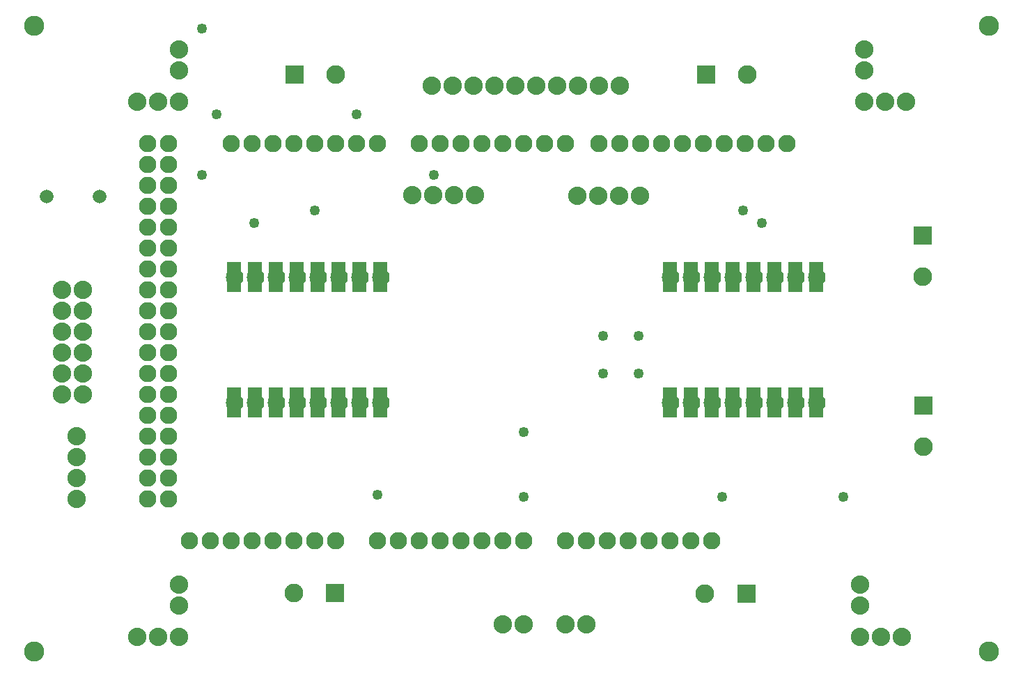
<source format=gts>
G04 MADE WITH FRITZING*
G04 WWW.FRITZING.ORG*
G04 DOUBLE SIDED*
G04 HOLES PLATED*
G04 CONTOUR ON CENTER OF CONTOUR VECTOR*
%ASAXBY*%
%FSLAX23Y23*%
%MOIN*%
%OFA0B0*%
%SFA1.0B1.0*%
%ADD10C,0.049370*%
%ADD11C,0.082917*%
%ADD12C,0.096614*%
%ADD13C,0.084000*%
%ADD14C,0.088000*%
%ADD15C,0.089370*%
%ADD16C,0.065433*%
%ADD17R,0.089370X0.089370*%
%ADD18R,0.001000X0.001000*%
%LNMASK1*%
G90*
G70*
G54D10*
X1621Y2649D03*
X951Y2649D03*
X1721Y829D03*
X2971Y1589D03*
X2801Y1589D03*
X2801Y1409D03*
X2971Y1409D03*
X881Y3059D03*
X881Y2359D03*
X1991Y2359D03*
X2421Y1129D03*
X2421Y819D03*
X3371Y819D03*
X3951Y819D03*
X1131Y2129D03*
X1421Y2189D03*
X3471Y2189D03*
X3561Y2129D03*
G54D11*
X1421Y609D03*
X3021Y609D03*
X1321Y609D03*
X1221Y609D03*
X1121Y609D03*
X1021Y609D03*
X721Y2009D03*
X921Y609D03*
X821Y609D03*
X2981Y2509D03*
X2421Y609D03*
X2321Y609D03*
X2221Y609D03*
X2121Y609D03*
X721Y1209D03*
X2021Y609D03*
X1921Y609D03*
X1821Y609D03*
X1721Y609D03*
X2221Y2509D03*
X721Y2409D03*
X721Y1609D03*
X721Y809D03*
X3381Y2509D03*
X2621Y609D03*
X2621Y2509D03*
X721Y2209D03*
X721Y1809D03*
X721Y1409D03*
X1021Y2509D03*
X721Y1009D03*
X1121Y2509D03*
X1221Y2509D03*
X1321Y2509D03*
X1421Y2509D03*
X1521Y2509D03*
X1621Y2509D03*
X1721Y2509D03*
X3581Y2509D03*
X3181Y2509D03*
X2781Y2509D03*
X3221Y609D03*
X2821Y609D03*
X2021Y2509D03*
X2421Y2509D03*
X721Y2509D03*
X721Y2309D03*
X721Y2109D03*
X721Y1909D03*
X721Y1709D03*
X721Y1509D03*
X721Y1309D03*
X721Y1109D03*
X721Y909D03*
X3681Y2509D03*
X3481Y2509D03*
X3281Y2509D03*
X3081Y2509D03*
X2881Y2509D03*
X3321Y609D03*
X3121Y609D03*
X2921Y609D03*
X2721Y609D03*
X1921Y2509D03*
X2121Y2509D03*
X2321Y2509D03*
X2521Y2509D03*
X621Y2509D03*
X621Y2409D03*
X621Y2309D03*
X621Y2209D03*
X621Y2109D03*
X621Y2009D03*
X621Y1909D03*
X621Y1809D03*
X621Y1709D03*
X621Y1609D03*
X621Y1509D03*
X621Y1409D03*
X621Y1309D03*
X621Y1209D03*
X621Y1109D03*
X621Y1009D03*
X621Y909D03*
X621Y809D03*
X1521Y609D03*
X1421Y609D03*
X3021Y609D03*
X1321Y609D03*
X1221Y609D03*
X1121Y609D03*
X1021Y609D03*
X721Y2009D03*
X921Y609D03*
X821Y609D03*
X2981Y2509D03*
X2421Y609D03*
X2321Y609D03*
X2221Y609D03*
X2121Y609D03*
X721Y1209D03*
X2021Y609D03*
X1921Y609D03*
X1821Y609D03*
X1721Y609D03*
X2221Y2509D03*
X721Y2409D03*
X721Y1609D03*
X721Y809D03*
X3381Y2509D03*
X2621Y609D03*
X2621Y2509D03*
X721Y2209D03*
X721Y1809D03*
X721Y1409D03*
X1021Y2509D03*
X721Y1009D03*
X1121Y2509D03*
X1221Y2509D03*
X1321Y2509D03*
X1421Y2509D03*
X1521Y2509D03*
X1621Y2509D03*
X1721Y2509D03*
X3581Y2509D03*
X3181Y2509D03*
X2781Y2509D03*
X3221Y609D03*
X2821Y609D03*
X2021Y2509D03*
X2421Y2509D03*
X721Y2509D03*
X721Y2309D03*
X721Y2109D03*
X721Y1909D03*
X721Y1709D03*
X721Y1509D03*
X721Y1309D03*
X721Y1109D03*
X721Y909D03*
X3681Y2509D03*
X3481Y2509D03*
X3281Y2509D03*
X3081Y2509D03*
X2881Y2509D03*
X3321Y609D03*
X3121Y609D03*
X2921Y609D03*
X2721Y609D03*
X1921Y2509D03*
X2121Y2509D03*
X2321Y2509D03*
X2521Y2509D03*
X621Y2509D03*
X621Y2409D03*
X621Y2309D03*
X621Y2209D03*
X621Y2109D03*
X621Y2009D03*
X621Y1909D03*
X621Y1809D03*
X621Y1709D03*
X621Y1609D03*
X621Y1509D03*
X621Y1409D03*
X621Y1309D03*
X621Y1209D03*
X621Y1109D03*
X621Y1009D03*
X621Y909D03*
X621Y809D03*
X1521Y609D03*
G54D12*
X80Y78D03*
X80Y3071D03*
X4647Y78D03*
X4647Y3071D03*
G54D13*
X1037Y1870D03*
X1137Y1870D03*
X1237Y1870D03*
X1337Y1870D03*
X1437Y1870D03*
X1537Y1870D03*
X1637Y1870D03*
X1737Y1870D03*
X1737Y1270D03*
X1637Y1270D03*
X1537Y1270D03*
X1437Y1270D03*
X1337Y1270D03*
X1237Y1270D03*
X1137Y1270D03*
X1037Y1270D03*
X3124Y1870D03*
X3224Y1870D03*
X3324Y1870D03*
X3424Y1870D03*
X3524Y1870D03*
X3624Y1870D03*
X3724Y1870D03*
X3824Y1870D03*
X3824Y1270D03*
X3724Y1270D03*
X3624Y1270D03*
X3524Y1270D03*
X3424Y1270D03*
X3324Y1270D03*
X3224Y1270D03*
X3124Y1270D03*
G54D14*
X211Y1409D03*
X311Y1409D03*
X211Y1609D03*
X311Y1609D03*
X211Y1509D03*
X311Y1509D03*
X211Y1309D03*
X311Y1309D03*
X211Y1709D03*
X311Y1709D03*
X211Y1809D03*
X311Y1809D03*
X1982Y2787D03*
X2082Y2787D03*
X2182Y2787D03*
X2282Y2787D03*
X2382Y2787D03*
X2482Y2787D03*
X2582Y2787D03*
X2682Y2787D03*
X2782Y2787D03*
X2882Y2787D03*
X281Y1109D03*
X281Y1009D03*
X281Y909D03*
X281Y809D03*
X771Y2709D03*
X671Y2709D03*
X571Y2709D03*
X4251Y2709D03*
X4151Y2709D03*
X4051Y2709D03*
X771Y149D03*
X671Y149D03*
X571Y149D03*
X4231Y149D03*
X4131Y149D03*
X4031Y149D03*
X2977Y2258D03*
X2877Y2258D03*
X2777Y2258D03*
X2677Y2258D03*
X2188Y2261D03*
X2088Y2261D03*
X1988Y2261D03*
X1888Y2261D03*
X2721Y209D03*
X2621Y209D03*
X2421Y209D03*
X2321Y209D03*
X4051Y2959D03*
X4051Y2859D03*
X771Y2859D03*
X771Y2959D03*
X4031Y299D03*
X4031Y399D03*
X771Y299D03*
X771Y399D03*
G54D15*
X3487Y355D03*
X3290Y355D03*
X1518Y359D03*
X1321Y359D03*
X1326Y2839D03*
X1523Y2839D03*
X3294Y2839D03*
X3491Y2839D03*
X4331Y2069D03*
X4331Y1872D03*
X4336Y1255D03*
X4336Y1058D03*
G54D16*
X137Y2257D03*
X393Y2257D03*
X137Y2257D03*
X393Y2257D03*
G54D17*
X3487Y355D03*
X1518Y359D03*
X1326Y2839D03*
X3294Y2839D03*
X4331Y2069D03*
X4336Y1255D03*
G54D18*
X1003Y1941D02*
X1069Y1941D01*
X1103Y1941D02*
X1169Y1941D01*
X1203Y1941D02*
X1269Y1941D01*
X1303Y1941D02*
X1369Y1941D01*
X1403Y1941D02*
X1469Y1941D01*
X1503Y1941D02*
X1569Y1941D01*
X1603Y1941D02*
X1669Y1941D01*
X1703Y1941D02*
X1769Y1941D01*
X3090Y1941D02*
X3156Y1941D01*
X3190Y1941D02*
X3256Y1941D01*
X3290Y1941D02*
X3356Y1941D01*
X3390Y1941D02*
X3456Y1941D01*
X3490Y1941D02*
X3556Y1941D01*
X3590Y1941D02*
X3656Y1941D01*
X3690Y1941D02*
X3756Y1941D01*
X3790Y1941D02*
X3856Y1941D01*
X1003Y1940D02*
X1069Y1940D01*
X1103Y1940D02*
X1169Y1940D01*
X1203Y1940D02*
X1269Y1940D01*
X1303Y1940D02*
X1369Y1940D01*
X1403Y1940D02*
X1469Y1940D01*
X1503Y1940D02*
X1569Y1940D01*
X1603Y1940D02*
X1669Y1940D01*
X1703Y1940D02*
X1769Y1940D01*
X3090Y1940D02*
X3156Y1940D01*
X3190Y1940D02*
X3256Y1940D01*
X3290Y1940D02*
X3356Y1940D01*
X3390Y1940D02*
X3456Y1940D01*
X3490Y1940D02*
X3556Y1940D01*
X3590Y1940D02*
X3656Y1940D01*
X3690Y1940D02*
X3756Y1940D01*
X3790Y1940D02*
X3856Y1940D01*
X1003Y1939D02*
X1069Y1939D01*
X1103Y1939D02*
X1169Y1939D01*
X1203Y1939D02*
X1269Y1939D01*
X1303Y1939D02*
X1369Y1939D01*
X1403Y1939D02*
X1469Y1939D01*
X1503Y1939D02*
X1569Y1939D01*
X1603Y1939D02*
X1669Y1939D01*
X1703Y1939D02*
X1769Y1939D01*
X3090Y1939D02*
X3156Y1939D01*
X3190Y1939D02*
X3256Y1939D01*
X3290Y1939D02*
X3356Y1939D01*
X3390Y1939D02*
X3456Y1939D01*
X3490Y1939D02*
X3556Y1939D01*
X3590Y1939D02*
X3656Y1939D01*
X3690Y1939D02*
X3756Y1939D01*
X3790Y1939D02*
X3856Y1939D01*
X1003Y1938D02*
X1069Y1938D01*
X1103Y1938D02*
X1169Y1938D01*
X1203Y1938D02*
X1269Y1938D01*
X1303Y1938D02*
X1369Y1938D01*
X1403Y1938D02*
X1469Y1938D01*
X1503Y1938D02*
X1569Y1938D01*
X1603Y1938D02*
X1669Y1938D01*
X1703Y1938D02*
X1769Y1938D01*
X3090Y1938D02*
X3156Y1938D01*
X3190Y1938D02*
X3256Y1938D01*
X3290Y1938D02*
X3356Y1938D01*
X3390Y1938D02*
X3456Y1938D01*
X3490Y1938D02*
X3556Y1938D01*
X3590Y1938D02*
X3656Y1938D01*
X3690Y1938D02*
X3756Y1938D01*
X3790Y1938D02*
X3856Y1938D01*
X1003Y1937D02*
X1069Y1937D01*
X1103Y1937D02*
X1169Y1937D01*
X1203Y1937D02*
X1269Y1937D01*
X1303Y1937D02*
X1369Y1937D01*
X1403Y1937D02*
X1469Y1937D01*
X1503Y1937D02*
X1569Y1937D01*
X1603Y1937D02*
X1669Y1937D01*
X1703Y1937D02*
X1769Y1937D01*
X3090Y1937D02*
X3156Y1937D01*
X3190Y1937D02*
X3256Y1937D01*
X3290Y1937D02*
X3356Y1937D01*
X3390Y1937D02*
X3456Y1937D01*
X3490Y1937D02*
X3556Y1937D01*
X3590Y1937D02*
X3656Y1937D01*
X3690Y1937D02*
X3756Y1937D01*
X3790Y1937D02*
X3856Y1937D01*
X1003Y1936D02*
X1069Y1936D01*
X1103Y1936D02*
X1169Y1936D01*
X1203Y1936D02*
X1269Y1936D01*
X1303Y1936D02*
X1369Y1936D01*
X1403Y1936D02*
X1469Y1936D01*
X1503Y1936D02*
X1569Y1936D01*
X1603Y1936D02*
X1669Y1936D01*
X1703Y1936D02*
X1769Y1936D01*
X3090Y1936D02*
X3156Y1936D01*
X3190Y1936D02*
X3256Y1936D01*
X3290Y1936D02*
X3356Y1936D01*
X3390Y1936D02*
X3456Y1936D01*
X3490Y1936D02*
X3556Y1936D01*
X3590Y1936D02*
X3656Y1936D01*
X3690Y1936D02*
X3756Y1936D01*
X3790Y1936D02*
X3856Y1936D01*
X1003Y1935D02*
X1069Y1935D01*
X1103Y1935D02*
X1169Y1935D01*
X1203Y1935D02*
X1269Y1935D01*
X1303Y1935D02*
X1369Y1935D01*
X1403Y1935D02*
X1469Y1935D01*
X1503Y1935D02*
X1569Y1935D01*
X1603Y1935D02*
X1669Y1935D01*
X1703Y1935D02*
X1769Y1935D01*
X3090Y1935D02*
X3156Y1935D01*
X3190Y1935D02*
X3256Y1935D01*
X3290Y1935D02*
X3356Y1935D01*
X3390Y1935D02*
X3456Y1935D01*
X3490Y1935D02*
X3556Y1935D01*
X3590Y1935D02*
X3656Y1935D01*
X3690Y1935D02*
X3756Y1935D01*
X3790Y1935D02*
X3856Y1935D01*
X1003Y1934D02*
X1069Y1934D01*
X1103Y1934D02*
X1169Y1934D01*
X1203Y1934D02*
X1269Y1934D01*
X1303Y1934D02*
X1369Y1934D01*
X1403Y1934D02*
X1469Y1934D01*
X1503Y1934D02*
X1569Y1934D01*
X1603Y1934D02*
X1669Y1934D01*
X1703Y1934D02*
X1769Y1934D01*
X3090Y1934D02*
X3156Y1934D01*
X3190Y1934D02*
X3256Y1934D01*
X3290Y1934D02*
X3356Y1934D01*
X3390Y1934D02*
X3456Y1934D01*
X3490Y1934D02*
X3556Y1934D01*
X3590Y1934D02*
X3656Y1934D01*
X3690Y1934D02*
X3756Y1934D01*
X3790Y1934D02*
X3856Y1934D01*
X1003Y1933D02*
X1069Y1933D01*
X1103Y1933D02*
X1169Y1933D01*
X1203Y1933D02*
X1269Y1933D01*
X1303Y1933D02*
X1369Y1933D01*
X1403Y1933D02*
X1469Y1933D01*
X1503Y1933D02*
X1569Y1933D01*
X1603Y1933D02*
X1669Y1933D01*
X1703Y1933D02*
X1769Y1933D01*
X3090Y1933D02*
X3156Y1933D01*
X3190Y1933D02*
X3256Y1933D01*
X3290Y1933D02*
X3356Y1933D01*
X3390Y1933D02*
X3456Y1933D01*
X3490Y1933D02*
X3556Y1933D01*
X3590Y1933D02*
X3656Y1933D01*
X3690Y1933D02*
X3756Y1933D01*
X3790Y1933D02*
X3856Y1933D01*
X1003Y1932D02*
X1069Y1932D01*
X1103Y1932D02*
X1169Y1932D01*
X1203Y1932D02*
X1269Y1932D01*
X1303Y1932D02*
X1369Y1932D01*
X1403Y1932D02*
X1469Y1932D01*
X1503Y1932D02*
X1569Y1932D01*
X1603Y1932D02*
X1669Y1932D01*
X1703Y1932D02*
X1769Y1932D01*
X3090Y1932D02*
X3156Y1932D01*
X3190Y1932D02*
X3256Y1932D01*
X3290Y1932D02*
X3356Y1932D01*
X3390Y1932D02*
X3456Y1932D01*
X3490Y1932D02*
X3556Y1932D01*
X3590Y1932D02*
X3656Y1932D01*
X3690Y1932D02*
X3756Y1932D01*
X3790Y1932D02*
X3856Y1932D01*
X1003Y1931D02*
X1069Y1931D01*
X1103Y1931D02*
X1169Y1931D01*
X1203Y1931D02*
X1269Y1931D01*
X1303Y1931D02*
X1369Y1931D01*
X1403Y1931D02*
X1469Y1931D01*
X1503Y1931D02*
X1569Y1931D01*
X1603Y1931D02*
X1669Y1931D01*
X1703Y1931D02*
X1769Y1931D01*
X3090Y1931D02*
X3156Y1931D01*
X3190Y1931D02*
X3256Y1931D01*
X3290Y1931D02*
X3356Y1931D01*
X3390Y1931D02*
X3456Y1931D01*
X3490Y1931D02*
X3556Y1931D01*
X3590Y1931D02*
X3656Y1931D01*
X3690Y1931D02*
X3756Y1931D01*
X3790Y1931D02*
X3856Y1931D01*
X1003Y1930D02*
X1069Y1930D01*
X1103Y1930D02*
X1169Y1930D01*
X1203Y1930D02*
X1269Y1930D01*
X1303Y1930D02*
X1369Y1930D01*
X1403Y1930D02*
X1469Y1930D01*
X1503Y1930D02*
X1569Y1930D01*
X1603Y1930D02*
X1669Y1930D01*
X1703Y1930D02*
X1769Y1930D01*
X3090Y1930D02*
X3156Y1930D01*
X3190Y1930D02*
X3256Y1930D01*
X3290Y1930D02*
X3356Y1930D01*
X3390Y1930D02*
X3456Y1930D01*
X3490Y1930D02*
X3556Y1930D01*
X3590Y1930D02*
X3656Y1930D01*
X3690Y1930D02*
X3756Y1930D01*
X3790Y1930D02*
X3856Y1930D01*
X1003Y1929D02*
X1069Y1929D01*
X1103Y1929D02*
X1169Y1929D01*
X1203Y1929D02*
X1269Y1929D01*
X1303Y1929D02*
X1369Y1929D01*
X1403Y1929D02*
X1469Y1929D01*
X1503Y1929D02*
X1569Y1929D01*
X1603Y1929D02*
X1669Y1929D01*
X1703Y1929D02*
X1769Y1929D01*
X3090Y1929D02*
X3156Y1929D01*
X3190Y1929D02*
X3256Y1929D01*
X3290Y1929D02*
X3356Y1929D01*
X3390Y1929D02*
X3456Y1929D01*
X3490Y1929D02*
X3556Y1929D01*
X3590Y1929D02*
X3656Y1929D01*
X3690Y1929D02*
X3756Y1929D01*
X3790Y1929D02*
X3856Y1929D01*
X1003Y1928D02*
X1069Y1928D01*
X1103Y1928D02*
X1169Y1928D01*
X1203Y1928D02*
X1269Y1928D01*
X1303Y1928D02*
X1369Y1928D01*
X1403Y1928D02*
X1469Y1928D01*
X1503Y1928D02*
X1569Y1928D01*
X1603Y1928D02*
X1669Y1928D01*
X1703Y1928D02*
X1769Y1928D01*
X3090Y1928D02*
X3156Y1928D01*
X3190Y1928D02*
X3256Y1928D01*
X3290Y1928D02*
X3356Y1928D01*
X3390Y1928D02*
X3456Y1928D01*
X3490Y1928D02*
X3556Y1928D01*
X3590Y1928D02*
X3656Y1928D01*
X3690Y1928D02*
X3756Y1928D01*
X3790Y1928D02*
X3856Y1928D01*
X1003Y1927D02*
X1069Y1927D01*
X1103Y1927D02*
X1169Y1927D01*
X1203Y1927D02*
X1269Y1927D01*
X1303Y1927D02*
X1369Y1927D01*
X1403Y1927D02*
X1469Y1927D01*
X1503Y1927D02*
X1569Y1927D01*
X1603Y1927D02*
X1669Y1927D01*
X1703Y1927D02*
X1769Y1927D01*
X3090Y1927D02*
X3156Y1927D01*
X3190Y1927D02*
X3256Y1927D01*
X3290Y1927D02*
X3356Y1927D01*
X3390Y1927D02*
X3456Y1927D01*
X3490Y1927D02*
X3556Y1927D01*
X3590Y1927D02*
X3656Y1927D01*
X3690Y1927D02*
X3756Y1927D01*
X3790Y1927D02*
X3856Y1927D01*
X1003Y1926D02*
X1069Y1926D01*
X1103Y1926D02*
X1169Y1926D01*
X1203Y1926D02*
X1269Y1926D01*
X1303Y1926D02*
X1369Y1926D01*
X1403Y1926D02*
X1469Y1926D01*
X1503Y1926D02*
X1569Y1926D01*
X1603Y1926D02*
X1669Y1926D01*
X1703Y1926D02*
X1769Y1926D01*
X3090Y1926D02*
X3156Y1926D01*
X3190Y1926D02*
X3256Y1926D01*
X3290Y1926D02*
X3356Y1926D01*
X3390Y1926D02*
X3456Y1926D01*
X3490Y1926D02*
X3556Y1926D01*
X3590Y1926D02*
X3656Y1926D01*
X3690Y1926D02*
X3756Y1926D01*
X3790Y1926D02*
X3856Y1926D01*
X1003Y1925D02*
X1069Y1925D01*
X1103Y1925D02*
X1169Y1925D01*
X1203Y1925D02*
X1269Y1925D01*
X1303Y1925D02*
X1369Y1925D01*
X1403Y1925D02*
X1469Y1925D01*
X1503Y1925D02*
X1569Y1925D01*
X1603Y1925D02*
X1669Y1925D01*
X1703Y1925D02*
X1769Y1925D01*
X3090Y1925D02*
X3156Y1925D01*
X3190Y1925D02*
X3256Y1925D01*
X3290Y1925D02*
X3356Y1925D01*
X3390Y1925D02*
X3456Y1925D01*
X3490Y1925D02*
X3556Y1925D01*
X3590Y1925D02*
X3656Y1925D01*
X3690Y1925D02*
X3756Y1925D01*
X3790Y1925D02*
X3856Y1925D01*
X1003Y1924D02*
X1069Y1924D01*
X1103Y1924D02*
X1169Y1924D01*
X1203Y1924D02*
X1269Y1924D01*
X1303Y1924D02*
X1369Y1924D01*
X1403Y1924D02*
X1469Y1924D01*
X1503Y1924D02*
X1569Y1924D01*
X1603Y1924D02*
X1669Y1924D01*
X1703Y1924D02*
X1769Y1924D01*
X3090Y1924D02*
X3156Y1924D01*
X3190Y1924D02*
X3256Y1924D01*
X3290Y1924D02*
X3356Y1924D01*
X3390Y1924D02*
X3456Y1924D01*
X3490Y1924D02*
X3556Y1924D01*
X3590Y1924D02*
X3656Y1924D01*
X3690Y1924D02*
X3756Y1924D01*
X3790Y1924D02*
X3856Y1924D01*
X1003Y1923D02*
X1069Y1923D01*
X1103Y1923D02*
X1169Y1923D01*
X1203Y1923D02*
X1269Y1923D01*
X1303Y1923D02*
X1369Y1923D01*
X1403Y1923D02*
X1469Y1923D01*
X1503Y1923D02*
X1569Y1923D01*
X1603Y1923D02*
X1669Y1923D01*
X1703Y1923D02*
X1769Y1923D01*
X3090Y1923D02*
X3156Y1923D01*
X3190Y1923D02*
X3256Y1923D01*
X3290Y1923D02*
X3356Y1923D01*
X3390Y1923D02*
X3456Y1923D01*
X3490Y1923D02*
X3556Y1923D01*
X3590Y1923D02*
X3656Y1923D01*
X3690Y1923D02*
X3756Y1923D01*
X3790Y1923D02*
X3856Y1923D01*
X1003Y1922D02*
X1069Y1922D01*
X1103Y1922D02*
X1169Y1922D01*
X1203Y1922D02*
X1269Y1922D01*
X1303Y1922D02*
X1369Y1922D01*
X1403Y1922D02*
X1469Y1922D01*
X1503Y1922D02*
X1569Y1922D01*
X1603Y1922D02*
X1669Y1922D01*
X1703Y1922D02*
X1769Y1922D01*
X3090Y1922D02*
X3156Y1922D01*
X3190Y1922D02*
X3256Y1922D01*
X3290Y1922D02*
X3356Y1922D01*
X3390Y1922D02*
X3456Y1922D01*
X3490Y1922D02*
X3556Y1922D01*
X3590Y1922D02*
X3656Y1922D01*
X3690Y1922D02*
X3756Y1922D01*
X3790Y1922D02*
X3856Y1922D01*
X1003Y1921D02*
X1069Y1921D01*
X1103Y1921D02*
X1169Y1921D01*
X1203Y1921D02*
X1269Y1921D01*
X1303Y1921D02*
X1369Y1921D01*
X1403Y1921D02*
X1469Y1921D01*
X1503Y1921D02*
X1569Y1921D01*
X1603Y1921D02*
X1669Y1921D01*
X1703Y1921D02*
X1769Y1921D01*
X3090Y1921D02*
X3156Y1921D01*
X3190Y1921D02*
X3256Y1921D01*
X3290Y1921D02*
X3356Y1921D01*
X3390Y1921D02*
X3456Y1921D01*
X3490Y1921D02*
X3556Y1921D01*
X3590Y1921D02*
X3656Y1921D01*
X3690Y1921D02*
X3756Y1921D01*
X3790Y1921D02*
X3856Y1921D01*
X1003Y1920D02*
X1069Y1920D01*
X1103Y1920D02*
X1169Y1920D01*
X1203Y1920D02*
X1269Y1920D01*
X1303Y1920D02*
X1369Y1920D01*
X1403Y1920D02*
X1469Y1920D01*
X1503Y1920D02*
X1569Y1920D01*
X1603Y1920D02*
X1669Y1920D01*
X1703Y1920D02*
X1769Y1920D01*
X3090Y1920D02*
X3156Y1920D01*
X3190Y1920D02*
X3256Y1920D01*
X3290Y1920D02*
X3356Y1920D01*
X3390Y1920D02*
X3456Y1920D01*
X3490Y1920D02*
X3556Y1920D01*
X3590Y1920D02*
X3656Y1920D01*
X3690Y1920D02*
X3756Y1920D01*
X3790Y1920D02*
X3856Y1920D01*
X1003Y1919D02*
X1069Y1919D01*
X1103Y1919D02*
X1169Y1919D01*
X1203Y1919D02*
X1269Y1919D01*
X1303Y1919D02*
X1369Y1919D01*
X1403Y1919D02*
X1469Y1919D01*
X1503Y1919D02*
X1569Y1919D01*
X1603Y1919D02*
X1669Y1919D01*
X1703Y1919D02*
X1769Y1919D01*
X3090Y1919D02*
X3156Y1919D01*
X3190Y1919D02*
X3256Y1919D01*
X3290Y1919D02*
X3356Y1919D01*
X3390Y1919D02*
X3456Y1919D01*
X3490Y1919D02*
X3556Y1919D01*
X3590Y1919D02*
X3656Y1919D01*
X3690Y1919D02*
X3756Y1919D01*
X3790Y1919D02*
X3856Y1919D01*
X1003Y1918D02*
X1069Y1918D01*
X1103Y1918D02*
X1169Y1918D01*
X1203Y1918D02*
X1269Y1918D01*
X1303Y1918D02*
X1369Y1918D01*
X1403Y1918D02*
X1469Y1918D01*
X1503Y1918D02*
X1569Y1918D01*
X1603Y1918D02*
X1669Y1918D01*
X1703Y1918D02*
X1769Y1918D01*
X3090Y1918D02*
X3156Y1918D01*
X3190Y1918D02*
X3256Y1918D01*
X3290Y1918D02*
X3356Y1918D01*
X3390Y1918D02*
X3456Y1918D01*
X3490Y1918D02*
X3556Y1918D01*
X3590Y1918D02*
X3656Y1918D01*
X3690Y1918D02*
X3756Y1918D01*
X3790Y1918D02*
X3856Y1918D01*
X1003Y1917D02*
X1069Y1917D01*
X1103Y1917D02*
X1169Y1917D01*
X1203Y1917D02*
X1269Y1917D01*
X1303Y1917D02*
X1369Y1917D01*
X1403Y1917D02*
X1469Y1917D01*
X1503Y1917D02*
X1569Y1917D01*
X1603Y1917D02*
X1669Y1917D01*
X1703Y1917D02*
X1769Y1917D01*
X3090Y1917D02*
X3156Y1917D01*
X3190Y1917D02*
X3256Y1917D01*
X3290Y1917D02*
X3356Y1917D01*
X3390Y1917D02*
X3456Y1917D01*
X3490Y1917D02*
X3556Y1917D01*
X3590Y1917D02*
X3656Y1917D01*
X3690Y1917D02*
X3756Y1917D01*
X3790Y1917D02*
X3856Y1917D01*
X1003Y1916D02*
X1069Y1916D01*
X1103Y1916D02*
X1169Y1916D01*
X1203Y1916D02*
X1269Y1916D01*
X1303Y1916D02*
X1369Y1916D01*
X1403Y1916D02*
X1469Y1916D01*
X1503Y1916D02*
X1569Y1916D01*
X1603Y1916D02*
X1669Y1916D01*
X1703Y1916D02*
X1769Y1916D01*
X3090Y1916D02*
X3156Y1916D01*
X3190Y1916D02*
X3256Y1916D01*
X3290Y1916D02*
X3356Y1916D01*
X3390Y1916D02*
X3456Y1916D01*
X3490Y1916D02*
X3556Y1916D01*
X3590Y1916D02*
X3656Y1916D01*
X3690Y1916D02*
X3756Y1916D01*
X3790Y1916D02*
X3856Y1916D01*
X1003Y1915D02*
X1069Y1915D01*
X1103Y1915D02*
X1169Y1915D01*
X1203Y1915D02*
X1269Y1915D01*
X1303Y1915D02*
X1369Y1915D01*
X1403Y1915D02*
X1469Y1915D01*
X1503Y1915D02*
X1569Y1915D01*
X1603Y1915D02*
X1669Y1915D01*
X1703Y1915D02*
X1769Y1915D01*
X3090Y1915D02*
X3156Y1915D01*
X3190Y1915D02*
X3256Y1915D01*
X3290Y1915D02*
X3356Y1915D01*
X3390Y1915D02*
X3456Y1915D01*
X3490Y1915D02*
X3556Y1915D01*
X3590Y1915D02*
X3656Y1915D01*
X3690Y1915D02*
X3756Y1915D01*
X3790Y1915D02*
X3856Y1915D01*
X1003Y1914D02*
X1069Y1914D01*
X1103Y1914D02*
X1169Y1914D01*
X1203Y1914D02*
X1269Y1914D01*
X1303Y1914D02*
X1369Y1914D01*
X1403Y1914D02*
X1469Y1914D01*
X1503Y1914D02*
X1569Y1914D01*
X1603Y1914D02*
X1669Y1914D01*
X1703Y1914D02*
X1769Y1914D01*
X3090Y1914D02*
X3156Y1914D01*
X3190Y1914D02*
X3256Y1914D01*
X3290Y1914D02*
X3356Y1914D01*
X3390Y1914D02*
X3456Y1914D01*
X3490Y1914D02*
X3556Y1914D01*
X3590Y1914D02*
X3656Y1914D01*
X3690Y1914D02*
X3756Y1914D01*
X3790Y1914D02*
X3856Y1914D01*
X1003Y1913D02*
X1069Y1913D01*
X1103Y1913D02*
X1169Y1913D01*
X1203Y1913D02*
X1269Y1913D01*
X1303Y1913D02*
X1369Y1913D01*
X1403Y1913D02*
X1469Y1913D01*
X1503Y1913D02*
X1569Y1913D01*
X1603Y1913D02*
X1669Y1913D01*
X1703Y1913D02*
X1769Y1913D01*
X3090Y1913D02*
X3156Y1913D01*
X3190Y1913D02*
X3256Y1913D01*
X3290Y1913D02*
X3356Y1913D01*
X3390Y1913D02*
X3456Y1913D01*
X3490Y1913D02*
X3556Y1913D01*
X3590Y1913D02*
X3656Y1913D01*
X3690Y1913D02*
X3756Y1913D01*
X3790Y1913D02*
X3856Y1913D01*
X1003Y1912D02*
X1069Y1912D01*
X1103Y1912D02*
X1169Y1912D01*
X1203Y1912D02*
X1269Y1912D01*
X1303Y1912D02*
X1369Y1912D01*
X1403Y1912D02*
X1469Y1912D01*
X1503Y1912D02*
X1569Y1912D01*
X1603Y1912D02*
X1669Y1912D01*
X1703Y1912D02*
X1769Y1912D01*
X3090Y1912D02*
X3156Y1912D01*
X3190Y1912D02*
X3256Y1912D01*
X3290Y1912D02*
X3356Y1912D01*
X3390Y1912D02*
X3456Y1912D01*
X3490Y1912D02*
X3556Y1912D01*
X3590Y1912D02*
X3656Y1912D01*
X3690Y1912D02*
X3756Y1912D01*
X3790Y1912D02*
X3856Y1912D01*
X1003Y1911D02*
X1069Y1911D01*
X1103Y1911D02*
X1169Y1911D01*
X1203Y1911D02*
X1269Y1911D01*
X1303Y1911D02*
X1369Y1911D01*
X1403Y1911D02*
X1469Y1911D01*
X1503Y1911D02*
X1569Y1911D01*
X1603Y1911D02*
X1669Y1911D01*
X1703Y1911D02*
X1769Y1911D01*
X3090Y1911D02*
X3156Y1911D01*
X3190Y1911D02*
X3256Y1911D01*
X3290Y1911D02*
X3356Y1911D01*
X3390Y1911D02*
X3456Y1911D01*
X3490Y1911D02*
X3556Y1911D01*
X3590Y1911D02*
X3656Y1911D01*
X3690Y1911D02*
X3756Y1911D01*
X3790Y1911D02*
X3856Y1911D01*
X1003Y1910D02*
X1069Y1910D01*
X1103Y1910D02*
X1169Y1910D01*
X1203Y1910D02*
X1269Y1910D01*
X1303Y1910D02*
X1369Y1910D01*
X1403Y1910D02*
X1469Y1910D01*
X1503Y1910D02*
X1569Y1910D01*
X1603Y1910D02*
X1669Y1910D01*
X1703Y1910D02*
X1769Y1910D01*
X3090Y1910D02*
X3156Y1910D01*
X3190Y1910D02*
X3256Y1910D01*
X3290Y1910D02*
X3356Y1910D01*
X3390Y1910D02*
X3456Y1910D01*
X3490Y1910D02*
X3556Y1910D01*
X3590Y1910D02*
X3656Y1910D01*
X3690Y1910D02*
X3756Y1910D01*
X3790Y1910D02*
X3856Y1910D01*
X1003Y1909D02*
X1069Y1909D01*
X1103Y1909D02*
X1169Y1909D01*
X1203Y1909D02*
X1269Y1909D01*
X1303Y1909D02*
X1369Y1909D01*
X1403Y1909D02*
X1469Y1909D01*
X1503Y1909D02*
X1569Y1909D01*
X1603Y1909D02*
X1669Y1909D01*
X1703Y1909D02*
X1769Y1909D01*
X3090Y1909D02*
X3156Y1909D01*
X3190Y1909D02*
X3256Y1909D01*
X3290Y1909D02*
X3356Y1909D01*
X3390Y1909D02*
X3456Y1909D01*
X3490Y1909D02*
X3556Y1909D01*
X3590Y1909D02*
X3656Y1909D01*
X3690Y1909D02*
X3756Y1909D01*
X3790Y1909D02*
X3856Y1909D01*
X1003Y1908D02*
X1069Y1908D01*
X1103Y1908D02*
X1169Y1908D01*
X1203Y1908D02*
X1269Y1908D01*
X1303Y1908D02*
X1369Y1908D01*
X1403Y1908D02*
X1469Y1908D01*
X1503Y1908D02*
X1569Y1908D01*
X1603Y1908D02*
X1669Y1908D01*
X1703Y1908D02*
X1769Y1908D01*
X3090Y1908D02*
X3156Y1908D01*
X3190Y1908D02*
X3256Y1908D01*
X3290Y1908D02*
X3356Y1908D01*
X3390Y1908D02*
X3456Y1908D01*
X3490Y1908D02*
X3556Y1908D01*
X3590Y1908D02*
X3656Y1908D01*
X3690Y1908D02*
X3756Y1908D01*
X3790Y1908D02*
X3856Y1908D01*
X1003Y1907D02*
X1069Y1907D01*
X1103Y1907D02*
X1169Y1907D01*
X1203Y1907D02*
X1269Y1907D01*
X1303Y1907D02*
X1369Y1907D01*
X1403Y1907D02*
X1469Y1907D01*
X1503Y1907D02*
X1569Y1907D01*
X1603Y1907D02*
X1669Y1907D01*
X1703Y1907D02*
X1769Y1907D01*
X3090Y1907D02*
X3156Y1907D01*
X3190Y1907D02*
X3256Y1907D01*
X3290Y1907D02*
X3356Y1907D01*
X3390Y1907D02*
X3456Y1907D01*
X3490Y1907D02*
X3556Y1907D01*
X3590Y1907D02*
X3656Y1907D01*
X3690Y1907D02*
X3756Y1907D01*
X3790Y1907D02*
X3856Y1907D01*
X1003Y1906D02*
X1069Y1906D01*
X1103Y1906D02*
X1169Y1906D01*
X1203Y1906D02*
X1269Y1906D01*
X1303Y1906D02*
X1369Y1906D01*
X1403Y1906D02*
X1469Y1906D01*
X1503Y1906D02*
X1569Y1906D01*
X1603Y1906D02*
X1669Y1906D01*
X1703Y1906D02*
X1769Y1906D01*
X3090Y1906D02*
X3156Y1906D01*
X3190Y1906D02*
X3256Y1906D01*
X3290Y1906D02*
X3356Y1906D01*
X3390Y1906D02*
X3456Y1906D01*
X3490Y1906D02*
X3556Y1906D01*
X3590Y1906D02*
X3656Y1906D01*
X3690Y1906D02*
X3756Y1906D01*
X3790Y1906D02*
X3856Y1906D01*
X1003Y1905D02*
X1069Y1905D01*
X1103Y1905D02*
X1169Y1905D01*
X1203Y1905D02*
X1269Y1905D01*
X1303Y1905D02*
X1369Y1905D01*
X1403Y1905D02*
X1469Y1905D01*
X1503Y1905D02*
X1569Y1905D01*
X1603Y1905D02*
X1669Y1905D01*
X1703Y1905D02*
X1769Y1905D01*
X3090Y1905D02*
X3156Y1905D01*
X3190Y1905D02*
X3256Y1905D01*
X3290Y1905D02*
X3356Y1905D01*
X3390Y1905D02*
X3456Y1905D01*
X3490Y1905D02*
X3556Y1905D01*
X3590Y1905D02*
X3656Y1905D01*
X3690Y1905D02*
X3756Y1905D01*
X3790Y1905D02*
X3856Y1905D01*
X1003Y1904D02*
X1069Y1904D01*
X1103Y1904D02*
X1169Y1904D01*
X1203Y1904D02*
X1269Y1904D01*
X1303Y1904D02*
X1369Y1904D01*
X1403Y1904D02*
X1469Y1904D01*
X1503Y1904D02*
X1569Y1904D01*
X1603Y1904D02*
X1669Y1904D01*
X1703Y1904D02*
X1769Y1904D01*
X3090Y1904D02*
X3156Y1904D01*
X3190Y1904D02*
X3256Y1904D01*
X3290Y1904D02*
X3356Y1904D01*
X3390Y1904D02*
X3456Y1904D01*
X3490Y1904D02*
X3556Y1904D01*
X3590Y1904D02*
X3656Y1904D01*
X3690Y1904D02*
X3756Y1904D01*
X3790Y1904D02*
X3856Y1904D01*
X1003Y1903D02*
X1069Y1903D01*
X1103Y1903D02*
X1169Y1903D01*
X1203Y1903D02*
X1269Y1903D01*
X1303Y1903D02*
X1369Y1903D01*
X1403Y1903D02*
X1469Y1903D01*
X1503Y1903D02*
X1569Y1903D01*
X1603Y1903D02*
X1669Y1903D01*
X1703Y1903D02*
X1769Y1903D01*
X3090Y1903D02*
X3156Y1903D01*
X3190Y1903D02*
X3256Y1903D01*
X3290Y1903D02*
X3356Y1903D01*
X3390Y1903D02*
X3456Y1903D01*
X3490Y1903D02*
X3556Y1903D01*
X3590Y1903D02*
X3656Y1903D01*
X3690Y1903D02*
X3756Y1903D01*
X3790Y1903D02*
X3856Y1903D01*
X1003Y1902D02*
X1069Y1902D01*
X1103Y1902D02*
X1169Y1902D01*
X1203Y1902D02*
X1269Y1902D01*
X1303Y1902D02*
X1369Y1902D01*
X1403Y1902D02*
X1469Y1902D01*
X1503Y1902D02*
X1569Y1902D01*
X1603Y1902D02*
X1669Y1902D01*
X1703Y1902D02*
X1769Y1902D01*
X3090Y1902D02*
X3156Y1902D01*
X3190Y1902D02*
X3256Y1902D01*
X3290Y1902D02*
X3356Y1902D01*
X3390Y1902D02*
X3456Y1902D01*
X3490Y1902D02*
X3556Y1902D01*
X3590Y1902D02*
X3656Y1902D01*
X3690Y1902D02*
X3756Y1902D01*
X3790Y1902D02*
X3856Y1902D01*
X1003Y1901D02*
X1069Y1901D01*
X1103Y1901D02*
X1169Y1901D01*
X1203Y1901D02*
X1269Y1901D01*
X1303Y1901D02*
X1369Y1901D01*
X1403Y1901D02*
X1469Y1901D01*
X1503Y1901D02*
X1569Y1901D01*
X1603Y1901D02*
X1669Y1901D01*
X1703Y1901D02*
X1769Y1901D01*
X3090Y1901D02*
X3156Y1901D01*
X3190Y1901D02*
X3256Y1901D01*
X3290Y1901D02*
X3356Y1901D01*
X3390Y1901D02*
X3456Y1901D01*
X3490Y1901D02*
X3556Y1901D01*
X3590Y1901D02*
X3656Y1901D01*
X3690Y1901D02*
X3756Y1901D01*
X3790Y1901D02*
X3856Y1901D01*
X1003Y1900D02*
X1069Y1900D01*
X1103Y1900D02*
X1169Y1900D01*
X1203Y1900D02*
X1269Y1900D01*
X1303Y1900D02*
X1369Y1900D01*
X1403Y1900D02*
X1469Y1900D01*
X1503Y1900D02*
X1569Y1900D01*
X1603Y1900D02*
X1669Y1900D01*
X1703Y1900D02*
X1769Y1900D01*
X3090Y1900D02*
X3156Y1900D01*
X3190Y1900D02*
X3256Y1900D01*
X3290Y1900D02*
X3356Y1900D01*
X3390Y1900D02*
X3456Y1900D01*
X3490Y1900D02*
X3556Y1900D01*
X3590Y1900D02*
X3656Y1900D01*
X3690Y1900D02*
X3756Y1900D01*
X3790Y1900D02*
X3856Y1900D01*
X1003Y1899D02*
X1069Y1899D01*
X1103Y1899D02*
X1169Y1899D01*
X1203Y1899D02*
X1269Y1899D01*
X1303Y1899D02*
X1369Y1899D01*
X1403Y1899D02*
X1469Y1899D01*
X1503Y1899D02*
X1569Y1899D01*
X1603Y1899D02*
X1669Y1899D01*
X1703Y1899D02*
X1769Y1899D01*
X3090Y1899D02*
X3156Y1899D01*
X3190Y1899D02*
X3256Y1899D01*
X3290Y1899D02*
X3356Y1899D01*
X3390Y1899D02*
X3456Y1899D01*
X3490Y1899D02*
X3556Y1899D01*
X3590Y1899D02*
X3656Y1899D01*
X3690Y1899D02*
X3756Y1899D01*
X3790Y1899D02*
X3856Y1899D01*
X1003Y1898D02*
X1069Y1898D01*
X1103Y1898D02*
X1169Y1898D01*
X1203Y1898D02*
X1269Y1898D01*
X1303Y1898D02*
X1369Y1898D01*
X1403Y1898D02*
X1469Y1898D01*
X1503Y1898D02*
X1569Y1898D01*
X1603Y1898D02*
X1669Y1898D01*
X1703Y1898D02*
X1769Y1898D01*
X3090Y1898D02*
X3156Y1898D01*
X3190Y1898D02*
X3256Y1898D01*
X3290Y1898D02*
X3356Y1898D01*
X3390Y1898D02*
X3456Y1898D01*
X3490Y1898D02*
X3556Y1898D01*
X3590Y1898D02*
X3656Y1898D01*
X3690Y1898D02*
X3756Y1898D01*
X3790Y1898D02*
X3856Y1898D01*
X1003Y1897D02*
X1069Y1897D01*
X1103Y1897D02*
X1169Y1897D01*
X1203Y1897D02*
X1269Y1897D01*
X1303Y1897D02*
X1369Y1897D01*
X1403Y1897D02*
X1469Y1897D01*
X1503Y1897D02*
X1569Y1897D01*
X1603Y1897D02*
X1669Y1897D01*
X1703Y1897D02*
X1769Y1897D01*
X3090Y1897D02*
X3156Y1897D01*
X3190Y1897D02*
X3256Y1897D01*
X3290Y1897D02*
X3356Y1897D01*
X3390Y1897D02*
X3456Y1897D01*
X3490Y1897D02*
X3556Y1897D01*
X3590Y1897D02*
X3656Y1897D01*
X3690Y1897D02*
X3756Y1897D01*
X3790Y1897D02*
X3856Y1897D01*
X1003Y1896D02*
X1069Y1896D01*
X1103Y1896D02*
X1169Y1896D01*
X1203Y1896D02*
X1269Y1896D01*
X1303Y1896D02*
X1369Y1896D01*
X1403Y1896D02*
X1469Y1896D01*
X1503Y1896D02*
X1569Y1896D01*
X1603Y1896D02*
X1669Y1896D01*
X1703Y1896D02*
X1769Y1896D01*
X3090Y1896D02*
X3156Y1896D01*
X3190Y1896D02*
X3256Y1896D01*
X3290Y1896D02*
X3356Y1896D01*
X3390Y1896D02*
X3456Y1896D01*
X3490Y1896D02*
X3556Y1896D01*
X3590Y1896D02*
X3656Y1896D01*
X3690Y1896D02*
X3756Y1896D01*
X3790Y1896D02*
X3856Y1896D01*
X1003Y1895D02*
X1069Y1895D01*
X1103Y1895D02*
X1169Y1895D01*
X1203Y1895D02*
X1269Y1895D01*
X1303Y1895D02*
X1369Y1895D01*
X1403Y1895D02*
X1469Y1895D01*
X1503Y1895D02*
X1569Y1895D01*
X1603Y1895D02*
X1669Y1895D01*
X1703Y1895D02*
X1769Y1895D01*
X3090Y1895D02*
X3156Y1895D01*
X3190Y1895D02*
X3256Y1895D01*
X3290Y1895D02*
X3356Y1895D01*
X3390Y1895D02*
X3456Y1895D01*
X3490Y1895D02*
X3556Y1895D01*
X3590Y1895D02*
X3656Y1895D01*
X3690Y1895D02*
X3756Y1895D01*
X3790Y1895D02*
X3856Y1895D01*
X1003Y1894D02*
X1033Y1894D01*
X1040Y1894D02*
X1069Y1894D01*
X1103Y1894D02*
X1133Y1894D01*
X1140Y1894D02*
X1169Y1894D01*
X1203Y1894D02*
X1233Y1894D01*
X1240Y1894D02*
X1269Y1894D01*
X1303Y1894D02*
X1333Y1894D01*
X1340Y1894D02*
X1369Y1894D01*
X1403Y1894D02*
X1433Y1894D01*
X1440Y1894D02*
X1469Y1894D01*
X1503Y1894D02*
X1533Y1894D01*
X1540Y1894D02*
X1569Y1894D01*
X1603Y1894D02*
X1633Y1894D01*
X1640Y1894D02*
X1669Y1894D01*
X1703Y1894D02*
X1733Y1894D01*
X1740Y1894D02*
X1769Y1894D01*
X3090Y1894D02*
X3120Y1894D01*
X3126Y1894D02*
X3156Y1894D01*
X3190Y1894D02*
X3220Y1894D01*
X3226Y1894D02*
X3256Y1894D01*
X3290Y1894D02*
X3320Y1894D01*
X3326Y1894D02*
X3356Y1894D01*
X3390Y1894D02*
X3420Y1894D01*
X3426Y1894D02*
X3456Y1894D01*
X3490Y1894D02*
X3520Y1894D01*
X3526Y1894D02*
X3556Y1894D01*
X3590Y1894D02*
X3620Y1894D01*
X3626Y1894D02*
X3656Y1894D01*
X3690Y1894D02*
X3720Y1894D01*
X3726Y1894D02*
X3756Y1894D01*
X3790Y1894D02*
X3820Y1894D01*
X3826Y1894D02*
X3856Y1894D01*
X1003Y1893D02*
X1028Y1893D01*
X1044Y1893D02*
X1069Y1893D01*
X1103Y1893D02*
X1128Y1893D01*
X1144Y1893D02*
X1169Y1893D01*
X1203Y1893D02*
X1228Y1893D01*
X1244Y1893D02*
X1269Y1893D01*
X1303Y1893D02*
X1328Y1893D01*
X1344Y1893D02*
X1369Y1893D01*
X1403Y1893D02*
X1428Y1893D01*
X1444Y1893D02*
X1469Y1893D01*
X1503Y1893D02*
X1528Y1893D01*
X1544Y1893D02*
X1569Y1893D01*
X1603Y1893D02*
X1628Y1893D01*
X1644Y1893D02*
X1669Y1893D01*
X1703Y1893D02*
X1728Y1893D01*
X1744Y1893D02*
X1769Y1893D01*
X3090Y1893D02*
X3115Y1893D01*
X3131Y1893D02*
X3156Y1893D01*
X3190Y1893D02*
X3215Y1893D01*
X3231Y1893D02*
X3256Y1893D01*
X3290Y1893D02*
X3315Y1893D01*
X3331Y1893D02*
X3356Y1893D01*
X3390Y1893D02*
X3415Y1893D01*
X3431Y1893D02*
X3456Y1893D01*
X3490Y1893D02*
X3515Y1893D01*
X3531Y1893D02*
X3556Y1893D01*
X3590Y1893D02*
X3615Y1893D01*
X3631Y1893D02*
X3656Y1893D01*
X3690Y1893D02*
X3715Y1893D01*
X3731Y1893D02*
X3756Y1893D01*
X3790Y1893D02*
X3815Y1893D01*
X3831Y1893D02*
X3856Y1893D01*
X1003Y1892D02*
X1026Y1892D01*
X1047Y1892D02*
X1069Y1892D01*
X1103Y1892D02*
X1126Y1892D01*
X1147Y1892D02*
X1169Y1892D01*
X1203Y1892D02*
X1226Y1892D01*
X1247Y1892D02*
X1269Y1892D01*
X1303Y1892D02*
X1326Y1892D01*
X1347Y1892D02*
X1369Y1892D01*
X1403Y1892D02*
X1426Y1892D01*
X1447Y1892D02*
X1469Y1892D01*
X1503Y1892D02*
X1526Y1892D01*
X1547Y1892D02*
X1569Y1892D01*
X1603Y1892D02*
X1626Y1892D01*
X1647Y1892D02*
X1669Y1892D01*
X1703Y1892D02*
X1726Y1892D01*
X1747Y1892D02*
X1769Y1892D01*
X3090Y1892D02*
X3113Y1892D01*
X3134Y1892D02*
X3156Y1892D01*
X3190Y1892D02*
X3213Y1892D01*
X3234Y1892D02*
X3256Y1892D01*
X3290Y1892D02*
X3313Y1892D01*
X3333Y1892D02*
X3356Y1892D01*
X3390Y1892D02*
X3413Y1892D01*
X3433Y1892D02*
X3456Y1892D01*
X3490Y1892D02*
X3513Y1892D01*
X3533Y1892D02*
X3556Y1892D01*
X3590Y1892D02*
X3613Y1892D01*
X3633Y1892D02*
X3656Y1892D01*
X3690Y1892D02*
X3713Y1892D01*
X3733Y1892D02*
X3756Y1892D01*
X3790Y1892D02*
X3813Y1892D01*
X3833Y1892D02*
X3856Y1892D01*
X1003Y1891D02*
X1024Y1891D01*
X1048Y1891D02*
X1069Y1891D01*
X1103Y1891D02*
X1124Y1891D01*
X1148Y1891D02*
X1169Y1891D01*
X1203Y1891D02*
X1224Y1891D01*
X1248Y1891D02*
X1269Y1891D01*
X1303Y1891D02*
X1324Y1891D01*
X1348Y1891D02*
X1369Y1891D01*
X1403Y1891D02*
X1424Y1891D01*
X1448Y1891D02*
X1469Y1891D01*
X1503Y1891D02*
X1524Y1891D01*
X1548Y1891D02*
X1569Y1891D01*
X1603Y1891D02*
X1624Y1891D01*
X1648Y1891D02*
X1669Y1891D01*
X1703Y1891D02*
X1724Y1891D01*
X1748Y1891D02*
X1769Y1891D01*
X3090Y1891D02*
X3111Y1891D01*
X3135Y1891D02*
X3156Y1891D01*
X3190Y1891D02*
X3211Y1891D01*
X3235Y1891D02*
X3256Y1891D01*
X3290Y1891D02*
X3311Y1891D01*
X3335Y1891D02*
X3356Y1891D01*
X3390Y1891D02*
X3411Y1891D01*
X3435Y1891D02*
X3456Y1891D01*
X3490Y1891D02*
X3511Y1891D01*
X3535Y1891D02*
X3556Y1891D01*
X3590Y1891D02*
X3611Y1891D01*
X3635Y1891D02*
X3656Y1891D01*
X3690Y1891D02*
X3711Y1891D01*
X3735Y1891D02*
X3756Y1891D01*
X3790Y1891D02*
X3811Y1891D01*
X3835Y1891D02*
X3856Y1891D01*
X1003Y1890D02*
X1022Y1890D01*
X1050Y1890D02*
X1069Y1890D01*
X1103Y1890D02*
X1122Y1890D01*
X1150Y1890D02*
X1169Y1890D01*
X1203Y1890D02*
X1222Y1890D01*
X1250Y1890D02*
X1269Y1890D01*
X1303Y1890D02*
X1322Y1890D01*
X1350Y1890D02*
X1369Y1890D01*
X1403Y1890D02*
X1422Y1890D01*
X1450Y1890D02*
X1469Y1890D01*
X1503Y1890D02*
X1522Y1890D01*
X1550Y1890D02*
X1569Y1890D01*
X1603Y1890D02*
X1622Y1890D01*
X1650Y1890D02*
X1669Y1890D01*
X1703Y1890D02*
X1722Y1890D01*
X1750Y1890D02*
X1769Y1890D01*
X3090Y1890D02*
X3109Y1890D01*
X3137Y1890D02*
X3156Y1890D01*
X3190Y1890D02*
X3209Y1890D01*
X3237Y1890D02*
X3256Y1890D01*
X3290Y1890D02*
X3309Y1890D01*
X3337Y1890D02*
X3356Y1890D01*
X3390Y1890D02*
X3409Y1890D01*
X3437Y1890D02*
X3456Y1890D01*
X3490Y1890D02*
X3509Y1890D01*
X3537Y1890D02*
X3556Y1890D01*
X3590Y1890D02*
X3609Y1890D01*
X3637Y1890D02*
X3656Y1890D01*
X3690Y1890D02*
X3709Y1890D01*
X3737Y1890D02*
X3756Y1890D01*
X3790Y1890D02*
X3809Y1890D01*
X3837Y1890D02*
X3856Y1890D01*
X1003Y1889D02*
X1021Y1889D01*
X1051Y1889D02*
X1069Y1889D01*
X1103Y1889D02*
X1121Y1889D01*
X1151Y1889D02*
X1169Y1889D01*
X1203Y1889D02*
X1221Y1889D01*
X1251Y1889D02*
X1269Y1889D01*
X1303Y1889D02*
X1321Y1889D01*
X1351Y1889D02*
X1369Y1889D01*
X1403Y1889D02*
X1421Y1889D01*
X1451Y1889D02*
X1469Y1889D01*
X1503Y1889D02*
X1521Y1889D01*
X1551Y1889D02*
X1569Y1889D01*
X1603Y1889D02*
X1621Y1889D01*
X1651Y1889D02*
X1669Y1889D01*
X1703Y1889D02*
X1721Y1889D01*
X1751Y1889D02*
X1769Y1889D01*
X3090Y1889D02*
X3108Y1889D01*
X3138Y1889D02*
X3156Y1889D01*
X3190Y1889D02*
X3208Y1889D01*
X3238Y1889D02*
X3256Y1889D01*
X3290Y1889D02*
X3308Y1889D01*
X3338Y1889D02*
X3356Y1889D01*
X3390Y1889D02*
X3408Y1889D01*
X3438Y1889D02*
X3456Y1889D01*
X3490Y1889D02*
X3508Y1889D01*
X3538Y1889D02*
X3556Y1889D01*
X3590Y1889D02*
X3608Y1889D01*
X3638Y1889D02*
X3656Y1889D01*
X3690Y1889D02*
X3708Y1889D01*
X3738Y1889D02*
X3756Y1889D01*
X3790Y1889D02*
X3808Y1889D01*
X3838Y1889D02*
X3856Y1889D01*
X1003Y1888D02*
X1020Y1888D01*
X1053Y1888D02*
X1069Y1888D01*
X1103Y1888D02*
X1120Y1888D01*
X1153Y1888D02*
X1169Y1888D01*
X1203Y1888D02*
X1220Y1888D01*
X1253Y1888D02*
X1269Y1888D01*
X1303Y1888D02*
X1320Y1888D01*
X1352Y1888D02*
X1369Y1888D01*
X1403Y1888D02*
X1420Y1888D01*
X1452Y1888D02*
X1469Y1888D01*
X1503Y1888D02*
X1520Y1888D01*
X1552Y1888D02*
X1569Y1888D01*
X1603Y1888D02*
X1620Y1888D01*
X1652Y1888D02*
X1669Y1888D01*
X1703Y1888D02*
X1720Y1888D01*
X1752Y1888D02*
X1769Y1888D01*
X3090Y1888D02*
X3107Y1888D01*
X3139Y1888D02*
X3156Y1888D01*
X3190Y1888D02*
X3207Y1888D01*
X3239Y1888D02*
X3256Y1888D01*
X3290Y1888D02*
X3307Y1888D01*
X3339Y1888D02*
X3356Y1888D01*
X3390Y1888D02*
X3407Y1888D01*
X3439Y1888D02*
X3456Y1888D01*
X3490Y1888D02*
X3507Y1888D01*
X3539Y1888D02*
X3556Y1888D01*
X3590Y1888D02*
X3607Y1888D01*
X3639Y1888D02*
X3656Y1888D01*
X3690Y1888D02*
X3707Y1888D01*
X3739Y1888D02*
X3756Y1888D01*
X3790Y1888D02*
X3807Y1888D01*
X3839Y1888D02*
X3856Y1888D01*
X1003Y1887D02*
X1019Y1887D01*
X1054Y1887D02*
X1069Y1887D01*
X1103Y1887D02*
X1119Y1887D01*
X1154Y1887D02*
X1169Y1887D01*
X1203Y1887D02*
X1219Y1887D01*
X1254Y1887D02*
X1269Y1887D01*
X1303Y1887D02*
X1319Y1887D01*
X1354Y1887D02*
X1369Y1887D01*
X1403Y1887D02*
X1419Y1887D01*
X1454Y1887D02*
X1469Y1887D01*
X1503Y1887D02*
X1519Y1887D01*
X1554Y1887D02*
X1569Y1887D01*
X1603Y1887D02*
X1619Y1887D01*
X1654Y1887D02*
X1669Y1887D01*
X1703Y1887D02*
X1719Y1887D01*
X1754Y1887D02*
X1769Y1887D01*
X3090Y1887D02*
X3106Y1887D01*
X3140Y1887D02*
X3156Y1887D01*
X3190Y1887D02*
X3206Y1887D01*
X3240Y1887D02*
X3256Y1887D01*
X3290Y1887D02*
X3306Y1887D01*
X3340Y1887D02*
X3356Y1887D01*
X3390Y1887D02*
X3406Y1887D01*
X3440Y1887D02*
X3456Y1887D01*
X3490Y1887D02*
X3506Y1887D01*
X3540Y1887D02*
X3556Y1887D01*
X3590Y1887D02*
X3606Y1887D01*
X3640Y1887D02*
X3656Y1887D01*
X3690Y1887D02*
X3706Y1887D01*
X3740Y1887D02*
X3756Y1887D01*
X3790Y1887D02*
X3806Y1887D01*
X3840Y1887D02*
X3856Y1887D01*
X1003Y1886D02*
X1018Y1886D01*
X1054Y1886D02*
X1069Y1886D01*
X1103Y1886D02*
X1118Y1886D01*
X1154Y1886D02*
X1169Y1886D01*
X1203Y1886D02*
X1218Y1886D01*
X1254Y1886D02*
X1269Y1886D01*
X1303Y1886D02*
X1318Y1886D01*
X1354Y1886D02*
X1369Y1886D01*
X1403Y1886D02*
X1418Y1886D01*
X1454Y1886D02*
X1469Y1886D01*
X1503Y1886D02*
X1518Y1886D01*
X1554Y1886D02*
X1569Y1886D01*
X1603Y1886D02*
X1618Y1886D01*
X1654Y1886D02*
X1669Y1886D01*
X1703Y1886D02*
X1718Y1886D01*
X1754Y1886D02*
X1769Y1886D01*
X3090Y1886D02*
X3105Y1886D01*
X3141Y1886D02*
X3156Y1886D01*
X3190Y1886D02*
X3205Y1886D01*
X3241Y1886D02*
X3256Y1886D01*
X3290Y1886D02*
X3305Y1886D01*
X3341Y1886D02*
X3356Y1886D01*
X3390Y1886D02*
X3405Y1886D01*
X3441Y1886D02*
X3456Y1886D01*
X3490Y1886D02*
X3505Y1886D01*
X3541Y1886D02*
X3556Y1886D01*
X3590Y1886D02*
X3605Y1886D01*
X3641Y1886D02*
X3656Y1886D01*
X3690Y1886D02*
X3705Y1886D01*
X3741Y1886D02*
X3756Y1886D01*
X3790Y1886D02*
X3805Y1886D01*
X3841Y1886D02*
X3856Y1886D01*
X1003Y1885D02*
X1017Y1885D01*
X1055Y1885D02*
X1069Y1885D01*
X1103Y1885D02*
X1117Y1885D01*
X1155Y1885D02*
X1169Y1885D01*
X1203Y1885D02*
X1217Y1885D01*
X1255Y1885D02*
X1269Y1885D01*
X1303Y1885D02*
X1317Y1885D01*
X1355Y1885D02*
X1369Y1885D01*
X1403Y1885D02*
X1417Y1885D01*
X1455Y1885D02*
X1469Y1885D01*
X1503Y1885D02*
X1517Y1885D01*
X1555Y1885D02*
X1569Y1885D01*
X1603Y1885D02*
X1617Y1885D01*
X1655Y1885D02*
X1669Y1885D01*
X1703Y1885D02*
X1717Y1885D01*
X1755Y1885D02*
X1769Y1885D01*
X3090Y1885D02*
X3104Y1885D01*
X3142Y1885D02*
X3156Y1885D01*
X3190Y1885D02*
X3204Y1885D01*
X3242Y1885D02*
X3256Y1885D01*
X3290Y1885D02*
X3304Y1885D01*
X3342Y1885D02*
X3356Y1885D01*
X3390Y1885D02*
X3404Y1885D01*
X3442Y1885D02*
X3456Y1885D01*
X3490Y1885D02*
X3504Y1885D01*
X3542Y1885D02*
X3556Y1885D01*
X3590Y1885D02*
X3604Y1885D01*
X3642Y1885D02*
X3656Y1885D01*
X3690Y1885D02*
X3704Y1885D01*
X3742Y1885D02*
X3756Y1885D01*
X3790Y1885D02*
X3804Y1885D01*
X3842Y1885D02*
X3856Y1885D01*
X1003Y1884D02*
X1016Y1884D01*
X1056Y1884D02*
X1069Y1884D01*
X1103Y1884D02*
X1116Y1884D01*
X1156Y1884D02*
X1169Y1884D01*
X1203Y1884D02*
X1216Y1884D01*
X1256Y1884D02*
X1269Y1884D01*
X1303Y1884D02*
X1316Y1884D01*
X1356Y1884D02*
X1369Y1884D01*
X1403Y1884D02*
X1416Y1884D01*
X1456Y1884D02*
X1469Y1884D01*
X1503Y1884D02*
X1516Y1884D01*
X1556Y1884D02*
X1569Y1884D01*
X1603Y1884D02*
X1616Y1884D01*
X1656Y1884D02*
X1669Y1884D01*
X1703Y1884D02*
X1716Y1884D01*
X1756Y1884D02*
X1769Y1884D01*
X3090Y1884D02*
X3103Y1884D01*
X3143Y1884D02*
X3156Y1884D01*
X3190Y1884D02*
X3203Y1884D01*
X3243Y1884D02*
X3256Y1884D01*
X3290Y1884D02*
X3303Y1884D01*
X3343Y1884D02*
X3356Y1884D01*
X3390Y1884D02*
X3403Y1884D01*
X3443Y1884D02*
X3456Y1884D01*
X3490Y1884D02*
X3503Y1884D01*
X3543Y1884D02*
X3556Y1884D01*
X3590Y1884D02*
X3603Y1884D01*
X3643Y1884D02*
X3656Y1884D01*
X3690Y1884D02*
X3703Y1884D01*
X3743Y1884D02*
X3756Y1884D01*
X3790Y1884D02*
X3803Y1884D01*
X3843Y1884D02*
X3856Y1884D01*
X1003Y1883D02*
X1016Y1883D01*
X1057Y1883D02*
X1069Y1883D01*
X1103Y1883D02*
X1116Y1883D01*
X1157Y1883D02*
X1169Y1883D01*
X1203Y1883D02*
X1216Y1883D01*
X1257Y1883D02*
X1269Y1883D01*
X1303Y1883D02*
X1316Y1883D01*
X1357Y1883D02*
X1369Y1883D01*
X1403Y1883D02*
X1416Y1883D01*
X1457Y1883D02*
X1469Y1883D01*
X1503Y1883D02*
X1516Y1883D01*
X1557Y1883D02*
X1569Y1883D01*
X1603Y1883D02*
X1616Y1883D01*
X1657Y1883D02*
X1669Y1883D01*
X1703Y1883D02*
X1716Y1883D01*
X1757Y1883D02*
X1769Y1883D01*
X3090Y1883D02*
X3103Y1883D01*
X3144Y1883D02*
X3156Y1883D01*
X3190Y1883D02*
X3203Y1883D01*
X3244Y1883D02*
X3256Y1883D01*
X3290Y1883D02*
X3303Y1883D01*
X3344Y1883D02*
X3356Y1883D01*
X3390Y1883D02*
X3403Y1883D01*
X3444Y1883D02*
X3456Y1883D01*
X3490Y1883D02*
X3503Y1883D01*
X3544Y1883D02*
X3556Y1883D01*
X3590Y1883D02*
X3603Y1883D01*
X3644Y1883D02*
X3656Y1883D01*
X3690Y1883D02*
X3703Y1883D01*
X3744Y1883D02*
X3756Y1883D01*
X3790Y1883D02*
X3803Y1883D01*
X3844Y1883D02*
X3856Y1883D01*
X1003Y1882D02*
X1015Y1882D01*
X1057Y1882D02*
X1069Y1882D01*
X1103Y1882D02*
X1115Y1882D01*
X1157Y1882D02*
X1169Y1882D01*
X1203Y1882D02*
X1215Y1882D01*
X1257Y1882D02*
X1269Y1882D01*
X1303Y1882D02*
X1315Y1882D01*
X1357Y1882D02*
X1369Y1882D01*
X1403Y1882D02*
X1415Y1882D01*
X1457Y1882D02*
X1469Y1882D01*
X1503Y1882D02*
X1515Y1882D01*
X1557Y1882D02*
X1569Y1882D01*
X1603Y1882D02*
X1615Y1882D01*
X1657Y1882D02*
X1669Y1882D01*
X1703Y1882D02*
X1715Y1882D01*
X1757Y1882D02*
X1769Y1882D01*
X3090Y1882D02*
X3102Y1882D01*
X3144Y1882D02*
X3156Y1882D01*
X3190Y1882D02*
X3202Y1882D01*
X3244Y1882D02*
X3256Y1882D01*
X3290Y1882D02*
X3302Y1882D01*
X3344Y1882D02*
X3356Y1882D01*
X3390Y1882D02*
X3402Y1882D01*
X3444Y1882D02*
X3456Y1882D01*
X3490Y1882D02*
X3502Y1882D01*
X3544Y1882D02*
X3556Y1882D01*
X3590Y1882D02*
X3602Y1882D01*
X3644Y1882D02*
X3656Y1882D01*
X3690Y1882D02*
X3702Y1882D01*
X3744Y1882D02*
X3756Y1882D01*
X3790Y1882D02*
X3802Y1882D01*
X3844Y1882D02*
X3856Y1882D01*
X1003Y1881D02*
X1015Y1881D01*
X1058Y1881D02*
X1069Y1881D01*
X1103Y1881D02*
X1115Y1881D01*
X1158Y1881D02*
X1169Y1881D01*
X1203Y1881D02*
X1215Y1881D01*
X1258Y1881D02*
X1269Y1881D01*
X1303Y1881D02*
X1315Y1881D01*
X1358Y1881D02*
X1369Y1881D01*
X1403Y1881D02*
X1415Y1881D01*
X1458Y1881D02*
X1469Y1881D01*
X1503Y1881D02*
X1515Y1881D01*
X1558Y1881D02*
X1569Y1881D01*
X1603Y1881D02*
X1615Y1881D01*
X1658Y1881D02*
X1669Y1881D01*
X1703Y1881D02*
X1715Y1881D01*
X1758Y1881D02*
X1769Y1881D01*
X3090Y1881D02*
X3101Y1881D01*
X3145Y1881D02*
X3156Y1881D01*
X3190Y1881D02*
X3201Y1881D01*
X3245Y1881D02*
X3256Y1881D01*
X3290Y1881D02*
X3301Y1881D01*
X3345Y1881D02*
X3356Y1881D01*
X3390Y1881D02*
X3401Y1881D01*
X3445Y1881D02*
X3456Y1881D01*
X3490Y1881D02*
X3501Y1881D01*
X3545Y1881D02*
X3556Y1881D01*
X3590Y1881D02*
X3601Y1881D01*
X3645Y1881D02*
X3656Y1881D01*
X3690Y1881D02*
X3701Y1881D01*
X3745Y1881D02*
X3756Y1881D01*
X3790Y1881D02*
X3801Y1881D01*
X3845Y1881D02*
X3856Y1881D01*
X1003Y1880D02*
X1014Y1880D01*
X1058Y1880D02*
X1069Y1880D01*
X1103Y1880D02*
X1114Y1880D01*
X1158Y1880D02*
X1169Y1880D01*
X1203Y1880D02*
X1214Y1880D01*
X1258Y1880D02*
X1269Y1880D01*
X1303Y1880D02*
X1314Y1880D01*
X1358Y1880D02*
X1369Y1880D01*
X1403Y1880D02*
X1414Y1880D01*
X1458Y1880D02*
X1469Y1880D01*
X1503Y1880D02*
X1514Y1880D01*
X1558Y1880D02*
X1569Y1880D01*
X1603Y1880D02*
X1614Y1880D01*
X1658Y1880D02*
X1669Y1880D01*
X1703Y1880D02*
X1714Y1880D01*
X1758Y1880D02*
X1769Y1880D01*
X3090Y1880D02*
X3101Y1880D01*
X3145Y1880D02*
X3156Y1880D01*
X3190Y1880D02*
X3201Y1880D01*
X3245Y1880D02*
X3256Y1880D01*
X3290Y1880D02*
X3301Y1880D01*
X3345Y1880D02*
X3356Y1880D01*
X3390Y1880D02*
X3401Y1880D01*
X3445Y1880D02*
X3456Y1880D01*
X3490Y1880D02*
X3501Y1880D01*
X3545Y1880D02*
X3556Y1880D01*
X3590Y1880D02*
X3601Y1880D01*
X3645Y1880D02*
X3656Y1880D01*
X3690Y1880D02*
X3701Y1880D01*
X3745Y1880D02*
X3756Y1880D01*
X3790Y1880D02*
X3801Y1880D01*
X3845Y1880D02*
X3856Y1880D01*
X1003Y1879D02*
X1014Y1879D01*
X1059Y1879D02*
X1069Y1879D01*
X1103Y1879D02*
X1114Y1879D01*
X1159Y1879D02*
X1169Y1879D01*
X1203Y1879D02*
X1214Y1879D01*
X1259Y1879D02*
X1269Y1879D01*
X1303Y1879D02*
X1314Y1879D01*
X1359Y1879D02*
X1369Y1879D01*
X1403Y1879D02*
X1414Y1879D01*
X1459Y1879D02*
X1469Y1879D01*
X1503Y1879D02*
X1514Y1879D01*
X1559Y1879D02*
X1569Y1879D01*
X1603Y1879D02*
X1614Y1879D01*
X1659Y1879D02*
X1669Y1879D01*
X1703Y1879D02*
X1714Y1879D01*
X1759Y1879D02*
X1769Y1879D01*
X3090Y1879D02*
X3101Y1879D01*
X3146Y1879D02*
X3156Y1879D01*
X3190Y1879D02*
X3201Y1879D01*
X3246Y1879D02*
X3256Y1879D01*
X3290Y1879D02*
X3301Y1879D01*
X3346Y1879D02*
X3356Y1879D01*
X3390Y1879D02*
X3401Y1879D01*
X3446Y1879D02*
X3456Y1879D01*
X3490Y1879D02*
X3501Y1879D01*
X3546Y1879D02*
X3556Y1879D01*
X3590Y1879D02*
X3600Y1879D01*
X3646Y1879D02*
X3656Y1879D01*
X3690Y1879D02*
X3700Y1879D01*
X3746Y1879D02*
X3756Y1879D01*
X3790Y1879D02*
X3800Y1879D01*
X3846Y1879D02*
X3856Y1879D01*
X1003Y1878D02*
X1013Y1878D01*
X1059Y1878D02*
X1069Y1878D01*
X1103Y1878D02*
X1113Y1878D01*
X1159Y1878D02*
X1169Y1878D01*
X1203Y1878D02*
X1213Y1878D01*
X1259Y1878D02*
X1269Y1878D01*
X1303Y1878D02*
X1313Y1878D01*
X1359Y1878D02*
X1369Y1878D01*
X1403Y1878D02*
X1413Y1878D01*
X1459Y1878D02*
X1469Y1878D01*
X1503Y1878D02*
X1513Y1878D01*
X1559Y1878D02*
X1569Y1878D01*
X1603Y1878D02*
X1613Y1878D01*
X1659Y1878D02*
X1669Y1878D01*
X1703Y1878D02*
X1713Y1878D01*
X1759Y1878D02*
X1769Y1878D01*
X3090Y1878D02*
X3100Y1878D01*
X3146Y1878D02*
X3156Y1878D01*
X3190Y1878D02*
X3200Y1878D01*
X3246Y1878D02*
X3256Y1878D01*
X3290Y1878D02*
X3300Y1878D01*
X3346Y1878D02*
X3356Y1878D01*
X3390Y1878D02*
X3400Y1878D01*
X3446Y1878D02*
X3456Y1878D01*
X3490Y1878D02*
X3500Y1878D01*
X3546Y1878D02*
X3556Y1878D01*
X3590Y1878D02*
X3600Y1878D01*
X3646Y1878D02*
X3656Y1878D01*
X3690Y1878D02*
X3700Y1878D01*
X3746Y1878D02*
X3756Y1878D01*
X3790Y1878D02*
X3800Y1878D01*
X3846Y1878D02*
X3856Y1878D01*
X1003Y1877D02*
X1013Y1877D01*
X1059Y1877D02*
X1069Y1877D01*
X1103Y1877D02*
X1113Y1877D01*
X1159Y1877D02*
X1169Y1877D01*
X1203Y1877D02*
X1213Y1877D01*
X1259Y1877D02*
X1269Y1877D01*
X1303Y1877D02*
X1313Y1877D01*
X1359Y1877D02*
X1369Y1877D01*
X1403Y1877D02*
X1413Y1877D01*
X1459Y1877D02*
X1469Y1877D01*
X1503Y1877D02*
X1513Y1877D01*
X1559Y1877D02*
X1569Y1877D01*
X1603Y1877D02*
X1613Y1877D01*
X1659Y1877D02*
X1669Y1877D01*
X1703Y1877D02*
X1713Y1877D01*
X1759Y1877D02*
X1769Y1877D01*
X3090Y1877D02*
X3100Y1877D01*
X3146Y1877D02*
X3156Y1877D01*
X3190Y1877D02*
X3200Y1877D01*
X3246Y1877D02*
X3256Y1877D01*
X3290Y1877D02*
X3300Y1877D01*
X3346Y1877D02*
X3356Y1877D01*
X3390Y1877D02*
X3400Y1877D01*
X3446Y1877D02*
X3456Y1877D01*
X3490Y1877D02*
X3500Y1877D01*
X3546Y1877D02*
X3556Y1877D01*
X3590Y1877D02*
X3600Y1877D01*
X3646Y1877D02*
X3656Y1877D01*
X3690Y1877D02*
X3700Y1877D01*
X3746Y1877D02*
X3756Y1877D01*
X3790Y1877D02*
X3800Y1877D01*
X3846Y1877D02*
X3856Y1877D01*
X1003Y1876D02*
X1013Y1876D01*
X1060Y1876D02*
X1069Y1876D01*
X1103Y1876D02*
X1113Y1876D01*
X1160Y1876D02*
X1169Y1876D01*
X1203Y1876D02*
X1213Y1876D01*
X1260Y1876D02*
X1269Y1876D01*
X1303Y1876D02*
X1313Y1876D01*
X1360Y1876D02*
X1369Y1876D01*
X1403Y1876D02*
X1413Y1876D01*
X1460Y1876D02*
X1469Y1876D01*
X1503Y1876D02*
X1513Y1876D01*
X1560Y1876D02*
X1569Y1876D01*
X1603Y1876D02*
X1613Y1876D01*
X1660Y1876D02*
X1669Y1876D01*
X1703Y1876D02*
X1713Y1876D01*
X1760Y1876D02*
X1769Y1876D01*
X3090Y1876D02*
X3100Y1876D01*
X3147Y1876D02*
X3156Y1876D01*
X3190Y1876D02*
X3200Y1876D01*
X3247Y1876D02*
X3256Y1876D01*
X3290Y1876D02*
X3300Y1876D01*
X3346Y1876D02*
X3356Y1876D01*
X3390Y1876D02*
X3400Y1876D01*
X3446Y1876D02*
X3456Y1876D01*
X3490Y1876D02*
X3500Y1876D01*
X3546Y1876D02*
X3556Y1876D01*
X3590Y1876D02*
X3600Y1876D01*
X3646Y1876D02*
X3656Y1876D01*
X3690Y1876D02*
X3700Y1876D01*
X3746Y1876D02*
X3756Y1876D01*
X3790Y1876D02*
X3800Y1876D01*
X3846Y1876D02*
X3856Y1876D01*
X1003Y1875D02*
X1013Y1875D01*
X1060Y1875D02*
X1069Y1875D01*
X1103Y1875D02*
X1113Y1875D01*
X1160Y1875D02*
X1169Y1875D01*
X1203Y1875D02*
X1213Y1875D01*
X1260Y1875D02*
X1269Y1875D01*
X1303Y1875D02*
X1313Y1875D01*
X1360Y1875D02*
X1369Y1875D01*
X1403Y1875D02*
X1413Y1875D01*
X1460Y1875D02*
X1469Y1875D01*
X1503Y1875D02*
X1513Y1875D01*
X1560Y1875D02*
X1569Y1875D01*
X1603Y1875D02*
X1613Y1875D01*
X1660Y1875D02*
X1669Y1875D01*
X1703Y1875D02*
X1713Y1875D01*
X1760Y1875D02*
X1769Y1875D01*
X3090Y1875D02*
X3100Y1875D01*
X3147Y1875D02*
X3156Y1875D01*
X3190Y1875D02*
X3200Y1875D01*
X3247Y1875D02*
X3256Y1875D01*
X3290Y1875D02*
X3300Y1875D01*
X3347Y1875D02*
X3356Y1875D01*
X3390Y1875D02*
X3399Y1875D01*
X3447Y1875D02*
X3456Y1875D01*
X3490Y1875D02*
X3499Y1875D01*
X3547Y1875D02*
X3556Y1875D01*
X3590Y1875D02*
X3599Y1875D01*
X3647Y1875D02*
X3656Y1875D01*
X3690Y1875D02*
X3699Y1875D01*
X3747Y1875D02*
X3756Y1875D01*
X3790Y1875D02*
X3799Y1875D01*
X3847Y1875D02*
X3856Y1875D01*
X1003Y1874D02*
X1013Y1874D01*
X1060Y1874D02*
X1069Y1874D01*
X1103Y1874D02*
X1113Y1874D01*
X1160Y1874D02*
X1169Y1874D01*
X1203Y1874D02*
X1213Y1874D01*
X1260Y1874D02*
X1269Y1874D01*
X1303Y1874D02*
X1313Y1874D01*
X1360Y1874D02*
X1369Y1874D01*
X1403Y1874D02*
X1413Y1874D01*
X1460Y1874D02*
X1469Y1874D01*
X1503Y1874D02*
X1513Y1874D01*
X1560Y1874D02*
X1569Y1874D01*
X1603Y1874D02*
X1613Y1874D01*
X1660Y1874D02*
X1669Y1874D01*
X1703Y1874D02*
X1713Y1874D01*
X1760Y1874D02*
X1769Y1874D01*
X3090Y1874D02*
X3099Y1874D01*
X3147Y1874D02*
X3156Y1874D01*
X3190Y1874D02*
X3199Y1874D01*
X3247Y1874D02*
X3256Y1874D01*
X3290Y1874D02*
X3299Y1874D01*
X3347Y1874D02*
X3356Y1874D01*
X3390Y1874D02*
X3399Y1874D01*
X3447Y1874D02*
X3456Y1874D01*
X3490Y1874D02*
X3499Y1874D01*
X3547Y1874D02*
X3556Y1874D01*
X3590Y1874D02*
X3599Y1874D01*
X3647Y1874D02*
X3656Y1874D01*
X3690Y1874D02*
X3699Y1874D01*
X3747Y1874D02*
X3756Y1874D01*
X3790Y1874D02*
X3799Y1874D01*
X3847Y1874D02*
X3856Y1874D01*
X1003Y1873D02*
X1013Y1873D01*
X1060Y1873D02*
X1069Y1873D01*
X1103Y1873D02*
X1113Y1873D01*
X1160Y1873D02*
X1169Y1873D01*
X1203Y1873D02*
X1213Y1873D01*
X1260Y1873D02*
X1269Y1873D01*
X1303Y1873D02*
X1313Y1873D01*
X1360Y1873D02*
X1369Y1873D01*
X1403Y1873D02*
X1413Y1873D01*
X1460Y1873D02*
X1469Y1873D01*
X1503Y1873D02*
X1513Y1873D01*
X1560Y1873D02*
X1569Y1873D01*
X1603Y1873D02*
X1613Y1873D01*
X1660Y1873D02*
X1669Y1873D01*
X1703Y1873D02*
X1712Y1873D01*
X1760Y1873D02*
X1769Y1873D01*
X3090Y1873D02*
X3099Y1873D01*
X3147Y1873D02*
X3156Y1873D01*
X3190Y1873D02*
X3199Y1873D01*
X3247Y1873D02*
X3256Y1873D01*
X3290Y1873D02*
X3299Y1873D01*
X3347Y1873D02*
X3356Y1873D01*
X3390Y1873D02*
X3399Y1873D01*
X3447Y1873D02*
X3456Y1873D01*
X3490Y1873D02*
X3499Y1873D01*
X3547Y1873D02*
X3556Y1873D01*
X3590Y1873D02*
X3599Y1873D01*
X3647Y1873D02*
X3656Y1873D01*
X3690Y1873D02*
X3699Y1873D01*
X3747Y1873D02*
X3756Y1873D01*
X3790Y1873D02*
X3799Y1873D01*
X3847Y1873D02*
X3856Y1873D01*
X1003Y1872D02*
X1013Y1872D01*
X1060Y1872D02*
X1069Y1872D01*
X1103Y1872D02*
X1113Y1872D01*
X1160Y1872D02*
X1169Y1872D01*
X1203Y1872D02*
X1213Y1872D01*
X1260Y1872D02*
X1269Y1872D01*
X1303Y1872D02*
X1313Y1872D01*
X1360Y1872D02*
X1369Y1872D01*
X1403Y1872D02*
X1412Y1872D01*
X1460Y1872D02*
X1469Y1872D01*
X1503Y1872D02*
X1512Y1872D01*
X1560Y1872D02*
X1569Y1872D01*
X1603Y1872D02*
X1612Y1872D01*
X1660Y1872D02*
X1669Y1872D01*
X1703Y1872D02*
X1712Y1872D01*
X1760Y1872D02*
X1769Y1872D01*
X3090Y1872D02*
X3099Y1872D01*
X3147Y1872D02*
X3156Y1872D01*
X3190Y1872D02*
X3199Y1872D01*
X3247Y1872D02*
X3256Y1872D01*
X3290Y1872D02*
X3299Y1872D01*
X3347Y1872D02*
X3356Y1872D01*
X3390Y1872D02*
X3399Y1872D01*
X3447Y1872D02*
X3456Y1872D01*
X3490Y1872D02*
X3499Y1872D01*
X3547Y1872D02*
X3556Y1872D01*
X3590Y1872D02*
X3599Y1872D01*
X3647Y1872D02*
X3656Y1872D01*
X3690Y1872D02*
X3699Y1872D01*
X3747Y1872D02*
X3756Y1872D01*
X3790Y1872D02*
X3799Y1872D01*
X3847Y1872D02*
X3856Y1872D01*
X1003Y1871D02*
X1013Y1871D01*
X1060Y1871D02*
X1069Y1871D01*
X1103Y1871D02*
X1113Y1871D01*
X1160Y1871D02*
X1169Y1871D01*
X1203Y1871D02*
X1212Y1871D01*
X1260Y1871D02*
X1269Y1871D01*
X1303Y1871D02*
X1312Y1871D01*
X1360Y1871D02*
X1369Y1871D01*
X1403Y1871D02*
X1412Y1871D01*
X1460Y1871D02*
X1469Y1871D01*
X1503Y1871D02*
X1512Y1871D01*
X1560Y1871D02*
X1569Y1871D01*
X1603Y1871D02*
X1612Y1871D01*
X1660Y1871D02*
X1669Y1871D01*
X1703Y1871D02*
X1712Y1871D01*
X1760Y1871D02*
X1769Y1871D01*
X3090Y1871D02*
X3099Y1871D01*
X3147Y1871D02*
X3156Y1871D01*
X3190Y1871D02*
X3199Y1871D01*
X3247Y1871D02*
X3256Y1871D01*
X3290Y1871D02*
X3299Y1871D01*
X3347Y1871D02*
X3356Y1871D01*
X3390Y1871D02*
X3399Y1871D01*
X3447Y1871D02*
X3456Y1871D01*
X3490Y1871D02*
X3499Y1871D01*
X3547Y1871D02*
X3556Y1871D01*
X3590Y1871D02*
X3599Y1871D01*
X3647Y1871D02*
X3656Y1871D01*
X3690Y1871D02*
X3699Y1871D01*
X3747Y1871D02*
X3756Y1871D01*
X3790Y1871D02*
X3799Y1871D01*
X3847Y1871D02*
X3856Y1871D01*
X1003Y1870D02*
X1013Y1870D01*
X1060Y1870D02*
X1069Y1870D01*
X1103Y1870D02*
X1113Y1870D01*
X1160Y1870D02*
X1169Y1870D01*
X1203Y1870D02*
X1212Y1870D01*
X1260Y1870D02*
X1269Y1870D01*
X1303Y1870D02*
X1312Y1870D01*
X1360Y1870D02*
X1369Y1870D01*
X1403Y1870D02*
X1412Y1870D01*
X1460Y1870D02*
X1469Y1870D01*
X1503Y1870D02*
X1512Y1870D01*
X1560Y1870D02*
X1569Y1870D01*
X1603Y1870D02*
X1612Y1870D01*
X1660Y1870D02*
X1669Y1870D01*
X1703Y1870D02*
X1712Y1870D01*
X1760Y1870D02*
X1769Y1870D01*
X3090Y1870D02*
X3099Y1870D01*
X3147Y1870D02*
X3156Y1870D01*
X3190Y1870D02*
X3199Y1870D01*
X3247Y1870D02*
X3256Y1870D01*
X3290Y1870D02*
X3299Y1870D01*
X3347Y1870D02*
X3356Y1870D01*
X3390Y1870D02*
X3399Y1870D01*
X3447Y1870D02*
X3456Y1870D01*
X3490Y1870D02*
X3499Y1870D01*
X3547Y1870D02*
X3556Y1870D01*
X3590Y1870D02*
X3599Y1870D01*
X3647Y1870D02*
X3656Y1870D01*
X3690Y1870D02*
X3699Y1870D01*
X3747Y1870D02*
X3756Y1870D01*
X3790Y1870D02*
X3799Y1870D01*
X3847Y1870D02*
X3856Y1870D01*
X1003Y1869D02*
X1013Y1869D01*
X1060Y1869D02*
X1069Y1869D01*
X1103Y1869D02*
X1113Y1869D01*
X1160Y1869D02*
X1169Y1869D01*
X1203Y1869D02*
X1213Y1869D01*
X1260Y1869D02*
X1269Y1869D01*
X1303Y1869D02*
X1313Y1869D01*
X1360Y1869D02*
X1369Y1869D01*
X1403Y1869D02*
X1413Y1869D01*
X1460Y1869D02*
X1469Y1869D01*
X1503Y1869D02*
X1512Y1869D01*
X1560Y1869D02*
X1569Y1869D01*
X1603Y1869D02*
X1612Y1869D01*
X1660Y1869D02*
X1669Y1869D01*
X1703Y1869D02*
X1712Y1869D01*
X1760Y1869D02*
X1769Y1869D01*
X3090Y1869D02*
X3099Y1869D01*
X3147Y1869D02*
X3156Y1869D01*
X3190Y1869D02*
X3199Y1869D01*
X3247Y1869D02*
X3256Y1869D01*
X3290Y1869D02*
X3299Y1869D01*
X3347Y1869D02*
X3356Y1869D01*
X3390Y1869D02*
X3399Y1869D01*
X3447Y1869D02*
X3456Y1869D01*
X3490Y1869D02*
X3499Y1869D01*
X3547Y1869D02*
X3556Y1869D01*
X3590Y1869D02*
X3599Y1869D01*
X3647Y1869D02*
X3656Y1869D01*
X3690Y1869D02*
X3699Y1869D01*
X3747Y1869D02*
X3756Y1869D01*
X3790Y1869D02*
X3799Y1869D01*
X3847Y1869D02*
X3856Y1869D01*
X1003Y1868D02*
X1013Y1868D01*
X1060Y1868D02*
X1069Y1868D01*
X1103Y1868D02*
X1113Y1868D01*
X1160Y1868D02*
X1169Y1868D01*
X1203Y1868D02*
X1213Y1868D01*
X1260Y1868D02*
X1269Y1868D01*
X1303Y1868D02*
X1313Y1868D01*
X1360Y1868D02*
X1369Y1868D01*
X1403Y1868D02*
X1413Y1868D01*
X1460Y1868D02*
X1469Y1868D01*
X1503Y1868D02*
X1513Y1868D01*
X1560Y1868D02*
X1569Y1868D01*
X1603Y1868D02*
X1613Y1868D01*
X1660Y1868D02*
X1669Y1868D01*
X1703Y1868D02*
X1713Y1868D01*
X1760Y1868D02*
X1769Y1868D01*
X3090Y1868D02*
X3099Y1868D01*
X3147Y1868D02*
X3156Y1868D01*
X3190Y1868D02*
X3199Y1868D01*
X3247Y1868D02*
X3256Y1868D01*
X3290Y1868D02*
X3299Y1868D01*
X3347Y1868D02*
X3356Y1868D01*
X3390Y1868D02*
X3399Y1868D01*
X3447Y1868D02*
X3456Y1868D01*
X3490Y1868D02*
X3499Y1868D01*
X3547Y1868D02*
X3556Y1868D01*
X3590Y1868D02*
X3599Y1868D01*
X3647Y1868D02*
X3656Y1868D01*
X3690Y1868D02*
X3699Y1868D01*
X3747Y1868D02*
X3756Y1868D01*
X3790Y1868D02*
X3799Y1868D01*
X3847Y1868D02*
X3856Y1868D01*
X1003Y1867D02*
X1013Y1867D01*
X1060Y1867D02*
X1069Y1867D01*
X1103Y1867D02*
X1113Y1867D01*
X1160Y1867D02*
X1169Y1867D01*
X1203Y1867D02*
X1213Y1867D01*
X1260Y1867D02*
X1269Y1867D01*
X1303Y1867D02*
X1313Y1867D01*
X1360Y1867D02*
X1369Y1867D01*
X1403Y1867D02*
X1413Y1867D01*
X1460Y1867D02*
X1469Y1867D01*
X1503Y1867D02*
X1513Y1867D01*
X1560Y1867D02*
X1569Y1867D01*
X1603Y1867D02*
X1613Y1867D01*
X1660Y1867D02*
X1669Y1867D01*
X1703Y1867D02*
X1713Y1867D01*
X1760Y1867D02*
X1769Y1867D01*
X3090Y1867D02*
X3099Y1867D01*
X3147Y1867D02*
X3156Y1867D01*
X3190Y1867D02*
X3199Y1867D01*
X3247Y1867D02*
X3256Y1867D01*
X3290Y1867D02*
X3299Y1867D01*
X3347Y1867D02*
X3356Y1867D01*
X3390Y1867D02*
X3399Y1867D01*
X3447Y1867D02*
X3456Y1867D01*
X3490Y1867D02*
X3499Y1867D01*
X3547Y1867D02*
X3556Y1867D01*
X3590Y1867D02*
X3599Y1867D01*
X3647Y1867D02*
X3656Y1867D01*
X3690Y1867D02*
X3699Y1867D01*
X3747Y1867D02*
X3756Y1867D01*
X3790Y1867D02*
X3799Y1867D01*
X3847Y1867D02*
X3856Y1867D01*
X1003Y1866D02*
X1013Y1866D01*
X1060Y1866D02*
X1069Y1866D01*
X1103Y1866D02*
X1113Y1866D01*
X1160Y1866D02*
X1169Y1866D01*
X1203Y1866D02*
X1213Y1866D01*
X1260Y1866D02*
X1269Y1866D01*
X1303Y1866D02*
X1313Y1866D01*
X1360Y1866D02*
X1369Y1866D01*
X1403Y1866D02*
X1413Y1866D01*
X1460Y1866D02*
X1469Y1866D01*
X1503Y1866D02*
X1513Y1866D01*
X1560Y1866D02*
X1569Y1866D01*
X1603Y1866D02*
X1613Y1866D01*
X1660Y1866D02*
X1669Y1866D01*
X1703Y1866D02*
X1713Y1866D01*
X1760Y1866D02*
X1769Y1866D01*
X3090Y1866D02*
X3100Y1866D01*
X3147Y1866D02*
X3156Y1866D01*
X3190Y1866D02*
X3200Y1866D01*
X3247Y1866D02*
X3256Y1866D01*
X3290Y1866D02*
X3300Y1866D01*
X3347Y1866D02*
X3356Y1866D01*
X3390Y1866D02*
X3400Y1866D01*
X3447Y1866D02*
X3456Y1866D01*
X3490Y1866D02*
X3500Y1866D01*
X3547Y1866D02*
X3556Y1866D01*
X3590Y1866D02*
X3600Y1866D01*
X3647Y1866D02*
X3656Y1866D01*
X3690Y1866D02*
X3700Y1866D01*
X3747Y1866D02*
X3756Y1866D01*
X3790Y1866D02*
X3799Y1866D01*
X3847Y1866D02*
X3856Y1866D01*
X1003Y1865D02*
X1013Y1865D01*
X1060Y1865D02*
X1069Y1865D01*
X1103Y1865D02*
X1113Y1865D01*
X1160Y1865D02*
X1169Y1865D01*
X1203Y1865D02*
X1213Y1865D01*
X1260Y1865D02*
X1269Y1865D01*
X1303Y1865D02*
X1313Y1865D01*
X1360Y1865D02*
X1369Y1865D01*
X1403Y1865D02*
X1413Y1865D01*
X1460Y1865D02*
X1469Y1865D01*
X1503Y1865D02*
X1513Y1865D01*
X1560Y1865D02*
X1569Y1865D01*
X1603Y1865D02*
X1613Y1865D01*
X1660Y1865D02*
X1669Y1865D01*
X1703Y1865D02*
X1713Y1865D01*
X1760Y1865D02*
X1769Y1865D01*
X3090Y1865D02*
X3100Y1865D01*
X3146Y1865D02*
X3156Y1865D01*
X3190Y1865D02*
X3200Y1865D01*
X3246Y1865D02*
X3256Y1865D01*
X3290Y1865D02*
X3300Y1865D01*
X3346Y1865D02*
X3356Y1865D01*
X3390Y1865D02*
X3400Y1865D01*
X3446Y1865D02*
X3456Y1865D01*
X3490Y1865D02*
X3500Y1865D01*
X3546Y1865D02*
X3556Y1865D01*
X3590Y1865D02*
X3600Y1865D01*
X3646Y1865D02*
X3656Y1865D01*
X3690Y1865D02*
X3700Y1865D01*
X3746Y1865D02*
X3756Y1865D01*
X3790Y1865D02*
X3800Y1865D01*
X3846Y1865D02*
X3856Y1865D01*
X1003Y1864D02*
X1013Y1864D01*
X1059Y1864D02*
X1069Y1864D01*
X1103Y1864D02*
X1113Y1864D01*
X1159Y1864D02*
X1169Y1864D01*
X1203Y1864D02*
X1213Y1864D01*
X1259Y1864D02*
X1269Y1864D01*
X1303Y1864D02*
X1313Y1864D01*
X1359Y1864D02*
X1369Y1864D01*
X1403Y1864D02*
X1413Y1864D01*
X1459Y1864D02*
X1469Y1864D01*
X1503Y1864D02*
X1513Y1864D01*
X1559Y1864D02*
X1569Y1864D01*
X1603Y1864D02*
X1613Y1864D01*
X1659Y1864D02*
X1669Y1864D01*
X1703Y1864D02*
X1713Y1864D01*
X1759Y1864D02*
X1769Y1864D01*
X3090Y1864D02*
X3100Y1864D01*
X3146Y1864D02*
X3156Y1864D01*
X3190Y1864D02*
X3200Y1864D01*
X3246Y1864D02*
X3256Y1864D01*
X3290Y1864D02*
X3300Y1864D01*
X3346Y1864D02*
X3356Y1864D01*
X3390Y1864D02*
X3400Y1864D01*
X3446Y1864D02*
X3456Y1864D01*
X3490Y1864D02*
X3500Y1864D01*
X3546Y1864D02*
X3556Y1864D01*
X3590Y1864D02*
X3600Y1864D01*
X3646Y1864D02*
X3656Y1864D01*
X3690Y1864D02*
X3700Y1864D01*
X3746Y1864D02*
X3756Y1864D01*
X3790Y1864D02*
X3800Y1864D01*
X3846Y1864D02*
X3856Y1864D01*
X1003Y1863D02*
X1013Y1863D01*
X1059Y1863D02*
X1069Y1863D01*
X1103Y1863D02*
X1113Y1863D01*
X1159Y1863D02*
X1169Y1863D01*
X1203Y1863D02*
X1213Y1863D01*
X1259Y1863D02*
X1269Y1863D01*
X1303Y1863D02*
X1313Y1863D01*
X1359Y1863D02*
X1369Y1863D01*
X1403Y1863D02*
X1413Y1863D01*
X1459Y1863D02*
X1469Y1863D01*
X1503Y1863D02*
X1513Y1863D01*
X1559Y1863D02*
X1569Y1863D01*
X1603Y1863D02*
X1613Y1863D01*
X1659Y1863D02*
X1669Y1863D01*
X1703Y1863D02*
X1713Y1863D01*
X1759Y1863D02*
X1769Y1863D01*
X3090Y1863D02*
X3100Y1863D01*
X3146Y1863D02*
X3156Y1863D01*
X3190Y1863D02*
X3200Y1863D01*
X3246Y1863D02*
X3256Y1863D01*
X3290Y1863D02*
X3300Y1863D01*
X3346Y1863D02*
X3356Y1863D01*
X3390Y1863D02*
X3400Y1863D01*
X3446Y1863D02*
X3456Y1863D01*
X3490Y1863D02*
X3500Y1863D01*
X3546Y1863D02*
X3556Y1863D01*
X3590Y1863D02*
X3600Y1863D01*
X3646Y1863D02*
X3656Y1863D01*
X3690Y1863D02*
X3700Y1863D01*
X3746Y1863D02*
X3756Y1863D01*
X3790Y1863D02*
X3800Y1863D01*
X3846Y1863D02*
X3856Y1863D01*
X1003Y1862D02*
X1014Y1862D01*
X1059Y1862D02*
X1069Y1862D01*
X1103Y1862D02*
X1114Y1862D01*
X1159Y1862D02*
X1169Y1862D01*
X1203Y1862D02*
X1214Y1862D01*
X1259Y1862D02*
X1269Y1862D01*
X1303Y1862D02*
X1314Y1862D01*
X1359Y1862D02*
X1369Y1862D01*
X1403Y1862D02*
X1414Y1862D01*
X1459Y1862D02*
X1469Y1862D01*
X1503Y1862D02*
X1514Y1862D01*
X1559Y1862D02*
X1569Y1862D01*
X1603Y1862D02*
X1614Y1862D01*
X1659Y1862D02*
X1669Y1862D01*
X1703Y1862D02*
X1714Y1862D01*
X1759Y1862D02*
X1769Y1862D01*
X3090Y1862D02*
X3101Y1862D01*
X3145Y1862D02*
X3156Y1862D01*
X3190Y1862D02*
X3201Y1862D01*
X3245Y1862D02*
X3256Y1862D01*
X3290Y1862D02*
X3301Y1862D01*
X3345Y1862D02*
X3356Y1862D01*
X3390Y1862D02*
X3401Y1862D01*
X3445Y1862D02*
X3456Y1862D01*
X3490Y1862D02*
X3501Y1862D01*
X3545Y1862D02*
X3556Y1862D01*
X3590Y1862D02*
X3601Y1862D01*
X3645Y1862D02*
X3656Y1862D01*
X3690Y1862D02*
X3701Y1862D01*
X3745Y1862D02*
X3756Y1862D01*
X3790Y1862D02*
X3801Y1862D01*
X3845Y1862D02*
X3856Y1862D01*
X1003Y1861D02*
X1014Y1861D01*
X1058Y1861D02*
X1069Y1861D01*
X1103Y1861D02*
X1114Y1861D01*
X1158Y1861D02*
X1169Y1861D01*
X1203Y1861D02*
X1214Y1861D01*
X1258Y1861D02*
X1269Y1861D01*
X1303Y1861D02*
X1314Y1861D01*
X1358Y1861D02*
X1369Y1861D01*
X1403Y1861D02*
X1414Y1861D01*
X1458Y1861D02*
X1469Y1861D01*
X1503Y1861D02*
X1514Y1861D01*
X1558Y1861D02*
X1569Y1861D01*
X1603Y1861D02*
X1614Y1861D01*
X1658Y1861D02*
X1669Y1861D01*
X1703Y1861D02*
X1714Y1861D01*
X1758Y1861D02*
X1769Y1861D01*
X3090Y1861D02*
X3101Y1861D01*
X3145Y1861D02*
X3156Y1861D01*
X3190Y1861D02*
X3201Y1861D01*
X3245Y1861D02*
X3256Y1861D01*
X3290Y1861D02*
X3301Y1861D01*
X3345Y1861D02*
X3356Y1861D01*
X3390Y1861D02*
X3401Y1861D01*
X3445Y1861D02*
X3456Y1861D01*
X3490Y1861D02*
X3501Y1861D01*
X3545Y1861D02*
X3556Y1861D01*
X3590Y1861D02*
X3601Y1861D01*
X3645Y1861D02*
X3656Y1861D01*
X3690Y1861D02*
X3701Y1861D01*
X3745Y1861D02*
X3756Y1861D01*
X3790Y1861D02*
X3801Y1861D01*
X3845Y1861D02*
X3856Y1861D01*
X1003Y1860D02*
X1015Y1860D01*
X1058Y1860D02*
X1069Y1860D01*
X1103Y1860D02*
X1115Y1860D01*
X1158Y1860D02*
X1169Y1860D01*
X1203Y1860D02*
X1215Y1860D01*
X1258Y1860D02*
X1269Y1860D01*
X1303Y1860D02*
X1315Y1860D01*
X1358Y1860D02*
X1369Y1860D01*
X1403Y1860D02*
X1415Y1860D01*
X1458Y1860D02*
X1469Y1860D01*
X1503Y1860D02*
X1515Y1860D01*
X1558Y1860D02*
X1569Y1860D01*
X1603Y1860D02*
X1615Y1860D01*
X1658Y1860D02*
X1669Y1860D01*
X1703Y1860D02*
X1715Y1860D01*
X1758Y1860D02*
X1769Y1860D01*
X3090Y1860D02*
X3102Y1860D01*
X3144Y1860D02*
X3156Y1860D01*
X3190Y1860D02*
X3202Y1860D01*
X3244Y1860D02*
X3256Y1860D01*
X3290Y1860D02*
X3302Y1860D01*
X3344Y1860D02*
X3356Y1860D01*
X3390Y1860D02*
X3402Y1860D01*
X3444Y1860D02*
X3456Y1860D01*
X3490Y1860D02*
X3502Y1860D01*
X3544Y1860D02*
X3556Y1860D01*
X3590Y1860D02*
X3602Y1860D01*
X3644Y1860D02*
X3656Y1860D01*
X3690Y1860D02*
X3702Y1860D01*
X3744Y1860D02*
X3756Y1860D01*
X3790Y1860D02*
X3802Y1860D01*
X3844Y1860D02*
X3856Y1860D01*
X1003Y1859D02*
X1015Y1859D01*
X1057Y1859D02*
X1069Y1859D01*
X1103Y1859D02*
X1115Y1859D01*
X1157Y1859D02*
X1169Y1859D01*
X1203Y1859D02*
X1215Y1859D01*
X1257Y1859D02*
X1269Y1859D01*
X1303Y1859D02*
X1315Y1859D01*
X1357Y1859D02*
X1369Y1859D01*
X1403Y1859D02*
X1415Y1859D01*
X1457Y1859D02*
X1469Y1859D01*
X1503Y1859D02*
X1515Y1859D01*
X1557Y1859D02*
X1569Y1859D01*
X1603Y1859D02*
X1615Y1859D01*
X1657Y1859D02*
X1669Y1859D01*
X1703Y1859D02*
X1715Y1859D01*
X1757Y1859D02*
X1769Y1859D01*
X3090Y1859D02*
X3102Y1859D01*
X3144Y1859D02*
X3156Y1859D01*
X3190Y1859D02*
X3202Y1859D01*
X3244Y1859D02*
X3256Y1859D01*
X3290Y1859D02*
X3302Y1859D01*
X3344Y1859D02*
X3356Y1859D01*
X3390Y1859D02*
X3402Y1859D01*
X3444Y1859D02*
X3456Y1859D01*
X3490Y1859D02*
X3502Y1859D01*
X3544Y1859D02*
X3556Y1859D01*
X3590Y1859D02*
X3602Y1859D01*
X3644Y1859D02*
X3656Y1859D01*
X3690Y1859D02*
X3702Y1859D01*
X3744Y1859D02*
X3756Y1859D01*
X3790Y1859D02*
X3802Y1859D01*
X3844Y1859D02*
X3856Y1859D01*
X1003Y1858D02*
X1016Y1858D01*
X1057Y1858D02*
X1069Y1858D01*
X1103Y1858D02*
X1116Y1858D01*
X1157Y1858D02*
X1169Y1858D01*
X1203Y1858D02*
X1216Y1858D01*
X1257Y1858D02*
X1269Y1858D01*
X1303Y1858D02*
X1316Y1858D01*
X1357Y1858D02*
X1369Y1858D01*
X1403Y1858D02*
X1416Y1858D01*
X1457Y1858D02*
X1469Y1858D01*
X1503Y1858D02*
X1516Y1858D01*
X1557Y1858D02*
X1569Y1858D01*
X1603Y1858D02*
X1616Y1858D01*
X1657Y1858D02*
X1669Y1858D01*
X1703Y1858D02*
X1716Y1858D01*
X1756Y1858D02*
X1769Y1858D01*
X3090Y1858D02*
X3103Y1858D01*
X3143Y1858D02*
X3156Y1858D01*
X3190Y1858D02*
X3203Y1858D01*
X3243Y1858D02*
X3256Y1858D01*
X3290Y1858D02*
X3303Y1858D01*
X3343Y1858D02*
X3356Y1858D01*
X3390Y1858D02*
X3403Y1858D01*
X3443Y1858D02*
X3456Y1858D01*
X3490Y1858D02*
X3503Y1858D01*
X3543Y1858D02*
X3556Y1858D01*
X3590Y1858D02*
X3603Y1858D01*
X3643Y1858D02*
X3656Y1858D01*
X3690Y1858D02*
X3703Y1858D01*
X3743Y1858D02*
X3756Y1858D01*
X3790Y1858D02*
X3803Y1858D01*
X3843Y1858D02*
X3856Y1858D01*
X1003Y1857D02*
X1017Y1857D01*
X1056Y1857D02*
X1069Y1857D01*
X1103Y1857D02*
X1117Y1857D01*
X1156Y1857D02*
X1169Y1857D01*
X1203Y1857D02*
X1217Y1857D01*
X1256Y1857D02*
X1269Y1857D01*
X1303Y1857D02*
X1317Y1857D01*
X1356Y1857D02*
X1369Y1857D01*
X1403Y1857D02*
X1417Y1857D01*
X1456Y1857D02*
X1469Y1857D01*
X1503Y1857D02*
X1517Y1857D01*
X1556Y1857D02*
X1569Y1857D01*
X1603Y1857D02*
X1617Y1857D01*
X1656Y1857D02*
X1669Y1857D01*
X1703Y1857D02*
X1717Y1857D01*
X1756Y1857D02*
X1769Y1857D01*
X3090Y1857D02*
X3104Y1857D01*
X3143Y1857D02*
X3156Y1857D01*
X3190Y1857D02*
X3203Y1857D01*
X3243Y1857D02*
X3256Y1857D01*
X3290Y1857D02*
X3303Y1857D01*
X3343Y1857D02*
X3356Y1857D01*
X3390Y1857D02*
X3403Y1857D01*
X3443Y1857D02*
X3456Y1857D01*
X3490Y1857D02*
X3503Y1857D01*
X3543Y1857D02*
X3556Y1857D01*
X3590Y1857D02*
X3603Y1857D01*
X3643Y1857D02*
X3656Y1857D01*
X3690Y1857D02*
X3703Y1857D01*
X3743Y1857D02*
X3756Y1857D01*
X3790Y1857D02*
X3803Y1857D01*
X3843Y1857D02*
X3856Y1857D01*
X1003Y1856D02*
X1018Y1856D01*
X1055Y1856D02*
X1069Y1856D01*
X1103Y1856D02*
X1118Y1856D01*
X1155Y1856D02*
X1169Y1856D01*
X1203Y1856D02*
X1217Y1856D01*
X1255Y1856D02*
X1269Y1856D01*
X1303Y1856D02*
X1317Y1856D01*
X1355Y1856D02*
X1369Y1856D01*
X1403Y1856D02*
X1417Y1856D01*
X1455Y1856D02*
X1469Y1856D01*
X1503Y1856D02*
X1517Y1856D01*
X1555Y1856D02*
X1569Y1856D01*
X1603Y1856D02*
X1617Y1856D01*
X1655Y1856D02*
X1669Y1856D01*
X1703Y1856D02*
X1717Y1856D01*
X1755Y1856D02*
X1769Y1856D01*
X3090Y1856D02*
X3104Y1856D01*
X3142Y1856D02*
X3156Y1856D01*
X3190Y1856D02*
X3204Y1856D01*
X3242Y1856D02*
X3256Y1856D01*
X3290Y1856D02*
X3304Y1856D01*
X3342Y1856D02*
X3356Y1856D01*
X3390Y1856D02*
X3404Y1856D01*
X3442Y1856D02*
X3456Y1856D01*
X3490Y1856D02*
X3504Y1856D01*
X3542Y1856D02*
X3556Y1856D01*
X3590Y1856D02*
X3604Y1856D01*
X3642Y1856D02*
X3656Y1856D01*
X3690Y1856D02*
X3704Y1856D01*
X3742Y1856D02*
X3756Y1856D01*
X3790Y1856D02*
X3804Y1856D01*
X3842Y1856D02*
X3856Y1856D01*
X1003Y1855D02*
X1018Y1855D01*
X1054Y1855D02*
X1069Y1855D01*
X1103Y1855D02*
X1118Y1855D01*
X1154Y1855D02*
X1169Y1855D01*
X1203Y1855D02*
X1218Y1855D01*
X1254Y1855D02*
X1269Y1855D01*
X1303Y1855D02*
X1318Y1855D01*
X1354Y1855D02*
X1369Y1855D01*
X1403Y1855D02*
X1418Y1855D01*
X1454Y1855D02*
X1469Y1855D01*
X1503Y1855D02*
X1518Y1855D01*
X1554Y1855D02*
X1569Y1855D01*
X1603Y1855D02*
X1618Y1855D01*
X1654Y1855D02*
X1669Y1855D01*
X1703Y1855D02*
X1718Y1855D01*
X1754Y1855D02*
X1769Y1855D01*
X3090Y1855D02*
X3105Y1855D01*
X3141Y1855D02*
X3156Y1855D01*
X3190Y1855D02*
X3205Y1855D01*
X3241Y1855D02*
X3256Y1855D01*
X3290Y1855D02*
X3305Y1855D01*
X3341Y1855D02*
X3356Y1855D01*
X3390Y1855D02*
X3405Y1855D01*
X3441Y1855D02*
X3456Y1855D01*
X3490Y1855D02*
X3505Y1855D01*
X3541Y1855D02*
X3556Y1855D01*
X3590Y1855D02*
X3605Y1855D01*
X3641Y1855D02*
X3656Y1855D01*
X3690Y1855D02*
X3705Y1855D01*
X3741Y1855D02*
X3756Y1855D01*
X3790Y1855D02*
X3805Y1855D01*
X3841Y1855D02*
X3856Y1855D01*
X1003Y1854D02*
X1019Y1854D01*
X1053Y1854D02*
X1069Y1854D01*
X1103Y1854D02*
X1119Y1854D01*
X1153Y1854D02*
X1169Y1854D01*
X1203Y1854D02*
X1219Y1854D01*
X1253Y1854D02*
X1269Y1854D01*
X1303Y1854D02*
X1319Y1854D01*
X1353Y1854D02*
X1369Y1854D01*
X1403Y1854D02*
X1419Y1854D01*
X1453Y1854D02*
X1469Y1854D01*
X1503Y1854D02*
X1519Y1854D01*
X1553Y1854D02*
X1569Y1854D01*
X1603Y1854D02*
X1619Y1854D01*
X1653Y1854D02*
X1669Y1854D01*
X1703Y1854D02*
X1719Y1854D01*
X1753Y1854D02*
X1769Y1854D01*
X3090Y1854D02*
X3106Y1854D01*
X3140Y1854D02*
X3156Y1854D01*
X3190Y1854D02*
X3206Y1854D01*
X3240Y1854D02*
X3256Y1854D01*
X3290Y1854D02*
X3306Y1854D01*
X3340Y1854D02*
X3356Y1854D01*
X3390Y1854D02*
X3406Y1854D01*
X3440Y1854D02*
X3456Y1854D01*
X3490Y1854D02*
X3506Y1854D01*
X3540Y1854D02*
X3556Y1854D01*
X3590Y1854D02*
X3606Y1854D01*
X3640Y1854D02*
X3656Y1854D01*
X3690Y1854D02*
X3706Y1854D01*
X3740Y1854D02*
X3756Y1854D01*
X3790Y1854D02*
X3806Y1854D01*
X3840Y1854D02*
X3856Y1854D01*
X1003Y1853D02*
X1020Y1853D01*
X1052Y1853D02*
X1069Y1853D01*
X1103Y1853D02*
X1120Y1853D01*
X1152Y1853D02*
X1169Y1853D01*
X1203Y1853D02*
X1220Y1853D01*
X1252Y1853D02*
X1269Y1853D01*
X1303Y1853D02*
X1320Y1853D01*
X1352Y1853D02*
X1369Y1853D01*
X1403Y1853D02*
X1420Y1853D01*
X1452Y1853D02*
X1469Y1853D01*
X1503Y1853D02*
X1520Y1853D01*
X1552Y1853D02*
X1569Y1853D01*
X1603Y1853D02*
X1620Y1853D01*
X1652Y1853D02*
X1669Y1853D01*
X1703Y1853D02*
X1720Y1853D01*
X1752Y1853D02*
X1769Y1853D01*
X3090Y1853D02*
X3107Y1853D01*
X3139Y1853D02*
X3156Y1853D01*
X3190Y1853D02*
X3207Y1853D01*
X3239Y1853D02*
X3256Y1853D01*
X3290Y1853D02*
X3307Y1853D01*
X3339Y1853D02*
X3356Y1853D01*
X3390Y1853D02*
X3407Y1853D01*
X3439Y1853D02*
X3456Y1853D01*
X3490Y1853D02*
X3507Y1853D01*
X3539Y1853D02*
X3556Y1853D01*
X3590Y1853D02*
X3607Y1853D01*
X3639Y1853D02*
X3656Y1853D01*
X3690Y1853D02*
X3707Y1853D01*
X3739Y1853D02*
X3756Y1853D01*
X3790Y1853D02*
X3807Y1853D01*
X3839Y1853D02*
X3856Y1853D01*
X1003Y1852D02*
X1022Y1852D01*
X1051Y1852D02*
X1069Y1852D01*
X1103Y1852D02*
X1122Y1852D01*
X1151Y1852D02*
X1169Y1852D01*
X1203Y1852D02*
X1222Y1852D01*
X1251Y1852D02*
X1269Y1852D01*
X1303Y1852D02*
X1322Y1852D01*
X1351Y1852D02*
X1369Y1852D01*
X1403Y1852D02*
X1422Y1852D01*
X1451Y1852D02*
X1469Y1852D01*
X1503Y1852D02*
X1522Y1852D01*
X1551Y1852D02*
X1569Y1852D01*
X1603Y1852D02*
X1622Y1852D01*
X1651Y1852D02*
X1669Y1852D01*
X1703Y1852D02*
X1722Y1852D01*
X1751Y1852D02*
X1769Y1852D01*
X3090Y1852D02*
X3108Y1852D01*
X3138Y1852D02*
X3156Y1852D01*
X3190Y1852D02*
X3208Y1852D01*
X3238Y1852D02*
X3256Y1852D01*
X3290Y1852D02*
X3308Y1852D01*
X3338Y1852D02*
X3356Y1852D01*
X3390Y1852D02*
X3408Y1852D01*
X3438Y1852D02*
X3456Y1852D01*
X3490Y1852D02*
X3508Y1852D01*
X3538Y1852D02*
X3556Y1852D01*
X3590Y1852D02*
X3608Y1852D01*
X3638Y1852D02*
X3656Y1852D01*
X3690Y1852D02*
X3708Y1852D01*
X3738Y1852D02*
X3756Y1852D01*
X3790Y1852D02*
X3808Y1852D01*
X3838Y1852D02*
X3856Y1852D01*
X1003Y1851D02*
X1023Y1851D01*
X1050Y1851D02*
X1069Y1851D01*
X1103Y1851D02*
X1123Y1851D01*
X1150Y1851D02*
X1169Y1851D01*
X1203Y1851D02*
X1223Y1851D01*
X1250Y1851D02*
X1269Y1851D01*
X1303Y1851D02*
X1323Y1851D01*
X1350Y1851D02*
X1369Y1851D01*
X1403Y1851D02*
X1423Y1851D01*
X1450Y1851D02*
X1469Y1851D01*
X1503Y1851D02*
X1523Y1851D01*
X1550Y1851D02*
X1569Y1851D01*
X1603Y1851D02*
X1623Y1851D01*
X1650Y1851D02*
X1669Y1851D01*
X1703Y1851D02*
X1723Y1851D01*
X1750Y1851D02*
X1769Y1851D01*
X3090Y1851D02*
X3110Y1851D01*
X3136Y1851D02*
X3156Y1851D01*
X3190Y1851D02*
X3210Y1851D01*
X3236Y1851D02*
X3256Y1851D01*
X3290Y1851D02*
X3310Y1851D01*
X3336Y1851D02*
X3356Y1851D01*
X3390Y1851D02*
X3410Y1851D01*
X3436Y1851D02*
X3456Y1851D01*
X3490Y1851D02*
X3510Y1851D01*
X3536Y1851D02*
X3556Y1851D01*
X3590Y1851D02*
X3610Y1851D01*
X3636Y1851D02*
X3656Y1851D01*
X3690Y1851D02*
X3710Y1851D01*
X3736Y1851D02*
X3756Y1851D01*
X3790Y1851D02*
X3810Y1851D01*
X3836Y1851D02*
X3856Y1851D01*
X1003Y1850D02*
X1025Y1850D01*
X1048Y1850D02*
X1069Y1850D01*
X1103Y1850D02*
X1125Y1850D01*
X1148Y1850D02*
X1169Y1850D01*
X1203Y1850D02*
X1225Y1850D01*
X1248Y1850D02*
X1269Y1850D01*
X1303Y1850D02*
X1325Y1850D01*
X1348Y1850D02*
X1369Y1850D01*
X1403Y1850D02*
X1425Y1850D01*
X1448Y1850D02*
X1469Y1850D01*
X1503Y1850D02*
X1525Y1850D01*
X1548Y1850D02*
X1569Y1850D01*
X1603Y1850D02*
X1625Y1850D01*
X1648Y1850D02*
X1669Y1850D01*
X1703Y1850D02*
X1725Y1850D01*
X1748Y1850D02*
X1769Y1850D01*
X3090Y1850D02*
X3112Y1850D01*
X3135Y1850D02*
X3156Y1850D01*
X3190Y1850D02*
X3211Y1850D01*
X3235Y1850D02*
X3256Y1850D01*
X3290Y1850D02*
X3311Y1850D01*
X3335Y1850D02*
X3356Y1850D01*
X3390Y1850D02*
X3411Y1850D01*
X3435Y1850D02*
X3456Y1850D01*
X3490Y1850D02*
X3511Y1850D01*
X3535Y1850D02*
X3556Y1850D01*
X3590Y1850D02*
X3611Y1850D01*
X3635Y1850D02*
X3656Y1850D01*
X3690Y1850D02*
X3711Y1850D01*
X3735Y1850D02*
X3756Y1850D01*
X3790Y1850D02*
X3811Y1850D01*
X3835Y1850D02*
X3856Y1850D01*
X1003Y1849D02*
X1027Y1849D01*
X1046Y1849D02*
X1069Y1849D01*
X1103Y1849D02*
X1127Y1849D01*
X1146Y1849D02*
X1169Y1849D01*
X1203Y1849D02*
X1226Y1849D01*
X1246Y1849D02*
X1269Y1849D01*
X1303Y1849D02*
X1326Y1849D01*
X1346Y1849D02*
X1369Y1849D01*
X1403Y1849D02*
X1426Y1849D01*
X1446Y1849D02*
X1469Y1849D01*
X1503Y1849D02*
X1526Y1849D01*
X1546Y1849D02*
X1569Y1849D01*
X1603Y1849D02*
X1626Y1849D01*
X1646Y1849D02*
X1669Y1849D01*
X1703Y1849D02*
X1726Y1849D01*
X1746Y1849D02*
X1769Y1849D01*
X3090Y1849D02*
X3113Y1849D01*
X3133Y1849D02*
X3156Y1849D01*
X3190Y1849D02*
X3213Y1849D01*
X3233Y1849D02*
X3256Y1849D01*
X3290Y1849D02*
X3313Y1849D01*
X3333Y1849D02*
X3356Y1849D01*
X3390Y1849D02*
X3413Y1849D01*
X3433Y1849D02*
X3456Y1849D01*
X3490Y1849D02*
X3513Y1849D01*
X3533Y1849D02*
X3556Y1849D01*
X3590Y1849D02*
X3613Y1849D01*
X3633Y1849D02*
X3656Y1849D01*
X3690Y1849D02*
X3713Y1849D01*
X3733Y1849D02*
X3756Y1849D01*
X3790Y1849D02*
X3813Y1849D01*
X3833Y1849D02*
X3856Y1849D01*
X1003Y1848D02*
X1029Y1848D01*
X1043Y1848D02*
X1069Y1848D01*
X1103Y1848D02*
X1129Y1848D01*
X1143Y1848D02*
X1169Y1848D01*
X1203Y1848D02*
X1229Y1848D01*
X1243Y1848D02*
X1269Y1848D01*
X1303Y1848D02*
X1329Y1848D01*
X1343Y1848D02*
X1369Y1848D01*
X1403Y1848D02*
X1429Y1848D01*
X1443Y1848D02*
X1469Y1848D01*
X1503Y1848D02*
X1529Y1848D01*
X1543Y1848D02*
X1569Y1848D01*
X1603Y1848D02*
X1629Y1848D01*
X1643Y1848D02*
X1669Y1848D01*
X1703Y1848D02*
X1729Y1848D01*
X1743Y1848D02*
X1769Y1848D01*
X3090Y1848D02*
X3116Y1848D01*
X3130Y1848D02*
X3156Y1848D01*
X3190Y1848D02*
X3216Y1848D01*
X3230Y1848D02*
X3256Y1848D01*
X3290Y1848D02*
X3316Y1848D01*
X3330Y1848D02*
X3356Y1848D01*
X3390Y1848D02*
X3416Y1848D01*
X3430Y1848D02*
X3456Y1848D01*
X3490Y1848D02*
X3516Y1848D01*
X3530Y1848D02*
X3556Y1848D01*
X3590Y1848D02*
X3616Y1848D01*
X3630Y1848D02*
X3656Y1848D01*
X3690Y1848D02*
X3716Y1848D01*
X3730Y1848D02*
X3756Y1848D01*
X3790Y1848D02*
X3816Y1848D01*
X3830Y1848D02*
X3856Y1848D01*
X1003Y1847D02*
X1069Y1847D01*
X1103Y1847D02*
X1169Y1847D01*
X1203Y1847D02*
X1269Y1847D01*
X1303Y1847D02*
X1369Y1847D01*
X1403Y1847D02*
X1469Y1847D01*
X1503Y1847D02*
X1569Y1847D01*
X1603Y1847D02*
X1669Y1847D01*
X1703Y1847D02*
X1769Y1847D01*
X3090Y1847D02*
X3156Y1847D01*
X3190Y1847D02*
X3256Y1847D01*
X3290Y1847D02*
X3356Y1847D01*
X3390Y1847D02*
X3456Y1847D01*
X3490Y1847D02*
X3556Y1847D01*
X3590Y1847D02*
X3656Y1847D01*
X3690Y1847D02*
X3756Y1847D01*
X3790Y1847D02*
X3856Y1847D01*
X1003Y1846D02*
X1069Y1846D01*
X1103Y1846D02*
X1169Y1846D01*
X1203Y1846D02*
X1269Y1846D01*
X1303Y1846D02*
X1369Y1846D01*
X1403Y1846D02*
X1469Y1846D01*
X1503Y1846D02*
X1569Y1846D01*
X1603Y1846D02*
X1669Y1846D01*
X1703Y1846D02*
X1769Y1846D01*
X3090Y1846D02*
X3156Y1846D01*
X3190Y1846D02*
X3256Y1846D01*
X3290Y1846D02*
X3356Y1846D01*
X3390Y1846D02*
X3456Y1846D01*
X3490Y1846D02*
X3556Y1846D01*
X3590Y1846D02*
X3656Y1846D01*
X3690Y1846D02*
X3756Y1846D01*
X3790Y1846D02*
X3856Y1846D01*
X1003Y1845D02*
X1069Y1845D01*
X1103Y1845D02*
X1169Y1845D01*
X1203Y1845D02*
X1269Y1845D01*
X1303Y1845D02*
X1369Y1845D01*
X1403Y1845D02*
X1469Y1845D01*
X1503Y1845D02*
X1569Y1845D01*
X1603Y1845D02*
X1669Y1845D01*
X1703Y1845D02*
X1769Y1845D01*
X3090Y1845D02*
X3156Y1845D01*
X3190Y1845D02*
X3256Y1845D01*
X3290Y1845D02*
X3356Y1845D01*
X3390Y1845D02*
X3456Y1845D01*
X3490Y1845D02*
X3556Y1845D01*
X3590Y1845D02*
X3656Y1845D01*
X3690Y1845D02*
X3756Y1845D01*
X3790Y1845D02*
X3856Y1845D01*
X1003Y1844D02*
X1069Y1844D01*
X1103Y1844D02*
X1169Y1844D01*
X1203Y1844D02*
X1269Y1844D01*
X1303Y1844D02*
X1369Y1844D01*
X1403Y1844D02*
X1469Y1844D01*
X1503Y1844D02*
X1569Y1844D01*
X1603Y1844D02*
X1669Y1844D01*
X1703Y1844D02*
X1769Y1844D01*
X3090Y1844D02*
X3156Y1844D01*
X3190Y1844D02*
X3256Y1844D01*
X3290Y1844D02*
X3356Y1844D01*
X3390Y1844D02*
X3456Y1844D01*
X3490Y1844D02*
X3556Y1844D01*
X3590Y1844D02*
X3656Y1844D01*
X3690Y1844D02*
X3756Y1844D01*
X3790Y1844D02*
X3856Y1844D01*
X1003Y1843D02*
X1069Y1843D01*
X1103Y1843D02*
X1169Y1843D01*
X1203Y1843D02*
X1269Y1843D01*
X1303Y1843D02*
X1369Y1843D01*
X1403Y1843D02*
X1469Y1843D01*
X1503Y1843D02*
X1569Y1843D01*
X1603Y1843D02*
X1669Y1843D01*
X1703Y1843D02*
X1769Y1843D01*
X3090Y1843D02*
X3156Y1843D01*
X3190Y1843D02*
X3256Y1843D01*
X3290Y1843D02*
X3356Y1843D01*
X3390Y1843D02*
X3456Y1843D01*
X3490Y1843D02*
X3556Y1843D01*
X3590Y1843D02*
X3656Y1843D01*
X3690Y1843D02*
X3756Y1843D01*
X3790Y1843D02*
X3856Y1843D01*
X1003Y1842D02*
X1069Y1842D01*
X1103Y1842D02*
X1169Y1842D01*
X1203Y1842D02*
X1269Y1842D01*
X1303Y1842D02*
X1369Y1842D01*
X1403Y1842D02*
X1469Y1842D01*
X1503Y1842D02*
X1569Y1842D01*
X1603Y1842D02*
X1669Y1842D01*
X1703Y1842D02*
X1769Y1842D01*
X3090Y1842D02*
X3156Y1842D01*
X3190Y1842D02*
X3256Y1842D01*
X3290Y1842D02*
X3356Y1842D01*
X3390Y1842D02*
X3456Y1842D01*
X3490Y1842D02*
X3556Y1842D01*
X3590Y1842D02*
X3656Y1842D01*
X3690Y1842D02*
X3756Y1842D01*
X3790Y1842D02*
X3856Y1842D01*
X1003Y1841D02*
X1069Y1841D01*
X1103Y1841D02*
X1169Y1841D01*
X1203Y1841D02*
X1269Y1841D01*
X1303Y1841D02*
X1369Y1841D01*
X1403Y1841D02*
X1469Y1841D01*
X1503Y1841D02*
X1569Y1841D01*
X1603Y1841D02*
X1669Y1841D01*
X1703Y1841D02*
X1769Y1841D01*
X3090Y1841D02*
X3156Y1841D01*
X3190Y1841D02*
X3256Y1841D01*
X3290Y1841D02*
X3356Y1841D01*
X3390Y1841D02*
X3456Y1841D01*
X3490Y1841D02*
X3556Y1841D01*
X3590Y1841D02*
X3656Y1841D01*
X3690Y1841D02*
X3756Y1841D01*
X3790Y1841D02*
X3856Y1841D01*
X1003Y1840D02*
X1069Y1840D01*
X1103Y1840D02*
X1169Y1840D01*
X1203Y1840D02*
X1269Y1840D01*
X1303Y1840D02*
X1369Y1840D01*
X1403Y1840D02*
X1469Y1840D01*
X1503Y1840D02*
X1569Y1840D01*
X1603Y1840D02*
X1669Y1840D01*
X1703Y1840D02*
X1769Y1840D01*
X3090Y1840D02*
X3156Y1840D01*
X3190Y1840D02*
X3256Y1840D01*
X3290Y1840D02*
X3356Y1840D01*
X3390Y1840D02*
X3456Y1840D01*
X3490Y1840D02*
X3556Y1840D01*
X3590Y1840D02*
X3656Y1840D01*
X3690Y1840D02*
X3756Y1840D01*
X3790Y1840D02*
X3856Y1840D01*
X1003Y1839D02*
X1069Y1839D01*
X1103Y1839D02*
X1169Y1839D01*
X1203Y1839D02*
X1269Y1839D01*
X1303Y1839D02*
X1369Y1839D01*
X1403Y1839D02*
X1469Y1839D01*
X1503Y1839D02*
X1569Y1839D01*
X1603Y1839D02*
X1669Y1839D01*
X1703Y1839D02*
X1769Y1839D01*
X3090Y1839D02*
X3156Y1839D01*
X3190Y1839D02*
X3256Y1839D01*
X3290Y1839D02*
X3356Y1839D01*
X3390Y1839D02*
X3456Y1839D01*
X3490Y1839D02*
X3556Y1839D01*
X3590Y1839D02*
X3656Y1839D01*
X3690Y1839D02*
X3756Y1839D01*
X3790Y1839D02*
X3856Y1839D01*
X1003Y1838D02*
X1069Y1838D01*
X1103Y1838D02*
X1169Y1838D01*
X1203Y1838D02*
X1269Y1838D01*
X1303Y1838D02*
X1369Y1838D01*
X1403Y1838D02*
X1469Y1838D01*
X1503Y1838D02*
X1569Y1838D01*
X1603Y1838D02*
X1669Y1838D01*
X1703Y1838D02*
X1769Y1838D01*
X3090Y1838D02*
X3156Y1838D01*
X3190Y1838D02*
X3256Y1838D01*
X3290Y1838D02*
X3356Y1838D01*
X3390Y1838D02*
X3456Y1838D01*
X3490Y1838D02*
X3556Y1838D01*
X3590Y1838D02*
X3656Y1838D01*
X3690Y1838D02*
X3756Y1838D01*
X3790Y1838D02*
X3856Y1838D01*
X1003Y1837D02*
X1069Y1837D01*
X1103Y1837D02*
X1169Y1837D01*
X1203Y1837D02*
X1269Y1837D01*
X1303Y1837D02*
X1369Y1837D01*
X1403Y1837D02*
X1469Y1837D01*
X1503Y1837D02*
X1569Y1837D01*
X1603Y1837D02*
X1669Y1837D01*
X1703Y1837D02*
X1769Y1837D01*
X3090Y1837D02*
X3156Y1837D01*
X3190Y1837D02*
X3256Y1837D01*
X3290Y1837D02*
X3356Y1837D01*
X3390Y1837D02*
X3456Y1837D01*
X3490Y1837D02*
X3556Y1837D01*
X3590Y1837D02*
X3656Y1837D01*
X3690Y1837D02*
X3756Y1837D01*
X3790Y1837D02*
X3856Y1837D01*
X1003Y1836D02*
X1069Y1836D01*
X1103Y1836D02*
X1169Y1836D01*
X1203Y1836D02*
X1269Y1836D01*
X1303Y1836D02*
X1369Y1836D01*
X1403Y1836D02*
X1469Y1836D01*
X1503Y1836D02*
X1569Y1836D01*
X1603Y1836D02*
X1669Y1836D01*
X1703Y1836D02*
X1769Y1836D01*
X3090Y1836D02*
X3156Y1836D01*
X3190Y1836D02*
X3256Y1836D01*
X3290Y1836D02*
X3356Y1836D01*
X3390Y1836D02*
X3456Y1836D01*
X3490Y1836D02*
X3556Y1836D01*
X3590Y1836D02*
X3656Y1836D01*
X3690Y1836D02*
X3756Y1836D01*
X3790Y1836D02*
X3856Y1836D01*
X1003Y1835D02*
X1069Y1835D01*
X1103Y1835D02*
X1169Y1835D01*
X1203Y1835D02*
X1269Y1835D01*
X1303Y1835D02*
X1369Y1835D01*
X1403Y1835D02*
X1469Y1835D01*
X1503Y1835D02*
X1569Y1835D01*
X1603Y1835D02*
X1669Y1835D01*
X1703Y1835D02*
X1769Y1835D01*
X3090Y1835D02*
X3156Y1835D01*
X3190Y1835D02*
X3256Y1835D01*
X3290Y1835D02*
X3356Y1835D01*
X3390Y1835D02*
X3456Y1835D01*
X3490Y1835D02*
X3556Y1835D01*
X3590Y1835D02*
X3656Y1835D01*
X3690Y1835D02*
X3756Y1835D01*
X3790Y1835D02*
X3856Y1835D01*
X1003Y1834D02*
X1069Y1834D01*
X1103Y1834D02*
X1169Y1834D01*
X1203Y1834D02*
X1269Y1834D01*
X1303Y1834D02*
X1369Y1834D01*
X1403Y1834D02*
X1469Y1834D01*
X1503Y1834D02*
X1569Y1834D01*
X1603Y1834D02*
X1669Y1834D01*
X1703Y1834D02*
X1769Y1834D01*
X3090Y1834D02*
X3156Y1834D01*
X3190Y1834D02*
X3256Y1834D01*
X3290Y1834D02*
X3356Y1834D01*
X3390Y1834D02*
X3456Y1834D01*
X3490Y1834D02*
X3556Y1834D01*
X3590Y1834D02*
X3656Y1834D01*
X3690Y1834D02*
X3756Y1834D01*
X3790Y1834D02*
X3856Y1834D01*
X1003Y1833D02*
X1069Y1833D01*
X1103Y1833D02*
X1169Y1833D01*
X1203Y1833D02*
X1269Y1833D01*
X1303Y1833D02*
X1369Y1833D01*
X1403Y1833D02*
X1469Y1833D01*
X1503Y1833D02*
X1569Y1833D01*
X1603Y1833D02*
X1669Y1833D01*
X1703Y1833D02*
X1769Y1833D01*
X3090Y1833D02*
X3156Y1833D01*
X3190Y1833D02*
X3256Y1833D01*
X3290Y1833D02*
X3356Y1833D01*
X3390Y1833D02*
X3456Y1833D01*
X3490Y1833D02*
X3556Y1833D01*
X3590Y1833D02*
X3656Y1833D01*
X3690Y1833D02*
X3756Y1833D01*
X3790Y1833D02*
X3856Y1833D01*
X1003Y1832D02*
X1069Y1832D01*
X1103Y1832D02*
X1169Y1832D01*
X1203Y1832D02*
X1269Y1832D01*
X1303Y1832D02*
X1369Y1832D01*
X1403Y1832D02*
X1469Y1832D01*
X1503Y1832D02*
X1569Y1832D01*
X1603Y1832D02*
X1669Y1832D01*
X1703Y1832D02*
X1769Y1832D01*
X3090Y1832D02*
X3156Y1832D01*
X3190Y1832D02*
X3256Y1832D01*
X3290Y1832D02*
X3356Y1832D01*
X3390Y1832D02*
X3456Y1832D01*
X3490Y1832D02*
X3556Y1832D01*
X3590Y1832D02*
X3656Y1832D01*
X3690Y1832D02*
X3756Y1832D01*
X3790Y1832D02*
X3856Y1832D01*
X1003Y1831D02*
X1069Y1831D01*
X1103Y1831D02*
X1169Y1831D01*
X1203Y1831D02*
X1269Y1831D01*
X1303Y1831D02*
X1369Y1831D01*
X1403Y1831D02*
X1469Y1831D01*
X1503Y1831D02*
X1569Y1831D01*
X1603Y1831D02*
X1669Y1831D01*
X1703Y1831D02*
X1769Y1831D01*
X3090Y1831D02*
X3156Y1831D01*
X3190Y1831D02*
X3256Y1831D01*
X3290Y1831D02*
X3356Y1831D01*
X3390Y1831D02*
X3456Y1831D01*
X3490Y1831D02*
X3556Y1831D01*
X3590Y1831D02*
X3656Y1831D01*
X3690Y1831D02*
X3756Y1831D01*
X3790Y1831D02*
X3856Y1831D01*
X1003Y1830D02*
X1069Y1830D01*
X1103Y1830D02*
X1169Y1830D01*
X1203Y1830D02*
X1269Y1830D01*
X1303Y1830D02*
X1369Y1830D01*
X1403Y1830D02*
X1469Y1830D01*
X1503Y1830D02*
X1569Y1830D01*
X1603Y1830D02*
X1669Y1830D01*
X1703Y1830D02*
X1769Y1830D01*
X3090Y1830D02*
X3156Y1830D01*
X3190Y1830D02*
X3256Y1830D01*
X3290Y1830D02*
X3356Y1830D01*
X3390Y1830D02*
X3456Y1830D01*
X3490Y1830D02*
X3556Y1830D01*
X3590Y1830D02*
X3656Y1830D01*
X3690Y1830D02*
X3756Y1830D01*
X3790Y1830D02*
X3856Y1830D01*
X1003Y1829D02*
X1069Y1829D01*
X1103Y1829D02*
X1169Y1829D01*
X1203Y1829D02*
X1269Y1829D01*
X1303Y1829D02*
X1369Y1829D01*
X1403Y1829D02*
X1469Y1829D01*
X1503Y1829D02*
X1569Y1829D01*
X1603Y1829D02*
X1669Y1829D01*
X1703Y1829D02*
X1769Y1829D01*
X3090Y1829D02*
X3156Y1829D01*
X3190Y1829D02*
X3256Y1829D01*
X3290Y1829D02*
X3356Y1829D01*
X3390Y1829D02*
X3456Y1829D01*
X3490Y1829D02*
X3556Y1829D01*
X3590Y1829D02*
X3656Y1829D01*
X3690Y1829D02*
X3756Y1829D01*
X3790Y1829D02*
X3856Y1829D01*
X1003Y1828D02*
X1069Y1828D01*
X1103Y1828D02*
X1169Y1828D01*
X1203Y1828D02*
X1269Y1828D01*
X1303Y1828D02*
X1369Y1828D01*
X1403Y1828D02*
X1469Y1828D01*
X1503Y1828D02*
X1569Y1828D01*
X1603Y1828D02*
X1669Y1828D01*
X1703Y1828D02*
X1769Y1828D01*
X3090Y1828D02*
X3156Y1828D01*
X3190Y1828D02*
X3256Y1828D01*
X3290Y1828D02*
X3356Y1828D01*
X3390Y1828D02*
X3456Y1828D01*
X3490Y1828D02*
X3556Y1828D01*
X3590Y1828D02*
X3656Y1828D01*
X3690Y1828D02*
X3756Y1828D01*
X3790Y1828D02*
X3856Y1828D01*
X1003Y1827D02*
X1069Y1827D01*
X1103Y1827D02*
X1169Y1827D01*
X1203Y1827D02*
X1269Y1827D01*
X1303Y1827D02*
X1369Y1827D01*
X1403Y1827D02*
X1469Y1827D01*
X1503Y1827D02*
X1569Y1827D01*
X1603Y1827D02*
X1669Y1827D01*
X1703Y1827D02*
X1769Y1827D01*
X3090Y1827D02*
X3156Y1827D01*
X3190Y1827D02*
X3256Y1827D01*
X3290Y1827D02*
X3356Y1827D01*
X3390Y1827D02*
X3456Y1827D01*
X3490Y1827D02*
X3556Y1827D01*
X3590Y1827D02*
X3656Y1827D01*
X3690Y1827D02*
X3756Y1827D01*
X3790Y1827D02*
X3856Y1827D01*
X1003Y1826D02*
X1069Y1826D01*
X1103Y1826D02*
X1169Y1826D01*
X1203Y1826D02*
X1269Y1826D01*
X1303Y1826D02*
X1369Y1826D01*
X1403Y1826D02*
X1469Y1826D01*
X1503Y1826D02*
X1569Y1826D01*
X1603Y1826D02*
X1669Y1826D01*
X1703Y1826D02*
X1769Y1826D01*
X3090Y1826D02*
X3156Y1826D01*
X3190Y1826D02*
X3256Y1826D01*
X3290Y1826D02*
X3356Y1826D01*
X3390Y1826D02*
X3456Y1826D01*
X3490Y1826D02*
X3556Y1826D01*
X3590Y1826D02*
X3656Y1826D01*
X3690Y1826D02*
X3756Y1826D01*
X3790Y1826D02*
X3856Y1826D01*
X1003Y1825D02*
X1069Y1825D01*
X1103Y1825D02*
X1169Y1825D01*
X1203Y1825D02*
X1269Y1825D01*
X1303Y1825D02*
X1369Y1825D01*
X1403Y1825D02*
X1469Y1825D01*
X1503Y1825D02*
X1569Y1825D01*
X1603Y1825D02*
X1669Y1825D01*
X1703Y1825D02*
X1769Y1825D01*
X3090Y1825D02*
X3156Y1825D01*
X3190Y1825D02*
X3256Y1825D01*
X3290Y1825D02*
X3356Y1825D01*
X3390Y1825D02*
X3456Y1825D01*
X3490Y1825D02*
X3556Y1825D01*
X3590Y1825D02*
X3656Y1825D01*
X3690Y1825D02*
X3756Y1825D01*
X3790Y1825D02*
X3856Y1825D01*
X1003Y1824D02*
X1069Y1824D01*
X1103Y1824D02*
X1169Y1824D01*
X1203Y1824D02*
X1269Y1824D01*
X1303Y1824D02*
X1369Y1824D01*
X1403Y1824D02*
X1469Y1824D01*
X1503Y1824D02*
X1569Y1824D01*
X1603Y1824D02*
X1669Y1824D01*
X1703Y1824D02*
X1769Y1824D01*
X3090Y1824D02*
X3156Y1824D01*
X3190Y1824D02*
X3256Y1824D01*
X3290Y1824D02*
X3356Y1824D01*
X3390Y1824D02*
X3456Y1824D01*
X3490Y1824D02*
X3556Y1824D01*
X3590Y1824D02*
X3656Y1824D01*
X3690Y1824D02*
X3756Y1824D01*
X3790Y1824D02*
X3856Y1824D01*
X1003Y1823D02*
X1069Y1823D01*
X1103Y1823D02*
X1169Y1823D01*
X1203Y1823D02*
X1269Y1823D01*
X1303Y1823D02*
X1369Y1823D01*
X1403Y1823D02*
X1469Y1823D01*
X1503Y1823D02*
X1569Y1823D01*
X1603Y1823D02*
X1669Y1823D01*
X1703Y1823D02*
X1769Y1823D01*
X3090Y1823D02*
X3156Y1823D01*
X3190Y1823D02*
X3256Y1823D01*
X3290Y1823D02*
X3356Y1823D01*
X3390Y1823D02*
X3456Y1823D01*
X3490Y1823D02*
X3556Y1823D01*
X3590Y1823D02*
X3656Y1823D01*
X3690Y1823D02*
X3756Y1823D01*
X3790Y1823D02*
X3856Y1823D01*
X1003Y1822D02*
X1069Y1822D01*
X1103Y1822D02*
X1169Y1822D01*
X1203Y1822D02*
X1269Y1822D01*
X1303Y1822D02*
X1369Y1822D01*
X1403Y1822D02*
X1469Y1822D01*
X1503Y1822D02*
X1569Y1822D01*
X1603Y1822D02*
X1669Y1822D01*
X1703Y1822D02*
X1769Y1822D01*
X3090Y1822D02*
X3156Y1822D01*
X3190Y1822D02*
X3256Y1822D01*
X3290Y1822D02*
X3356Y1822D01*
X3390Y1822D02*
X3456Y1822D01*
X3490Y1822D02*
X3556Y1822D01*
X3590Y1822D02*
X3656Y1822D01*
X3690Y1822D02*
X3756Y1822D01*
X3790Y1822D02*
X3856Y1822D01*
X1003Y1821D02*
X1069Y1821D01*
X1103Y1821D02*
X1169Y1821D01*
X1203Y1821D02*
X1269Y1821D01*
X1303Y1821D02*
X1369Y1821D01*
X1403Y1821D02*
X1469Y1821D01*
X1503Y1821D02*
X1569Y1821D01*
X1603Y1821D02*
X1669Y1821D01*
X1703Y1821D02*
X1769Y1821D01*
X3090Y1821D02*
X3156Y1821D01*
X3190Y1821D02*
X3256Y1821D01*
X3290Y1821D02*
X3356Y1821D01*
X3390Y1821D02*
X3456Y1821D01*
X3490Y1821D02*
X3556Y1821D01*
X3590Y1821D02*
X3656Y1821D01*
X3690Y1821D02*
X3756Y1821D01*
X3790Y1821D02*
X3856Y1821D01*
X1003Y1820D02*
X1069Y1820D01*
X1103Y1820D02*
X1169Y1820D01*
X1203Y1820D02*
X1269Y1820D01*
X1303Y1820D02*
X1369Y1820D01*
X1403Y1820D02*
X1469Y1820D01*
X1503Y1820D02*
X1569Y1820D01*
X1603Y1820D02*
X1669Y1820D01*
X1703Y1820D02*
X1769Y1820D01*
X3090Y1820D02*
X3156Y1820D01*
X3190Y1820D02*
X3256Y1820D01*
X3290Y1820D02*
X3356Y1820D01*
X3390Y1820D02*
X3456Y1820D01*
X3490Y1820D02*
X3556Y1820D01*
X3590Y1820D02*
X3656Y1820D01*
X3690Y1820D02*
X3756Y1820D01*
X3790Y1820D02*
X3856Y1820D01*
X1003Y1819D02*
X1069Y1819D01*
X1103Y1819D02*
X1169Y1819D01*
X1203Y1819D02*
X1269Y1819D01*
X1303Y1819D02*
X1369Y1819D01*
X1403Y1819D02*
X1469Y1819D01*
X1503Y1819D02*
X1569Y1819D01*
X1603Y1819D02*
X1669Y1819D01*
X1703Y1819D02*
X1769Y1819D01*
X3090Y1819D02*
X3156Y1819D01*
X3190Y1819D02*
X3256Y1819D01*
X3290Y1819D02*
X3356Y1819D01*
X3390Y1819D02*
X3456Y1819D01*
X3490Y1819D02*
X3556Y1819D01*
X3590Y1819D02*
X3656Y1819D01*
X3690Y1819D02*
X3756Y1819D01*
X3790Y1819D02*
X3856Y1819D01*
X1003Y1818D02*
X1069Y1818D01*
X1103Y1818D02*
X1169Y1818D01*
X1203Y1818D02*
X1269Y1818D01*
X1303Y1818D02*
X1369Y1818D01*
X1403Y1818D02*
X1469Y1818D01*
X1503Y1818D02*
X1569Y1818D01*
X1603Y1818D02*
X1669Y1818D01*
X1703Y1818D02*
X1769Y1818D01*
X3090Y1818D02*
X3156Y1818D01*
X3190Y1818D02*
X3256Y1818D01*
X3290Y1818D02*
X3356Y1818D01*
X3390Y1818D02*
X3456Y1818D01*
X3490Y1818D02*
X3556Y1818D01*
X3590Y1818D02*
X3656Y1818D01*
X3690Y1818D02*
X3756Y1818D01*
X3790Y1818D02*
X3856Y1818D01*
X1003Y1817D02*
X1069Y1817D01*
X1103Y1817D02*
X1169Y1817D01*
X1203Y1817D02*
X1269Y1817D01*
X1303Y1817D02*
X1369Y1817D01*
X1403Y1817D02*
X1469Y1817D01*
X1503Y1817D02*
X1569Y1817D01*
X1603Y1817D02*
X1669Y1817D01*
X1703Y1817D02*
X1769Y1817D01*
X3090Y1817D02*
X3156Y1817D01*
X3190Y1817D02*
X3256Y1817D01*
X3290Y1817D02*
X3356Y1817D01*
X3390Y1817D02*
X3456Y1817D01*
X3490Y1817D02*
X3556Y1817D01*
X3590Y1817D02*
X3656Y1817D01*
X3690Y1817D02*
X3756Y1817D01*
X3790Y1817D02*
X3856Y1817D01*
X1003Y1816D02*
X1069Y1816D01*
X1103Y1816D02*
X1169Y1816D01*
X1203Y1816D02*
X1269Y1816D01*
X1303Y1816D02*
X1369Y1816D01*
X1403Y1816D02*
X1469Y1816D01*
X1503Y1816D02*
X1569Y1816D01*
X1603Y1816D02*
X1669Y1816D01*
X1703Y1816D02*
X1769Y1816D01*
X3090Y1816D02*
X3156Y1816D01*
X3190Y1816D02*
X3256Y1816D01*
X3290Y1816D02*
X3356Y1816D01*
X3390Y1816D02*
X3456Y1816D01*
X3490Y1816D02*
X3556Y1816D01*
X3590Y1816D02*
X3656Y1816D01*
X3690Y1816D02*
X3756Y1816D01*
X3790Y1816D02*
X3856Y1816D01*
X1003Y1815D02*
X1069Y1815D01*
X1103Y1815D02*
X1169Y1815D01*
X1203Y1815D02*
X1269Y1815D01*
X1303Y1815D02*
X1369Y1815D01*
X1403Y1815D02*
X1469Y1815D01*
X1503Y1815D02*
X1569Y1815D01*
X1603Y1815D02*
X1669Y1815D01*
X1703Y1815D02*
X1769Y1815D01*
X3090Y1815D02*
X3156Y1815D01*
X3190Y1815D02*
X3256Y1815D01*
X3290Y1815D02*
X3356Y1815D01*
X3390Y1815D02*
X3456Y1815D01*
X3490Y1815D02*
X3556Y1815D01*
X3590Y1815D02*
X3656Y1815D01*
X3690Y1815D02*
X3756Y1815D01*
X3790Y1815D02*
X3856Y1815D01*
X1003Y1814D02*
X1069Y1814D01*
X1103Y1814D02*
X1169Y1814D01*
X1203Y1814D02*
X1269Y1814D01*
X1303Y1814D02*
X1369Y1814D01*
X1403Y1814D02*
X1469Y1814D01*
X1503Y1814D02*
X1569Y1814D01*
X1603Y1814D02*
X1669Y1814D01*
X1703Y1814D02*
X1769Y1814D01*
X3090Y1814D02*
X3156Y1814D01*
X3190Y1814D02*
X3256Y1814D01*
X3290Y1814D02*
X3356Y1814D01*
X3390Y1814D02*
X3456Y1814D01*
X3490Y1814D02*
X3556Y1814D01*
X3590Y1814D02*
X3656Y1814D01*
X3690Y1814D02*
X3756Y1814D01*
X3790Y1814D02*
X3856Y1814D01*
X1003Y1813D02*
X1069Y1813D01*
X1103Y1813D02*
X1169Y1813D01*
X1203Y1813D02*
X1269Y1813D01*
X1303Y1813D02*
X1369Y1813D01*
X1403Y1813D02*
X1469Y1813D01*
X1503Y1813D02*
X1569Y1813D01*
X1603Y1813D02*
X1669Y1813D01*
X1703Y1813D02*
X1769Y1813D01*
X3090Y1813D02*
X3156Y1813D01*
X3190Y1813D02*
X3256Y1813D01*
X3290Y1813D02*
X3356Y1813D01*
X3390Y1813D02*
X3456Y1813D01*
X3490Y1813D02*
X3556Y1813D01*
X3590Y1813D02*
X3656Y1813D01*
X3690Y1813D02*
X3756Y1813D01*
X3790Y1813D02*
X3856Y1813D01*
X1003Y1812D02*
X1069Y1812D01*
X1103Y1812D02*
X1169Y1812D01*
X1203Y1812D02*
X1269Y1812D01*
X1303Y1812D02*
X1369Y1812D01*
X1403Y1812D02*
X1469Y1812D01*
X1503Y1812D02*
X1569Y1812D01*
X1603Y1812D02*
X1669Y1812D01*
X1703Y1812D02*
X1769Y1812D01*
X3090Y1812D02*
X3156Y1812D01*
X3190Y1812D02*
X3256Y1812D01*
X3290Y1812D02*
X3356Y1812D01*
X3390Y1812D02*
X3456Y1812D01*
X3490Y1812D02*
X3556Y1812D01*
X3590Y1812D02*
X3656Y1812D01*
X3690Y1812D02*
X3756Y1812D01*
X3790Y1812D02*
X3856Y1812D01*
X1003Y1811D02*
X1069Y1811D01*
X1103Y1811D02*
X1169Y1811D01*
X1203Y1811D02*
X1269Y1811D01*
X1303Y1811D02*
X1369Y1811D01*
X1403Y1811D02*
X1469Y1811D01*
X1503Y1811D02*
X1569Y1811D01*
X1603Y1811D02*
X1669Y1811D01*
X1703Y1811D02*
X1769Y1811D01*
X3090Y1811D02*
X3156Y1811D01*
X3190Y1811D02*
X3256Y1811D01*
X3290Y1811D02*
X3356Y1811D01*
X3390Y1811D02*
X3456Y1811D01*
X3490Y1811D02*
X3556Y1811D01*
X3590Y1811D02*
X3656Y1811D01*
X3690Y1811D02*
X3756Y1811D01*
X3790Y1811D02*
X3856Y1811D01*
X1003Y1810D02*
X1069Y1810D01*
X1103Y1810D02*
X1169Y1810D01*
X1203Y1810D02*
X1269Y1810D01*
X1303Y1810D02*
X1369Y1810D01*
X1403Y1810D02*
X1469Y1810D01*
X1503Y1810D02*
X1569Y1810D01*
X1603Y1810D02*
X1669Y1810D01*
X1703Y1810D02*
X1769Y1810D01*
X3090Y1810D02*
X3156Y1810D01*
X3190Y1810D02*
X3256Y1810D01*
X3290Y1810D02*
X3356Y1810D01*
X3390Y1810D02*
X3456Y1810D01*
X3490Y1810D02*
X3556Y1810D01*
X3590Y1810D02*
X3656Y1810D01*
X3690Y1810D02*
X3756Y1810D01*
X3790Y1810D02*
X3856Y1810D01*
X1003Y1809D02*
X1069Y1809D01*
X1103Y1809D02*
X1169Y1809D01*
X1203Y1809D02*
X1269Y1809D01*
X1303Y1809D02*
X1369Y1809D01*
X1403Y1809D02*
X1469Y1809D01*
X1503Y1809D02*
X1569Y1809D01*
X1603Y1809D02*
X1669Y1809D01*
X1703Y1809D02*
X1769Y1809D01*
X3090Y1809D02*
X3156Y1809D01*
X3190Y1809D02*
X3256Y1809D01*
X3290Y1809D02*
X3356Y1809D01*
X3390Y1809D02*
X3456Y1809D01*
X3490Y1809D02*
X3556Y1809D01*
X3590Y1809D02*
X3656Y1809D01*
X3690Y1809D02*
X3756Y1809D01*
X3790Y1809D02*
X3856Y1809D01*
X1003Y1808D02*
X1069Y1808D01*
X1103Y1808D02*
X1169Y1808D01*
X1203Y1808D02*
X1269Y1808D01*
X1303Y1808D02*
X1369Y1808D01*
X1403Y1808D02*
X1469Y1808D01*
X1503Y1808D02*
X1569Y1808D01*
X1603Y1808D02*
X1669Y1808D01*
X1703Y1808D02*
X1769Y1808D01*
X3090Y1808D02*
X3156Y1808D01*
X3190Y1808D02*
X3256Y1808D01*
X3290Y1808D02*
X3356Y1808D01*
X3390Y1808D02*
X3456Y1808D01*
X3490Y1808D02*
X3556Y1808D01*
X3590Y1808D02*
X3656Y1808D01*
X3690Y1808D02*
X3756Y1808D01*
X3790Y1808D02*
X3856Y1808D01*
X1003Y1807D02*
X1069Y1807D01*
X1103Y1807D02*
X1169Y1807D01*
X1203Y1807D02*
X1269Y1807D01*
X1303Y1807D02*
X1369Y1807D01*
X1403Y1807D02*
X1469Y1807D01*
X1503Y1807D02*
X1569Y1807D01*
X1603Y1807D02*
X1669Y1807D01*
X1703Y1807D02*
X1769Y1807D01*
X3090Y1807D02*
X3156Y1807D01*
X3190Y1807D02*
X3256Y1807D01*
X3290Y1807D02*
X3356Y1807D01*
X3390Y1807D02*
X3456Y1807D01*
X3490Y1807D02*
X3556Y1807D01*
X3590Y1807D02*
X3656Y1807D01*
X3690Y1807D02*
X3756Y1807D01*
X3790Y1807D02*
X3856Y1807D01*
X1003Y1806D02*
X1069Y1806D01*
X1103Y1806D02*
X1169Y1806D01*
X1203Y1806D02*
X1269Y1806D01*
X1303Y1806D02*
X1369Y1806D01*
X1403Y1806D02*
X1469Y1806D01*
X1503Y1806D02*
X1569Y1806D01*
X1603Y1806D02*
X1669Y1806D01*
X1703Y1806D02*
X1769Y1806D01*
X3090Y1806D02*
X3156Y1806D01*
X3190Y1806D02*
X3256Y1806D01*
X3290Y1806D02*
X3356Y1806D01*
X3390Y1806D02*
X3456Y1806D01*
X3490Y1806D02*
X3556Y1806D01*
X3590Y1806D02*
X3656Y1806D01*
X3690Y1806D02*
X3756Y1806D01*
X3790Y1806D02*
X3856Y1806D01*
X1003Y1805D02*
X1069Y1805D01*
X1103Y1805D02*
X1169Y1805D01*
X1203Y1805D02*
X1269Y1805D01*
X1303Y1805D02*
X1369Y1805D01*
X1403Y1805D02*
X1469Y1805D01*
X1503Y1805D02*
X1569Y1805D01*
X1603Y1805D02*
X1669Y1805D01*
X1703Y1805D02*
X1769Y1805D01*
X3090Y1805D02*
X3156Y1805D01*
X3190Y1805D02*
X3256Y1805D01*
X3290Y1805D02*
X3356Y1805D01*
X3390Y1805D02*
X3456Y1805D01*
X3490Y1805D02*
X3556Y1805D01*
X3590Y1805D02*
X3656Y1805D01*
X3690Y1805D02*
X3756Y1805D01*
X3790Y1805D02*
X3856Y1805D01*
X1003Y1804D02*
X1069Y1804D01*
X1103Y1804D02*
X1169Y1804D01*
X1203Y1804D02*
X1269Y1804D01*
X1303Y1804D02*
X1369Y1804D01*
X1403Y1804D02*
X1469Y1804D01*
X1503Y1804D02*
X1569Y1804D01*
X1603Y1804D02*
X1669Y1804D01*
X1703Y1804D02*
X1769Y1804D01*
X3090Y1804D02*
X3156Y1804D01*
X3190Y1804D02*
X3256Y1804D01*
X3290Y1804D02*
X3356Y1804D01*
X3390Y1804D02*
X3456Y1804D01*
X3490Y1804D02*
X3556Y1804D01*
X3590Y1804D02*
X3656Y1804D01*
X3690Y1804D02*
X3756Y1804D01*
X3790Y1804D02*
X3856Y1804D01*
X1003Y1803D02*
X1069Y1803D01*
X1103Y1803D02*
X1169Y1803D01*
X1203Y1803D02*
X1269Y1803D01*
X1303Y1803D02*
X1369Y1803D01*
X1403Y1803D02*
X1469Y1803D01*
X1503Y1803D02*
X1569Y1803D01*
X1603Y1803D02*
X1669Y1803D01*
X1703Y1803D02*
X1769Y1803D01*
X3090Y1803D02*
X3156Y1803D01*
X3190Y1803D02*
X3256Y1803D01*
X3290Y1803D02*
X3356Y1803D01*
X3390Y1803D02*
X3456Y1803D01*
X3490Y1803D02*
X3556Y1803D01*
X3590Y1803D02*
X3656Y1803D01*
X3690Y1803D02*
X3756Y1803D01*
X3790Y1803D02*
X3856Y1803D01*
X1003Y1802D02*
X1069Y1802D01*
X1103Y1802D02*
X1169Y1802D01*
X1203Y1802D02*
X1269Y1802D01*
X1303Y1802D02*
X1369Y1802D01*
X1403Y1802D02*
X1469Y1802D01*
X1503Y1802D02*
X1569Y1802D01*
X1603Y1802D02*
X1669Y1802D01*
X1703Y1802D02*
X1769Y1802D01*
X3090Y1802D02*
X3156Y1802D01*
X3190Y1802D02*
X3256Y1802D01*
X3290Y1802D02*
X3356Y1802D01*
X3390Y1802D02*
X3456Y1802D01*
X3490Y1802D02*
X3556Y1802D01*
X3590Y1802D02*
X3656Y1802D01*
X3690Y1802D02*
X3756Y1802D01*
X3790Y1802D02*
X3856Y1802D01*
X1003Y1801D02*
X1069Y1801D01*
X1103Y1801D02*
X1169Y1801D01*
X1203Y1801D02*
X1269Y1801D01*
X1303Y1801D02*
X1369Y1801D01*
X1403Y1801D02*
X1469Y1801D01*
X1503Y1801D02*
X1569Y1801D01*
X1603Y1801D02*
X1669Y1801D01*
X1703Y1801D02*
X1769Y1801D01*
X3090Y1801D02*
X3156Y1801D01*
X3190Y1801D02*
X3256Y1801D01*
X3290Y1801D02*
X3356Y1801D01*
X3390Y1801D02*
X3456Y1801D01*
X3490Y1801D02*
X3556Y1801D01*
X3590Y1801D02*
X3656Y1801D01*
X3690Y1801D02*
X3756Y1801D01*
X3790Y1801D02*
X3856Y1801D01*
X1003Y1341D02*
X1069Y1341D01*
X1103Y1341D02*
X1169Y1341D01*
X1203Y1341D02*
X1269Y1341D01*
X1303Y1341D02*
X1369Y1341D01*
X1403Y1341D02*
X1469Y1341D01*
X1503Y1341D02*
X1569Y1341D01*
X1603Y1341D02*
X1669Y1341D01*
X1703Y1341D02*
X1769Y1341D01*
X3090Y1341D02*
X3156Y1341D01*
X3190Y1341D02*
X3256Y1341D01*
X3290Y1341D02*
X3356Y1341D01*
X3390Y1341D02*
X3456Y1341D01*
X3490Y1341D02*
X3556Y1341D01*
X3590Y1341D02*
X3656Y1341D01*
X3690Y1341D02*
X3756Y1341D01*
X3790Y1341D02*
X3856Y1341D01*
X1003Y1340D02*
X1069Y1340D01*
X1103Y1340D02*
X1169Y1340D01*
X1203Y1340D02*
X1269Y1340D01*
X1303Y1340D02*
X1369Y1340D01*
X1403Y1340D02*
X1469Y1340D01*
X1503Y1340D02*
X1569Y1340D01*
X1603Y1340D02*
X1669Y1340D01*
X1703Y1340D02*
X1769Y1340D01*
X3090Y1340D02*
X3156Y1340D01*
X3190Y1340D02*
X3256Y1340D01*
X3290Y1340D02*
X3356Y1340D01*
X3390Y1340D02*
X3456Y1340D01*
X3490Y1340D02*
X3556Y1340D01*
X3590Y1340D02*
X3656Y1340D01*
X3690Y1340D02*
X3756Y1340D01*
X3790Y1340D02*
X3856Y1340D01*
X1003Y1339D02*
X1069Y1339D01*
X1103Y1339D02*
X1169Y1339D01*
X1203Y1339D02*
X1269Y1339D01*
X1303Y1339D02*
X1369Y1339D01*
X1403Y1339D02*
X1469Y1339D01*
X1503Y1339D02*
X1569Y1339D01*
X1603Y1339D02*
X1669Y1339D01*
X1703Y1339D02*
X1769Y1339D01*
X3090Y1339D02*
X3156Y1339D01*
X3190Y1339D02*
X3256Y1339D01*
X3290Y1339D02*
X3356Y1339D01*
X3390Y1339D02*
X3456Y1339D01*
X3490Y1339D02*
X3556Y1339D01*
X3590Y1339D02*
X3656Y1339D01*
X3690Y1339D02*
X3756Y1339D01*
X3790Y1339D02*
X3856Y1339D01*
X1003Y1338D02*
X1069Y1338D01*
X1103Y1338D02*
X1169Y1338D01*
X1203Y1338D02*
X1269Y1338D01*
X1303Y1338D02*
X1369Y1338D01*
X1403Y1338D02*
X1469Y1338D01*
X1503Y1338D02*
X1569Y1338D01*
X1603Y1338D02*
X1669Y1338D01*
X1703Y1338D02*
X1769Y1338D01*
X3090Y1338D02*
X3156Y1338D01*
X3190Y1338D02*
X3256Y1338D01*
X3290Y1338D02*
X3356Y1338D01*
X3390Y1338D02*
X3456Y1338D01*
X3490Y1338D02*
X3556Y1338D01*
X3590Y1338D02*
X3656Y1338D01*
X3690Y1338D02*
X3756Y1338D01*
X3790Y1338D02*
X3856Y1338D01*
X1003Y1337D02*
X1069Y1337D01*
X1103Y1337D02*
X1169Y1337D01*
X1203Y1337D02*
X1269Y1337D01*
X1303Y1337D02*
X1369Y1337D01*
X1403Y1337D02*
X1469Y1337D01*
X1503Y1337D02*
X1569Y1337D01*
X1603Y1337D02*
X1669Y1337D01*
X1703Y1337D02*
X1769Y1337D01*
X3090Y1337D02*
X3156Y1337D01*
X3190Y1337D02*
X3256Y1337D01*
X3290Y1337D02*
X3356Y1337D01*
X3390Y1337D02*
X3456Y1337D01*
X3490Y1337D02*
X3556Y1337D01*
X3590Y1337D02*
X3656Y1337D01*
X3690Y1337D02*
X3756Y1337D01*
X3790Y1337D02*
X3856Y1337D01*
X1003Y1336D02*
X1069Y1336D01*
X1103Y1336D02*
X1169Y1336D01*
X1203Y1336D02*
X1269Y1336D01*
X1303Y1336D02*
X1369Y1336D01*
X1403Y1336D02*
X1469Y1336D01*
X1503Y1336D02*
X1569Y1336D01*
X1603Y1336D02*
X1669Y1336D01*
X1703Y1336D02*
X1769Y1336D01*
X3090Y1336D02*
X3156Y1336D01*
X3190Y1336D02*
X3256Y1336D01*
X3290Y1336D02*
X3356Y1336D01*
X3390Y1336D02*
X3456Y1336D01*
X3490Y1336D02*
X3556Y1336D01*
X3590Y1336D02*
X3656Y1336D01*
X3690Y1336D02*
X3756Y1336D01*
X3790Y1336D02*
X3856Y1336D01*
X1003Y1335D02*
X1069Y1335D01*
X1103Y1335D02*
X1169Y1335D01*
X1203Y1335D02*
X1269Y1335D01*
X1303Y1335D02*
X1369Y1335D01*
X1403Y1335D02*
X1469Y1335D01*
X1503Y1335D02*
X1569Y1335D01*
X1603Y1335D02*
X1669Y1335D01*
X1703Y1335D02*
X1769Y1335D01*
X3090Y1335D02*
X3156Y1335D01*
X3190Y1335D02*
X3256Y1335D01*
X3290Y1335D02*
X3356Y1335D01*
X3390Y1335D02*
X3456Y1335D01*
X3490Y1335D02*
X3556Y1335D01*
X3590Y1335D02*
X3656Y1335D01*
X3690Y1335D02*
X3756Y1335D01*
X3790Y1335D02*
X3856Y1335D01*
X1003Y1334D02*
X1069Y1334D01*
X1103Y1334D02*
X1169Y1334D01*
X1203Y1334D02*
X1269Y1334D01*
X1303Y1334D02*
X1369Y1334D01*
X1403Y1334D02*
X1469Y1334D01*
X1503Y1334D02*
X1569Y1334D01*
X1603Y1334D02*
X1669Y1334D01*
X1703Y1334D02*
X1769Y1334D01*
X3090Y1334D02*
X3156Y1334D01*
X3190Y1334D02*
X3256Y1334D01*
X3290Y1334D02*
X3356Y1334D01*
X3390Y1334D02*
X3456Y1334D01*
X3490Y1334D02*
X3556Y1334D01*
X3590Y1334D02*
X3656Y1334D01*
X3690Y1334D02*
X3756Y1334D01*
X3790Y1334D02*
X3856Y1334D01*
X1003Y1333D02*
X1069Y1333D01*
X1103Y1333D02*
X1169Y1333D01*
X1203Y1333D02*
X1269Y1333D01*
X1303Y1333D02*
X1369Y1333D01*
X1403Y1333D02*
X1469Y1333D01*
X1503Y1333D02*
X1569Y1333D01*
X1603Y1333D02*
X1669Y1333D01*
X1703Y1333D02*
X1769Y1333D01*
X3090Y1333D02*
X3156Y1333D01*
X3190Y1333D02*
X3256Y1333D01*
X3290Y1333D02*
X3356Y1333D01*
X3390Y1333D02*
X3456Y1333D01*
X3490Y1333D02*
X3556Y1333D01*
X3590Y1333D02*
X3656Y1333D01*
X3690Y1333D02*
X3756Y1333D01*
X3790Y1333D02*
X3856Y1333D01*
X1003Y1332D02*
X1069Y1332D01*
X1103Y1332D02*
X1169Y1332D01*
X1203Y1332D02*
X1269Y1332D01*
X1303Y1332D02*
X1369Y1332D01*
X1403Y1332D02*
X1469Y1332D01*
X1503Y1332D02*
X1569Y1332D01*
X1603Y1332D02*
X1669Y1332D01*
X1703Y1332D02*
X1769Y1332D01*
X3090Y1332D02*
X3156Y1332D01*
X3190Y1332D02*
X3256Y1332D01*
X3290Y1332D02*
X3356Y1332D01*
X3390Y1332D02*
X3456Y1332D01*
X3490Y1332D02*
X3556Y1332D01*
X3590Y1332D02*
X3656Y1332D01*
X3690Y1332D02*
X3756Y1332D01*
X3790Y1332D02*
X3856Y1332D01*
X1003Y1331D02*
X1069Y1331D01*
X1103Y1331D02*
X1169Y1331D01*
X1203Y1331D02*
X1269Y1331D01*
X1303Y1331D02*
X1369Y1331D01*
X1403Y1331D02*
X1469Y1331D01*
X1503Y1331D02*
X1569Y1331D01*
X1603Y1331D02*
X1669Y1331D01*
X1703Y1331D02*
X1769Y1331D01*
X3090Y1331D02*
X3156Y1331D01*
X3190Y1331D02*
X3256Y1331D01*
X3290Y1331D02*
X3356Y1331D01*
X3390Y1331D02*
X3456Y1331D01*
X3490Y1331D02*
X3556Y1331D01*
X3590Y1331D02*
X3656Y1331D01*
X3690Y1331D02*
X3756Y1331D01*
X3790Y1331D02*
X3856Y1331D01*
X1003Y1330D02*
X1069Y1330D01*
X1103Y1330D02*
X1169Y1330D01*
X1203Y1330D02*
X1269Y1330D01*
X1303Y1330D02*
X1369Y1330D01*
X1403Y1330D02*
X1469Y1330D01*
X1503Y1330D02*
X1569Y1330D01*
X1603Y1330D02*
X1669Y1330D01*
X1703Y1330D02*
X1769Y1330D01*
X3090Y1330D02*
X3156Y1330D01*
X3190Y1330D02*
X3256Y1330D01*
X3290Y1330D02*
X3356Y1330D01*
X3390Y1330D02*
X3456Y1330D01*
X3490Y1330D02*
X3556Y1330D01*
X3590Y1330D02*
X3656Y1330D01*
X3690Y1330D02*
X3756Y1330D01*
X3790Y1330D02*
X3856Y1330D01*
X1003Y1329D02*
X1069Y1329D01*
X1103Y1329D02*
X1169Y1329D01*
X1203Y1329D02*
X1269Y1329D01*
X1303Y1329D02*
X1369Y1329D01*
X1403Y1329D02*
X1469Y1329D01*
X1503Y1329D02*
X1569Y1329D01*
X1603Y1329D02*
X1669Y1329D01*
X1703Y1329D02*
X1769Y1329D01*
X3090Y1329D02*
X3156Y1329D01*
X3190Y1329D02*
X3256Y1329D01*
X3290Y1329D02*
X3356Y1329D01*
X3390Y1329D02*
X3456Y1329D01*
X3490Y1329D02*
X3556Y1329D01*
X3590Y1329D02*
X3656Y1329D01*
X3690Y1329D02*
X3756Y1329D01*
X3790Y1329D02*
X3856Y1329D01*
X1003Y1328D02*
X1069Y1328D01*
X1103Y1328D02*
X1169Y1328D01*
X1203Y1328D02*
X1269Y1328D01*
X1303Y1328D02*
X1369Y1328D01*
X1403Y1328D02*
X1469Y1328D01*
X1503Y1328D02*
X1569Y1328D01*
X1603Y1328D02*
X1669Y1328D01*
X1703Y1328D02*
X1769Y1328D01*
X3090Y1328D02*
X3156Y1328D01*
X3190Y1328D02*
X3256Y1328D01*
X3290Y1328D02*
X3356Y1328D01*
X3390Y1328D02*
X3456Y1328D01*
X3490Y1328D02*
X3556Y1328D01*
X3590Y1328D02*
X3656Y1328D01*
X3690Y1328D02*
X3756Y1328D01*
X3790Y1328D02*
X3856Y1328D01*
X1003Y1327D02*
X1069Y1327D01*
X1103Y1327D02*
X1169Y1327D01*
X1203Y1327D02*
X1269Y1327D01*
X1303Y1327D02*
X1369Y1327D01*
X1403Y1327D02*
X1469Y1327D01*
X1503Y1327D02*
X1569Y1327D01*
X1603Y1327D02*
X1669Y1327D01*
X1703Y1327D02*
X1769Y1327D01*
X3090Y1327D02*
X3156Y1327D01*
X3190Y1327D02*
X3256Y1327D01*
X3290Y1327D02*
X3356Y1327D01*
X3390Y1327D02*
X3456Y1327D01*
X3490Y1327D02*
X3556Y1327D01*
X3590Y1327D02*
X3656Y1327D01*
X3690Y1327D02*
X3756Y1327D01*
X3790Y1327D02*
X3856Y1327D01*
X1003Y1326D02*
X1069Y1326D01*
X1103Y1326D02*
X1169Y1326D01*
X1203Y1326D02*
X1269Y1326D01*
X1303Y1326D02*
X1369Y1326D01*
X1403Y1326D02*
X1469Y1326D01*
X1503Y1326D02*
X1569Y1326D01*
X1603Y1326D02*
X1669Y1326D01*
X1703Y1326D02*
X1769Y1326D01*
X3090Y1326D02*
X3156Y1326D01*
X3190Y1326D02*
X3256Y1326D01*
X3290Y1326D02*
X3356Y1326D01*
X3390Y1326D02*
X3456Y1326D01*
X3490Y1326D02*
X3556Y1326D01*
X3590Y1326D02*
X3656Y1326D01*
X3690Y1326D02*
X3756Y1326D01*
X3790Y1326D02*
X3856Y1326D01*
X1003Y1325D02*
X1069Y1325D01*
X1103Y1325D02*
X1169Y1325D01*
X1203Y1325D02*
X1269Y1325D01*
X1303Y1325D02*
X1369Y1325D01*
X1403Y1325D02*
X1469Y1325D01*
X1503Y1325D02*
X1569Y1325D01*
X1603Y1325D02*
X1669Y1325D01*
X1703Y1325D02*
X1769Y1325D01*
X3090Y1325D02*
X3156Y1325D01*
X3190Y1325D02*
X3256Y1325D01*
X3290Y1325D02*
X3356Y1325D01*
X3390Y1325D02*
X3456Y1325D01*
X3490Y1325D02*
X3556Y1325D01*
X3590Y1325D02*
X3656Y1325D01*
X3690Y1325D02*
X3756Y1325D01*
X3790Y1325D02*
X3856Y1325D01*
X1003Y1324D02*
X1069Y1324D01*
X1103Y1324D02*
X1169Y1324D01*
X1203Y1324D02*
X1269Y1324D01*
X1303Y1324D02*
X1369Y1324D01*
X1403Y1324D02*
X1469Y1324D01*
X1503Y1324D02*
X1569Y1324D01*
X1603Y1324D02*
X1669Y1324D01*
X1703Y1324D02*
X1769Y1324D01*
X3090Y1324D02*
X3156Y1324D01*
X3190Y1324D02*
X3256Y1324D01*
X3290Y1324D02*
X3356Y1324D01*
X3390Y1324D02*
X3456Y1324D01*
X3490Y1324D02*
X3556Y1324D01*
X3590Y1324D02*
X3656Y1324D01*
X3690Y1324D02*
X3756Y1324D01*
X3790Y1324D02*
X3856Y1324D01*
X1003Y1323D02*
X1069Y1323D01*
X1103Y1323D02*
X1169Y1323D01*
X1203Y1323D02*
X1269Y1323D01*
X1303Y1323D02*
X1369Y1323D01*
X1403Y1323D02*
X1469Y1323D01*
X1503Y1323D02*
X1569Y1323D01*
X1603Y1323D02*
X1669Y1323D01*
X1703Y1323D02*
X1769Y1323D01*
X3090Y1323D02*
X3156Y1323D01*
X3190Y1323D02*
X3256Y1323D01*
X3290Y1323D02*
X3356Y1323D01*
X3390Y1323D02*
X3456Y1323D01*
X3490Y1323D02*
X3556Y1323D01*
X3590Y1323D02*
X3656Y1323D01*
X3690Y1323D02*
X3756Y1323D01*
X3790Y1323D02*
X3856Y1323D01*
X1003Y1322D02*
X1069Y1322D01*
X1103Y1322D02*
X1169Y1322D01*
X1203Y1322D02*
X1269Y1322D01*
X1303Y1322D02*
X1369Y1322D01*
X1403Y1322D02*
X1469Y1322D01*
X1503Y1322D02*
X1569Y1322D01*
X1603Y1322D02*
X1669Y1322D01*
X1703Y1322D02*
X1769Y1322D01*
X3090Y1322D02*
X3156Y1322D01*
X3190Y1322D02*
X3256Y1322D01*
X3290Y1322D02*
X3356Y1322D01*
X3390Y1322D02*
X3456Y1322D01*
X3490Y1322D02*
X3556Y1322D01*
X3590Y1322D02*
X3656Y1322D01*
X3690Y1322D02*
X3756Y1322D01*
X3790Y1322D02*
X3856Y1322D01*
X1003Y1321D02*
X1069Y1321D01*
X1103Y1321D02*
X1169Y1321D01*
X1203Y1321D02*
X1269Y1321D01*
X1303Y1321D02*
X1369Y1321D01*
X1403Y1321D02*
X1469Y1321D01*
X1503Y1321D02*
X1569Y1321D01*
X1603Y1321D02*
X1669Y1321D01*
X1703Y1321D02*
X1769Y1321D01*
X3090Y1321D02*
X3156Y1321D01*
X3190Y1321D02*
X3256Y1321D01*
X3290Y1321D02*
X3356Y1321D01*
X3390Y1321D02*
X3456Y1321D01*
X3490Y1321D02*
X3556Y1321D01*
X3590Y1321D02*
X3656Y1321D01*
X3690Y1321D02*
X3756Y1321D01*
X3790Y1321D02*
X3856Y1321D01*
X1003Y1320D02*
X1069Y1320D01*
X1103Y1320D02*
X1169Y1320D01*
X1203Y1320D02*
X1269Y1320D01*
X1303Y1320D02*
X1369Y1320D01*
X1403Y1320D02*
X1469Y1320D01*
X1503Y1320D02*
X1569Y1320D01*
X1603Y1320D02*
X1669Y1320D01*
X1703Y1320D02*
X1769Y1320D01*
X3090Y1320D02*
X3156Y1320D01*
X3190Y1320D02*
X3256Y1320D01*
X3290Y1320D02*
X3356Y1320D01*
X3390Y1320D02*
X3456Y1320D01*
X3490Y1320D02*
X3556Y1320D01*
X3590Y1320D02*
X3656Y1320D01*
X3690Y1320D02*
X3756Y1320D01*
X3790Y1320D02*
X3856Y1320D01*
X1003Y1319D02*
X1069Y1319D01*
X1103Y1319D02*
X1169Y1319D01*
X1203Y1319D02*
X1269Y1319D01*
X1303Y1319D02*
X1369Y1319D01*
X1403Y1319D02*
X1469Y1319D01*
X1503Y1319D02*
X1569Y1319D01*
X1603Y1319D02*
X1669Y1319D01*
X1703Y1319D02*
X1769Y1319D01*
X3090Y1319D02*
X3156Y1319D01*
X3190Y1319D02*
X3256Y1319D01*
X3290Y1319D02*
X3356Y1319D01*
X3390Y1319D02*
X3456Y1319D01*
X3490Y1319D02*
X3556Y1319D01*
X3590Y1319D02*
X3656Y1319D01*
X3690Y1319D02*
X3756Y1319D01*
X3790Y1319D02*
X3856Y1319D01*
X1003Y1318D02*
X1069Y1318D01*
X1103Y1318D02*
X1169Y1318D01*
X1203Y1318D02*
X1269Y1318D01*
X1303Y1318D02*
X1369Y1318D01*
X1403Y1318D02*
X1469Y1318D01*
X1503Y1318D02*
X1569Y1318D01*
X1603Y1318D02*
X1669Y1318D01*
X1703Y1318D02*
X1769Y1318D01*
X3090Y1318D02*
X3156Y1318D01*
X3190Y1318D02*
X3256Y1318D01*
X3290Y1318D02*
X3356Y1318D01*
X3390Y1318D02*
X3456Y1318D01*
X3490Y1318D02*
X3556Y1318D01*
X3590Y1318D02*
X3656Y1318D01*
X3690Y1318D02*
X3756Y1318D01*
X3790Y1318D02*
X3856Y1318D01*
X1003Y1317D02*
X1069Y1317D01*
X1103Y1317D02*
X1169Y1317D01*
X1203Y1317D02*
X1269Y1317D01*
X1303Y1317D02*
X1369Y1317D01*
X1403Y1317D02*
X1469Y1317D01*
X1503Y1317D02*
X1569Y1317D01*
X1603Y1317D02*
X1669Y1317D01*
X1703Y1317D02*
X1769Y1317D01*
X3090Y1317D02*
X3156Y1317D01*
X3190Y1317D02*
X3256Y1317D01*
X3290Y1317D02*
X3356Y1317D01*
X3390Y1317D02*
X3456Y1317D01*
X3490Y1317D02*
X3556Y1317D01*
X3590Y1317D02*
X3656Y1317D01*
X3690Y1317D02*
X3756Y1317D01*
X3790Y1317D02*
X3856Y1317D01*
X1003Y1316D02*
X1069Y1316D01*
X1103Y1316D02*
X1169Y1316D01*
X1203Y1316D02*
X1269Y1316D01*
X1303Y1316D02*
X1369Y1316D01*
X1403Y1316D02*
X1469Y1316D01*
X1503Y1316D02*
X1569Y1316D01*
X1603Y1316D02*
X1669Y1316D01*
X1703Y1316D02*
X1769Y1316D01*
X3090Y1316D02*
X3156Y1316D01*
X3190Y1316D02*
X3256Y1316D01*
X3290Y1316D02*
X3356Y1316D01*
X3390Y1316D02*
X3456Y1316D01*
X3490Y1316D02*
X3556Y1316D01*
X3590Y1316D02*
X3656Y1316D01*
X3690Y1316D02*
X3756Y1316D01*
X3790Y1316D02*
X3856Y1316D01*
X1003Y1315D02*
X1069Y1315D01*
X1103Y1315D02*
X1169Y1315D01*
X1203Y1315D02*
X1269Y1315D01*
X1303Y1315D02*
X1369Y1315D01*
X1403Y1315D02*
X1469Y1315D01*
X1503Y1315D02*
X1569Y1315D01*
X1603Y1315D02*
X1669Y1315D01*
X1703Y1315D02*
X1769Y1315D01*
X3090Y1315D02*
X3156Y1315D01*
X3190Y1315D02*
X3256Y1315D01*
X3290Y1315D02*
X3356Y1315D01*
X3390Y1315D02*
X3456Y1315D01*
X3490Y1315D02*
X3556Y1315D01*
X3590Y1315D02*
X3656Y1315D01*
X3690Y1315D02*
X3756Y1315D01*
X3790Y1315D02*
X3856Y1315D01*
X1003Y1314D02*
X1069Y1314D01*
X1103Y1314D02*
X1169Y1314D01*
X1203Y1314D02*
X1269Y1314D01*
X1303Y1314D02*
X1369Y1314D01*
X1403Y1314D02*
X1469Y1314D01*
X1503Y1314D02*
X1569Y1314D01*
X1603Y1314D02*
X1669Y1314D01*
X1703Y1314D02*
X1769Y1314D01*
X3090Y1314D02*
X3156Y1314D01*
X3190Y1314D02*
X3256Y1314D01*
X3290Y1314D02*
X3356Y1314D01*
X3390Y1314D02*
X3456Y1314D01*
X3490Y1314D02*
X3556Y1314D01*
X3590Y1314D02*
X3656Y1314D01*
X3690Y1314D02*
X3756Y1314D01*
X3790Y1314D02*
X3856Y1314D01*
X1003Y1313D02*
X1069Y1313D01*
X1103Y1313D02*
X1169Y1313D01*
X1203Y1313D02*
X1269Y1313D01*
X1303Y1313D02*
X1369Y1313D01*
X1403Y1313D02*
X1469Y1313D01*
X1503Y1313D02*
X1569Y1313D01*
X1603Y1313D02*
X1669Y1313D01*
X1703Y1313D02*
X1769Y1313D01*
X3090Y1313D02*
X3156Y1313D01*
X3190Y1313D02*
X3256Y1313D01*
X3290Y1313D02*
X3356Y1313D01*
X3390Y1313D02*
X3456Y1313D01*
X3490Y1313D02*
X3556Y1313D01*
X3590Y1313D02*
X3656Y1313D01*
X3690Y1313D02*
X3756Y1313D01*
X3790Y1313D02*
X3856Y1313D01*
X1003Y1312D02*
X1069Y1312D01*
X1103Y1312D02*
X1169Y1312D01*
X1203Y1312D02*
X1269Y1312D01*
X1303Y1312D02*
X1369Y1312D01*
X1403Y1312D02*
X1469Y1312D01*
X1503Y1312D02*
X1569Y1312D01*
X1603Y1312D02*
X1669Y1312D01*
X1703Y1312D02*
X1769Y1312D01*
X3090Y1312D02*
X3156Y1312D01*
X3190Y1312D02*
X3256Y1312D01*
X3290Y1312D02*
X3356Y1312D01*
X3390Y1312D02*
X3456Y1312D01*
X3490Y1312D02*
X3556Y1312D01*
X3590Y1312D02*
X3656Y1312D01*
X3690Y1312D02*
X3756Y1312D01*
X3790Y1312D02*
X3856Y1312D01*
X1003Y1311D02*
X1069Y1311D01*
X1103Y1311D02*
X1169Y1311D01*
X1203Y1311D02*
X1269Y1311D01*
X1303Y1311D02*
X1369Y1311D01*
X1403Y1311D02*
X1469Y1311D01*
X1503Y1311D02*
X1569Y1311D01*
X1603Y1311D02*
X1669Y1311D01*
X1703Y1311D02*
X1769Y1311D01*
X3090Y1311D02*
X3156Y1311D01*
X3190Y1311D02*
X3256Y1311D01*
X3290Y1311D02*
X3356Y1311D01*
X3390Y1311D02*
X3456Y1311D01*
X3490Y1311D02*
X3556Y1311D01*
X3590Y1311D02*
X3656Y1311D01*
X3690Y1311D02*
X3756Y1311D01*
X3790Y1311D02*
X3856Y1311D01*
X1003Y1310D02*
X1069Y1310D01*
X1103Y1310D02*
X1169Y1310D01*
X1203Y1310D02*
X1269Y1310D01*
X1303Y1310D02*
X1369Y1310D01*
X1403Y1310D02*
X1469Y1310D01*
X1503Y1310D02*
X1569Y1310D01*
X1603Y1310D02*
X1669Y1310D01*
X1703Y1310D02*
X1769Y1310D01*
X3090Y1310D02*
X3156Y1310D01*
X3190Y1310D02*
X3256Y1310D01*
X3290Y1310D02*
X3356Y1310D01*
X3390Y1310D02*
X3456Y1310D01*
X3490Y1310D02*
X3556Y1310D01*
X3590Y1310D02*
X3656Y1310D01*
X3690Y1310D02*
X3756Y1310D01*
X3790Y1310D02*
X3856Y1310D01*
X1003Y1309D02*
X1069Y1309D01*
X1103Y1309D02*
X1169Y1309D01*
X1203Y1309D02*
X1269Y1309D01*
X1303Y1309D02*
X1369Y1309D01*
X1403Y1309D02*
X1469Y1309D01*
X1503Y1309D02*
X1569Y1309D01*
X1603Y1309D02*
X1669Y1309D01*
X1703Y1309D02*
X1769Y1309D01*
X3090Y1309D02*
X3156Y1309D01*
X3190Y1309D02*
X3256Y1309D01*
X3290Y1309D02*
X3356Y1309D01*
X3390Y1309D02*
X3456Y1309D01*
X3490Y1309D02*
X3556Y1309D01*
X3590Y1309D02*
X3656Y1309D01*
X3690Y1309D02*
X3756Y1309D01*
X3790Y1309D02*
X3856Y1309D01*
X1003Y1308D02*
X1069Y1308D01*
X1103Y1308D02*
X1169Y1308D01*
X1203Y1308D02*
X1269Y1308D01*
X1303Y1308D02*
X1369Y1308D01*
X1403Y1308D02*
X1469Y1308D01*
X1503Y1308D02*
X1569Y1308D01*
X1603Y1308D02*
X1669Y1308D01*
X1703Y1308D02*
X1769Y1308D01*
X3090Y1308D02*
X3156Y1308D01*
X3190Y1308D02*
X3256Y1308D01*
X3290Y1308D02*
X3356Y1308D01*
X3390Y1308D02*
X3456Y1308D01*
X3490Y1308D02*
X3556Y1308D01*
X3590Y1308D02*
X3656Y1308D01*
X3690Y1308D02*
X3756Y1308D01*
X3790Y1308D02*
X3856Y1308D01*
X1003Y1307D02*
X1069Y1307D01*
X1103Y1307D02*
X1169Y1307D01*
X1203Y1307D02*
X1269Y1307D01*
X1303Y1307D02*
X1369Y1307D01*
X1403Y1307D02*
X1469Y1307D01*
X1503Y1307D02*
X1569Y1307D01*
X1603Y1307D02*
X1669Y1307D01*
X1703Y1307D02*
X1769Y1307D01*
X3090Y1307D02*
X3156Y1307D01*
X3190Y1307D02*
X3256Y1307D01*
X3290Y1307D02*
X3356Y1307D01*
X3390Y1307D02*
X3456Y1307D01*
X3490Y1307D02*
X3556Y1307D01*
X3590Y1307D02*
X3656Y1307D01*
X3690Y1307D02*
X3756Y1307D01*
X3790Y1307D02*
X3856Y1307D01*
X1003Y1306D02*
X1069Y1306D01*
X1103Y1306D02*
X1169Y1306D01*
X1203Y1306D02*
X1269Y1306D01*
X1303Y1306D02*
X1369Y1306D01*
X1403Y1306D02*
X1469Y1306D01*
X1503Y1306D02*
X1569Y1306D01*
X1603Y1306D02*
X1669Y1306D01*
X1703Y1306D02*
X1769Y1306D01*
X3090Y1306D02*
X3156Y1306D01*
X3190Y1306D02*
X3256Y1306D01*
X3290Y1306D02*
X3356Y1306D01*
X3390Y1306D02*
X3456Y1306D01*
X3490Y1306D02*
X3556Y1306D01*
X3590Y1306D02*
X3656Y1306D01*
X3690Y1306D02*
X3756Y1306D01*
X3790Y1306D02*
X3856Y1306D01*
X1003Y1305D02*
X1069Y1305D01*
X1103Y1305D02*
X1169Y1305D01*
X1203Y1305D02*
X1269Y1305D01*
X1303Y1305D02*
X1369Y1305D01*
X1403Y1305D02*
X1469Y1305D01*
X1503Y1305D02*
X1569Y1305D01*
X1603Y1305D02*
X1669Y1305D01*
X1703Y1305D02*
X1769Y1305D01*
X3090Y1305D02*
X3156Y1305D01*
X3190Y1305D02*
X3256Y1305D01*
X3290Y1305D02*
X3356Y1305D01*
X3390Y1305D02*
X3456Y1305D01*
X3490Y1305D02*
X3556Y1305D01*
X3590Y1305D02*
X3656Y1305D01*
X3690Y1305D02*
X3756Y1305D01*
X3790Y1305D02*
X3856Y1305D01*
X1003Y1304D02*
X1069Y1304D01*
X1103Y1304D02*
X1169Y1304D01*
X1203Y1304D02*
X1269Y1304D01*
X1303Y1304D02*
X1369Y1304D01*
X1403Y1304D02*
X1469Y1304D01*
X1503Y1304D02*
X1569Y1304D01*
X1603Y1304D02*
X1669Y1304D01*
X1703Y1304D02*
X1769Y1304D01*
X3090Y1304D02*
X3156Y1304D01*
X3190Y1304D02*
X3256Y1304D01*
X3290Y1304D02*
X3356Y1304D01*
X3390Y1304D02*
X3456Y1304D01*
X3490Y1304D02*
X3556Y1304D01*
X3590Y1304D02*
X3656Y1304D01*
X3690Y1304D02*
X3756Y1304D01*
X3790Y1304D02*
X3856Y1304D01*
X1003Y1303D02*
X1069Y1303D01*
X1103Y1303D02*
X1169Y1303D01*
X1203Y1303D02*
X1269Y1303D01*
X1303Y1303D02*
X1369Y1303D01*
X1403Y1303D02*
X1469Y1303D01*
X1503Y1303D02*
X1569Y1303D01*
X1603Y1303D02*
X1669Y1303D01*
X1703Y1303D02*
X1769Y1303D01*
X3090Y1303D02*
X3156Y1303D01*
X3190Y1303D02*
X3256Y1303D01*
X3290Y1303D02*
X3356Y1303D01*
X3390Y1303D02*
X3456Y1303D01*
X3490Y1303D02*
X3556Y1303D01*
X3590Y1303D02*
X3656Y1303D01*
X3690Y1303D02*
X3756Y1303D01*
X3790Y1303D02*
X3856Y1303D01*
X1003Y1302D02*
X1069Y1302D01*
X1103Y1302D02*
X1169Y1302D01*
X1203Y1302D02*
X1269Y1302D01*
X1303Y1302D02*
X1369Y1302D01*
X1403Y1302D02*
X1469Y1302D01*
X1503Y1302D02*
X1569Y1302D01*
X1603Y1302D02*
X1669Y1302D01*
X1703Y1302D02*
X1769Y1302D01*
X3090Y1302D02*
X3156Y1302D01*
X3190Y1302D02*
X3256Y1302D01*
X3290Y1302D02*
X3356Y1302D01*
X3390Y1302D02*
X3456Y1302D01*
X3490Y1302D02*
X3556Y1302D01*
X3590Y1302D02*
X3656Y1302D01*
X3690Y1302D02*
X3756Y1302D01*
X3790Y1302D02*
X3856Y1302D01*
X1003Y1301D02*
X1069Y1301D01*
X1103Y1301D02*
X1169Y1301D01*
X1203Y1301D02*
X1269Y1301D01*
X1303Y1301D02*
X1369Y1301D01*
X1403Y1301D02*
X1469Y1301D01*
X1503Y1301D02*
X1569Y1301D01*
X1603Y1301D02*
X1669Y1301D01*
X1703Y1301D02*
X1769Y1301D01*
X3090Y1301D02*
X3156Y1301D01*
X3190Y1301D02*
X3256Y1301D01*
X3290Y1301D02*
X3356Y1301D01*
X3390Y1301D02*
X3456Y1301D01*
X3490Y1301D02*
X3556Y1301D01*
X3590Y1301D02*
X3656Y1301D01*
X3690Y1301D02*
X3756Y1301D01*
X3790Y1301D02*
X3856Y1301D01*
X1003Y1300D02*
X1069Y1300D01*
X1103Y1300D02*
X1169Y1300D01*
X1203Y1300D02*
X1269Y1300D01*
X1303Y1300D02*
X1369Y1300D01*
X1403Y1300D02*
X1469Y1300D01*
X1503Y1300D02*
X1569Y1300D01*
X1603Y1300D02*
X1669Y1300D01*
X1703Y1300D02*
X1769Y1300D01*
X3090Y1300D02*
X3156Y1300D01*
X3190Y1300D02*
X3256Y1300D01*
X3290Y1300D02*
X3356Y1300D01*
X3390Y1300D02*
X3456Y1300D01*
X3490Y1300D02*
X3556Y1300D01*
X3590Y1300D02*
X3656Y1300D01*
X3690Y1300D02*
X3756Y1300D01*
X3790Y1300D02*
X3856Y1300D01*
X1003Y1299D02*
X1069Y1299D01*
X1103Y1299D02*
X1169Y1299D01*
X1203Y1299D02*
X1269Y1299D01*
X1303Y1299D02*
X1369Y1299D01*
X1403Y1299D02*
X1469Y1299D01*
X1503Y1299D02*
X1569Y1299D01*
X1603Y1299D02*
X1669Y1299D01*
X1703Y1299D02*
X1769Y1299D01*
X3090Y1299D02*
X3156Y1299D01*
X3190Y1299D02*
X3256Y1299D01*
X3290Y1299D02*
X3356Y1299D01*
X3390Y1299D02*
X3456Y1299D01*
X3490Y1299D02*
X3556Y1299D01*
X3590Y1299D02*
X3656Y1299D01*
X3690Y1299D02*
X3756Y1299D01*
X3790Y1299D02*
X3856Y1299D01*
X1003Y1298D02*
X1069Y1298D01*
X1103Y1298D02*
X1169Y1298D01*
X1203Y1298D02*
X1269Y1298D01*
X1303Y1298D02*
X1369Y1298D01*
X1403Y1298D02*
X1469Y1298D01*
X1503Y1298D02*
X1569Y1298D01*
X1603Y1298D02*
X1669Y1298D01*
X1703Y1298D02*
X1769Y1298D01*
X3090Y1298D02*
X3156Y1298D01*
X3190Y1298D02*
X3256Y1298D01*
X3290Y1298D02*
X3356Y1298D01*
X3390Y1298D02*
X3456Y1298D01*
X3490Y1298D02*
X3556Y1298D01*
X3590Y1298D02*
X3656Y1298D01*
X3690Y1298D02*
X3756Y1298D01*
X3790Y1298D02*
X3856Y1298D01*
X1003Y1297D02*
X1069Y1297D01*
X1103Y1297D02*
X1169Y1297D01*
X1203Y1297D02*
X1269Y1297D01*
X1303Y1297D02*
X1369Y1297D01*
X1403Y1297D02*
X1469Y1297D01*
X1503Y1297D02*
X1569Y1297D01*
X1603Y1297D02*
X1669Y1297D01*
X1703Y1297D02*
X1769Y1297D01*
X3090Y1297D02*
X3156Y1297D01*
X3190Y1297D02*
X3256Y1297D01*
X3290Y1297D02*
X3356Y1297D01*
X3390Y1297D02*
X3456Y1297D01*
X3490Y1297D02*
X3556Y1297D01*
X3590Y1297D02*
X3656Y1297D01*
X3690Y1297D02*
X3756Y1297D01*
X3790Y1297D02*
X3856Y1297D01*
X1003Y1296D02*
X1069Y1296D01*
X1103Y1296D02*
X1169Y1296D01*
X1203Y1296D02*
X1269Y1296D01*
X1303Y1296D02*
X1369Y1296D01*
X1403Y1296D02*
X1469Y1296D01*
X1503Y1296D02*
X1569Y1296D01*
X1603Y1296D02*
X1669Y1296D01*
X1703Y1296D02*
X1769Y1296D01*
X3090Y1296D02*
X3156Y1296D01*
X3190Y1296D02*
X3256Y1296D01*
X3290Y1296D02*
X3356Y1296D01*
X3390Y1296D02*
X3456Y1296D01*
X3490Y1296D02*
X3556Y1296D01*
X3590Y1296D02*
X3656Y1296D01*
X3690Y1296D02*
X3756Y1296D01*
X3790Y1296D02*
X3856Y1296D01*
X1003Y1295D02*
X1069Y1295D01*
X1103Y1295D02*
X1169Y1295D01*
X1203Y1295D02*
X1269Y1295D01*
X1303Y1295D02*
X1369Y1295D01*
X1403Y1295D02*
X1469Y1295D01*
X1503Y1295D02*
X1569Y1295D01*
X1603Y1295D02*
X1669Y1295D01*
X1703Y1295D02*
X1769Y1295D01*
X3090Y1295D02*
X3156Y1295D01*
X3190Y1295D02*
X3256Y1295D01*
X3290Y1295D02*
X3356Y1295D01*
X3390Y1295D02*
X3456Y1295D01*
X3490Y1295D02*
X3556Y1295D01*
X3590Y1295D02*
X3656Y1295D01*
X3690Y1295D02*
X3756Y1295D01*
X3790Y1295D02*
X3856Y1295D01*
X1003Y1294D02*
X1032Y1294D01*
X1040Y1294D02*
X1069Y1294D01*
X1103Y1294D02*
X1132Y1294D01*
X1140Y1294D02*
X1169Y1294D01*
X1203Y1294D02*
X1232Y1294D01*
X1240Y1294D02*
X1269Y1294D01*
X1303Y1294D02*
X1332Y1294D01*
X1340Y1294D02*
X1369Y1294D01*
X1403Y1294D02*
X1432Y1294D01*
X1440Y1294D02*
X1469Y1294D01*
X1503Y1294D02*
X1532Y1294D01*
X1540Y1294D02*
X1569Y1294D01*
X1603Y1294D02*
X1632Y1294D01*
X1640Y1294D02*
X1669Y1294D01*
X1703Y1294D02*
X1732Y1294D01*
X1740Y1294D02*
X1769Y1294D01*
X3090Y1294D02*
X3119Y1294D01*
X3127Y1294D02*
X3156Y1294D01*
X3190Y1294D02*
X3219Y1294D01*
X3227Y1294D02*
X3256Y1294D01*
X3290Y1294D02*
X3319Y1294D01*
X3327Y1294D02*
X3356Y1294D01*
X3390Y1294D02*
X3419Y1294D01*
X3427Y1294D02*
X3456Y1294D01*
X3490Y1294D02*
X3519Y1294D01*
X3527Y1294D02*
X3556Y1294D01*
X3590Y1294D02*
X3619Y1294D01*
X3627Y1294D02*
X3656Y1294D01*
X3690Y1294D02*
X3719Y1294D01*
X3727Y1294D02*
X3756Y1294D01*
X3790Y1294D02*
X3819Y1294D01*
X3827Y1294D02*
X3856Y1294D01*
X1003Y1293D02*
X1028Y1293D01*
X1045Y1293D02*
X1069Y1293D01*
X1103Y1293D02*
X1128Y1293D01*
X1145Y1293D02*
X1169Y1293D01*
X1203Y1293D02*
X1228Y1293D01*
X1245Y1293D02*
X1269Y1293D01*
X1303Y1293D02*
X1328Y1293D01*
X1345Y1293D02*
X1369Y1293D01*
X1403Y1293D02*
X1428Y1293D01*
X1445Y1293D02*
X1469Y1293D01*
X1503Y1293D02*
X1528Y1293D01*
X1545Y1293D02*
X1569Y1293D01*
X1603Y1293D02*
X1628Y1293D01*
X1645Y1293D02*
X1669Y1293D01*
X1703Y1293D02*
X1728Y1293D01*
X1745Y1293D02*
X1769Y1293D01*
X3090Y1293D02*
X3115Y1293D01*
X3131Y1293D02*
X3156Y1293D01*
X3190Y1293D02*
X3215Y1293D01*
X3231Y1293D02*
X3256Y1293D01*
X3290Y1293D02*
X3315Y1293D01*
X3331Y1293D02*
X3356Y1293D01*
X3390Y1293D02*
X3415Y1293D01*
X3431Y1293D02*
X3456Y1293D01*
X3490Y1293D02*
X3515Y1293D01*
X3531Y1293D02*
X3556Y1293D01*
X3590Y1293D02*
X3615Y1293D01*
X3631Y1293D02*
X3656Y1293D01*
X3690Y1293D02*
X3715Y1293D01*
X3731Y1293D02*
X3756Y1293D01*
X3790Y1293D02*
X3815Y1293D01*
X3831Y1293D02*
X3856Y1293D01*
X1003Y1292D02*
X1026Y1292D01*
X1047Y1292D02*
X1069Y1292D01*
X1103Y1292D02*
X1126Y1292D01*
X1147Y1292D02*
X1169Y1292D01*
X1203Y1292D02*
X1226Y1292D01*
X1247Y1292D02*
X1269Y1292D01*
X1303Y1292D02*
X1326Y1292D01*
X1347Y1292D02*
X1369Y1292D01*
X1403Y1292D02*
X1426Y1292D01*
X1447Y1292D02*
X1469Y1292D01*
X1503Y1292D02*
X1526Y1292D01*
X1547Y1292D02*
X1569Y1292D01*
X1603Y1292D02*
X1626Y1292D01*
X1647Y1292D02*
X1669Y1292D01*
X1703Y1292D02*
X1726Y1292D01*
X1747Y1292D02*
X1769Y1292D01*
X3090Y1292D02*
X3112Y1292D01*
X3134Y1292D02*
X3156Y1292D01*
X3190Y1292D02*
X3212Y1292D01*
X3234Y1292D02*
X3256Y1292D01*
X3290Y1292D02*
X3312Y1292D01*
X3334Y1292D02*
X3356Y1292D01*
X3390Y1292D02*
X3412Y1292D01*
X3434Y1292D02*
X3456Y1292D01*
X3490Y1292D02*
X3512Y1292D01*
X3534Y1292D02*
X3556Y1292D01*
X3590Y1292D02*
X3612Y1292D01*
X3634Y1292D02*
X3656Y1292D01*
X3690Y1292D02*
X3712Y1292D01*
X3734Y1292D02*
X3756Y1292D01*
X3790Y1292D02*
X3812Y1292D01*
X3834Y1292D02*
X3856Y1292D01*
X1003Y1291D02*
X1024Y1291D01*
X1049Y1291D02*
X1069Y1291D01*
X1103Y1291D02*
X1124Y1291D01*
X1149Y1291D02*
X1169Y1291D01*
X1203Y1291D02*
X1224Y1291D01*
X1249Y1291D02*
X1269Y1291D01*
X1303Y1291D02*
X1324Y1291D01*
X1349Y1291D02*
X1369Y1291D01*
X1403Y1291D02*
X1424Y1291D01*
X1449Y1291D02*
X1469Y1291D01*
X1503Y1291D02*
X1524Y1291D01*
X1549Y1291D02*
X1569Y1291D01*
X1603Y1291D02*
X1624Y1291D01*
X1649Y1291D02*
X1669Y1291D01*
X1703Y1291D02*
X1724Y1291D01*
X1749Y1291D02*
X1769Y1291D01*
X3090Y1291D02*
X3111Y1291D01*
X3136Y1291D02*
X3156Y1291D01*
X3190Y1291D02*
X3211Y1291D01*
X3236Y1291D02*
X3256Y1291D01*
X3290Y1291D02*
X3311Y1291D01*
X3336Y1291D02*
X3356Y1291D01*
X3390Y1291D02*
X3411Y1291D01*
X3436Y1291D02*
X3456Y1291D01*
X3490Y1291D02*
X3511Y1291D01*
X3536Y1291D02*
X3556Y1291D01*
X3590Y1291D02*
X3611Y1291D01*
X3636Y1291D02*
X3656Y1291D01*
X3690Y1291D02*
X3711Y1291D01*
X3735Y1291D02*
X3756Y1291D01*
X3790Y1291D02*
X3811Y1291D01*
X3835Y1291D02*
X3856Y1291D01*
X1003Y1290D02*
X1022Y1290D01*
X1050Y1290D02*
X1069Y1290D01*
X1103Y1290D02*
X1122Y1290D01*
X1150Y1290D02*
X1169Y1290D01*
X1203Y1290D02*
X1222Y1290D01*
X1250Y1290D02*
X1269Y1290D01*
X1303Y1290D02*
X1322Y1290D01*
X1350Y1290D02*
X1369Y1290D01*
X1403Y1290D02*
X1422Y1290D01*
X1450Y1290D02*
X1469Y1290D01*
X1503Y1290D02*
X1522Y1290D01*
X1550Y1290D02*
X1569Y1290D01*
X1603Y1290D02*
X1622Y1290D01*
X1650Y1290D02*
X1669Y1290D01*
X1703Y1290D02*
X1722Y1290D01*
X1750Y1290D02*
X1769Y1290D01*
X3090Y1290D02*
X3109Y1290D01*
X3137Y1290D02*
X3156Y1290D01*
X3190Y1290D02*
X3209Y1290D01*
X3237Y1290D02*
X3256Y1290D01*
X3290Y1290D02*
X3309Y1290D01*
X3337Y1290D02*
X3356Y1290D01*
X3390Y1290D02*
X3409Y1290D01*
X3437Y1290D02*
X3456Y1290D01*
X3490Y1290D02*
X3509Y1290D01*
X3537Y1290D02*
X3556Y1290D01*
X3590Y1290D02*
X3609Y1290D01*
X3637Y1290D02*
X3656Y1290D01*
X3690Y1290D02*
X3709Y1290D01*
X3737Y1290D02*
X3756Y1290D01*
X3790Y1290D02*
X3809Y1290D01*
X3837Y1290D02*
X3856Y1290D01*
X1003Y1289D02*
X1021Y1289D01*
X1051Y1289D02*
X1069Y1289D01*
X1103Y1289D02*
X1121Y1289D01*
X1151Y1289D02*
X1169Y1289D01*
X1203Y1289D02*
X1221Y1289D01*
X1251Y1289D02*
X1269Y1289D01*
X1303Y1289D02*
X1321Y1289D01*
X1351Y1289D02*
X1369Y1289D01*
X1403Y1289D02*
X1421Y1289D01*
X1451Y1289D02*
X1469Y1289D01*
X1503Y1289D02*
X1521Y1289D01*
X1551Y1289D02*
X1569Y1289D01*
X1603Y1289D02*
X1621Y1289D01*
X1651Y1289D02*
X1669Y1289D01*
X1703Y1289D02*
X1721Y1289D01*
X1751Y1289D02*
X1769Y1289D01*
X3090Y1289D02*
X3108Y1289D01*
X3138Y1289D02*
X3156Y1289D01*
X3190Y1289D02*
X3208Y1289D01*
X3238Y1289D02*
X3256Y1289D01*
X3290Y1289D02*
X3308Y1289D01*
X3338Y1289D02*
X3356Y1289D01*
X3390Y1289D02*
X3408Y1289D01*
X3438Y1289D02*
X3456Y1289D01*
X3490Y1289D02*
X3508Y1289D01*
X3538Y1289D02*
X3556Y1289D01*
X3590Y1289D02*
X3608Y1289D01*
X3638Y1289D02*
X3656Y1289D01*
X3690Y1289D02*
X3708Y1289D01*
X3738Y1289D02*
X3756Y1289D01*
X3790Y1289D02*
X3808Y1289D01*
X3838Y1289D02*
X3856Y1289D01*
X1003Y1288D02*
X1020Y1288D01*
X1053Y1288D02*
X1069Y1288D01*
X1103Y1288D02*
X1120Y1288D01*
X1153Y1288D02*
X1169Y1288D01*
X1203Y1288D02*
X1220Y1288D01*
X1253Y1288D02*
X1269Y1288D01*
X1303Y1288D02*
X1320Y1288D01*
X1353Y1288D02*
X1369Y1288D01*
X1403Y1288D02*
X1420Y1288D01*
X1453Y1288D02*
X1469Y1288D01*
X1503Y1288D02*
X1520Y1288D01*
X1553Y1288D02*
X1569Y1288D01*
X1603Y1288D02*
X1620Y1288D01*
X1653Y1288D02*
X1669Y1288D01*
X1703Y1288D02*
X1720Y1288D01*
X1753Y1288D02*
X1769Y1288D01*
X3090Y1288D02*
X3107Y1288D01*
X3139Y1288D02*
X3156Y1288D01*
X3190Y1288D02*
X3207Y1288D01*
X3239Y1288D02*
X3256Y1288D01*
X3290Y1288D02*
X3307Y1288D01*
X3339Y1288D02*
X3356Y1288D01*
X3390Y1288D02*
X3407Y1288D01*
X3439Y1288D02*
X3456Y1288D01*
X3490Y1288D02*
X3507Y1288D01*
X3539Y1288D02*
X3556Y1288D01*
X3590Y1288D02*
X3607Y1288D01*
X3639Y1288D02*
X3656Y1288D01*
X3690Y1288D02*
X3707Y1288D01*
X3739Y1288D02*
X3756Y1288D01*
X3790Y1288D02*
X3807Y1288D01*
X3839Y1288D02*
X3856Y1288D01*
X1003Y1287D02*
X1019Y1287D01*
X1054Y1287D02*
X1069Y1287D01*
X1103Y1287D02*
X1119Y1287D01*
X1154Y1287D02*
X1169Y1287D01*
X1203Y1287D02*
X1219Y1287D01*
X1254Y1287D02*
X1269Y1287D01*
X1303Y1287D02*
X1319Y1287D01*
X1354Y1287D02*
X1369Y1287D01*
X1403Y1287D02*
X1419Y1287D01*
X1454Y1287D02*
X1469Y1287D01*
X1503Y1287D02*
X1519Y1287D01*
X1554Y1287D02*
X1569Y1287D01*
X1603Y1287D02*
X1619Y1287D01*
X1654Y1287D02*
X1669Y1287D01*
X1703Y1287D02*
X1719Y1287D01*
X1754Y1287D02*
X1769Y1287D01*
X3090Y1287D02*
X3106Y1287D01*
X3141Y1287D02*
X3156Y1287D01*
X3190Y1287D02*
X3206Y1287D01*
X3241Y1287D02*
X3256Y1287D01*
X3290Y1287D02*
X3306Y1287D01*
X3341Y1287D02*
X3356Y1287D01*
X3390Y1287D02*
X3406Y1287D01*
X3441Y1287D02*
X3456Y1287D01*
X3490Y1287D02*
X3506Y1287D01*
X3541Y1287D02*
X3556Y1287D01*
X3590Y1287D02*
X3606Y1287D01*
X3640Y1287D02*
X3656Y1287D01*
X3690Y1287D02*
X3706Y1287D01*
X3740Y1287D02*
X3756Y1287D01*
X3790Y1287D02*
X3806Y1287D01*
X3840Y1287D02*
X3856Y1287D01*
X1003Y1286D02*
X1018Y1286D01*
X1055Y1286D02*
X1069Y1286D01*
X1103Y1286D02*
X1118Y1286D01*
X1155Y1286D02*
X1169Y1286D01*
X1203Y1286D02*
X1218Y1286D01*
X1255Y1286D02*
X1269Y1286D01*
X1303Y1286D02*
X1318Y1286D01*
X1355Y1286D02*
X1369Y1286D01*
X1403Y1286D02*
X1418Y1286D01*
X1455Y1286D02*
X1469Y1286D01*
X1503Y1286D02*
X1518Y1286D01*
X1555Y1286D02*
X1569Y1286D01*
X1603Y1286D02*
X1618Y1286D01*
X1654Y1286D02*
X1669Y1286D01*
X1703Y1286D02*
X1718Y1286D01*
X1754Y1286D02*
X1769Y1286D01*
X3090Y1286D02*
X3105Y1286D01*
X3141Y1286D02*
X3156Y1286D01*
X3190Y1286D02*
X3205Y1286D01*
X3241Y1286D02*
X3256Y1286D01*
X3290Y1286D02*
X3305Y1286D01*
X3341Y1286D02*
X3356Y1286D01*
X3390Y1286D02*
X3405Y1286D01*
X3441Y1286D02*
X3456Y1286D01*
X3490Y1286D02*
X3505Y1286D01*
X3541Y1286D02*
X3556Y1286D01*
X3590Y1286D02*
X3605Y1286D01*
X3641Y1286D02*
X3656Y1286D01*
X3690Y1286D02*
X3705Y1286D01*
X3741Y1286D02*
X3756Y1286D01*
X3790Y1286D02*
X3805Y1286D01*
X3841Y1286D02*
X3856Y1286D01*
X1003Y1285D02*
X1017Y1285D01*
X1055Y1285D02*
X1069Y1285D01*
X1103Y1285D02*
X1117Y1285D01*
X1155Y1285D02*
X1169Y1285D01*
X1203Y1285D02*
X1217Y1285D01*
X1255Y1285D02*
X1269Y1285D01*
X1303Y1285D02*
X1317Y1285D01*
X1355Y1285D02*
X1369Y1285D01*
X1403Y1285D02*
X1417Y1285D01*
X1455Y1285D02*
X1469Y1285D01*
X1503Y1285D02*
X1517Y1285D01*
X1555Y1285D02*
X1569Y1285D01*
X1603Y1285D02*
X1617Y1285D01*
X1655Y1285D02*
X1669Y1285D01*
X1703Y1285D02*
X1717Y1285D01*
X1755Y1285D02*
X1769Y1285D01*
X3090Y1285D02*
X3104Y1285D01*
X3142Y1285D02*
X3156Y1285D01*
X3190Y1285D02*
X3204Y1285D01*
X3242Y1285D02*
X3256Y1285D01*
X3290Y1285D02*
X3304Y1285D01*
X3342Y1285D02*
X3356Y1285D01*
X3390Y1285D02*
X3404Y1285D01*
X3442Y1285D02*
X3456Y1285D01*
X3490Y1285D02*
X3504Y1285D01*
X3542Y1285D02*
X3556Y1285D01*
X3590Y1285D02*
X3604Y1285D01*
X3642Y1285D02*
X3656Y1285D01*
X3690Y1285D02*
X3704Y1285D01*
X3742Y1285D02*
X3756Y1285D01*
X3790Y1285D02*
X3804Y1285D01*
X3842Y1285D02*
X3856Y1285D01*
X1003Y1284D02*
X1016Y1284D01*
X1056Y1284D02*
X1069Y1284D01*
X1103Y1284D02*
X1116Y1284D01*
X1156Y1284D02*
X1169Y1284D01*
X1203Y1284D02*
X1216Y1284D01*
X1256Y1284D02*
X1269Y1284D01*
X1303Y1284D02*
X1316Y1284D01*
X1356Y1284D02*
X1369Y1284D01*
X1403Y1284D02*
X1416Y1284D01*
X1456Y1284D02*
X1469Y1284D01*
X1503Y1284D02*
X1516Y1284D01*
X1556Y1284D02*
X1569Y1284D01*
X1603Y1284D02*
X1616Y1284D01*
X1656Y1284D02*
X1669Y1284D01*
X1703Y1284D02*
X1716Y1284D01*
X1756Y1284D02*
X1769Y1284D01*
X3090Y1284D02*
X3103Y1284D01*
X3143Y1284D02*
X3156Y1284D01*
X3190Y1284D02*
X3203Y1284D01*
X3243Y1284D02*
X3256Y1284D01*
X3290Y1284D02*
X3303Y1284D01*
X3343Y1284D02*
X3356Y1284D01*
X3390Y1284D02*
X3403Y1284D01*
X3443Y1284D02*
X3456Y1284D01*
X3490Y1284D02*
X3503Y1284D01*
X3543Y1284D02*
X3556Y1284D01*
X3590Y1284D02*
X3603Y1284D01*
X3643Y1284D02*
X3656Y1284D01*
X3690Y1284D02*
X3703Y1284D01*
X3743Y1284D02*
X3756Y1284D01*
X3790Y1284D02*
X3803Y1284D01*
X3843Y1284D02*
X3856Y1284D01*
X1003Y1283D02*
X1016Y1283D01*
X1057Y1283D02*
X1069Y1283D01*
X1103Y1283D02*
X1116Y1283D01*
X1157Y1283D02*
X1169Y1283D01*
X1203Y1283D02*
X1216Y1283D01*
X1257Y1283D02*
X1269Y1283D01*
X1303Y1283D02*
X1316Y1283D01*
X1357Y1283D02*
X1369Y1283D01*
X1403Y1283D02*
X1416Y1283D01*
X1457Y1283D02*
X1469Y1283D01*
X1503Y1283D02*
X1516Y1283D01*
X1557Y1283D02*
X1569Y1283D01*
X1603Y1283D02*
X1616Y1283D01*
X1657Y1283D02*
X1669Y1283D01*
X1703Y1283D02*
X1716Y1283D01*
X1757Y1283D02*
X1769Y1283D01*
X3090Y1283D02*
X3103Y1283D01*
X3144Y1283D02*
X3156Y1283D01*
X3190Y1283D02*
X3203Y1283D01*
X3244Y1283D02*
X3256Y1283D01*
X3290Y1283D02*
X3303Y1283D01*
X3344Y1283D02*
X3356Y1283D01*
X3390Y1283D02*
X3402Y1283D01*
X3444Y1283D02*
X3456Y1283D01*
X3490Y1283D02*
X3502Y1283D01*
X3544Y1283D02*
X3556Y1283D01*
X3590Y1283D02*
X3602Y1283D01*
X3644Y1283D02*
X3656Y1283D01*
X3690Y1283D02*
X3702Y1283D01*
X3744Y1283D02*
X3756Y1283D01*
X3790Y1283D02*
X3802Y1283D01*
X3844Y1283D02*
X3856Y1283D01*
X1003Y1282D02*
X1015Y1282D01*
X1057Y1282D02*
X1069Y1282D01*
X1103Y1282D02*
X1115Y1282D01*
X1157Y1282D02*
X1169Y1282D01*
X1203Y1282D02*
X1215Y1282D01*
X1257Y1282D02*
X1269Y1282D01*
X1303Y1282D02*
X1315Y1282D01*
X1357Y1282D02*
X1369Y1282D01*
X1403Y1282D02*
X1415Y1282D01*
X1457Y1282D02*
X1469Y1282D01*
X1503Y1282D02*
X1515Y1282D01*
X1557Y1282D02*
X1569Y1282D01*
X1603Y1282D02*
X1615Y1282D01*
X1657Y1282D02*
X1669Y1282D01*
X1703Y1282D02*
X1715Y1282D01*
X1757Y1282D02*
X1769Y1282D01*
X3090Y1282D02*
X3102Y1282D01*
X3144Y1282D02*
X3156Y1282D01*
X3190Y1282D02*
X3202Y1282D01*
X3244Y1282D02*
X3256Y1282D01*
X3290Y1282D02*
X3302Y1282D01*
X3344Y1282D02*
X3356Y1282D01*
X3390Y1282D02*
X3402Y1282D01*
X3444Y1282D02*
X3456Y1282D01*
X3490Y1282D02*
X3502Y1282D01*
X3544Y1282D02*
X3556Y1282D01*
X3590Y1282D02*
X3602Y1282D01*
X3644Y1282D02*
X3656Y1282D01*
X3690Y1282D02*
X3702Y1282D01*
X3744Y1282D02*
X3756Y1282D01*
X3790Y1282D02*
X3802Y1282D01*
X3844Y1282D02*
X3856Y1282D01*
X1003Y1281D02*
X1015Y1281D01*
X1058Y1281D02*
X1069Y1281D01*
X1103Y1281D02*
X1115Y1281D01*
X1158Y1281D02*
X1169Y1281D01*
X1203Y1281D02*
X1215Y1281D01*
X1258Y1281D02*
X1269Y1281D01*
X1303Y1281D02*
X1315Y1281D01*
X1358Y1281D02*
X1369Y1281D01*
X1403Y1281D02*
X1415Y1281D01*
X1458Y1281D02*
X1469Y1281D01*
X1503Y1281D02*
X1515Y1281D01*
X1558Y1281D02*
X1569Y1281D01*
X1603Y1281D02*
X1615Y1281D01*
X1658Y1281D02*
X1669Y1281D01*
X1703Y1281D02*
X1715Y1281D01*
X1758Y1281D02*
X1769Y1281D01*
X3090Y1281D02*
X3101Y1281D01*
X3145Y1281D02*
X3156Y1281D01*
X3190Y1281D02*
X3201Y1281D01*
X3245Y1281D02*
X3256Y1281D01*
X3290Y1281D02*
X3301Y1281D01*
X3345Y1281D02*
X3356Y1281D01*
X3390Y1281D02*
X3401Y1281D01*
X3445Y1281D02*
X3456Y1281D01*
X3490Y1281D02*
X3501Y1281D01*
X3545Y1281D02*
X3556Y1281D01*
X3590Y1281D02*
X3601Y1281D01*
X3645Y1281D02*
X3656Y1281D01*
X3690Y1281D02*
X3701Y1281D01*
X3745Y1281D02*
X3756Y1281D01*
X3790Y1281D02*
X3801Y1281D01*
X3845Y1281D02*
X3856Y1281D01*
X1003Y1280D02*
X1014Y1280D01*
X1058Y1280D02*
X1069Y1280D01*
X1103Y1280D02*
X1114Y1280D01*
X1158Y1280D02*
X1169Y1280D01*
X1203Y1280D02*
X1214Y1280D01*
X1258Y1280D02*
X1269Y1280D01*
X1303Y1280D02*
X1314Y1280D01*
X1358Y1280D02*
X1369Y1280D01*
X1403Y1280D02*
X1414Y1280D01*
X1458Y1280D02*
X1469Y1280D01*
X1503Y1280D02*
X1514Y1280D01*
X1558Y1280D02*
X1569Y1280D01*
X1603Y1280D02*
X1614Y1280D01*
X1658Y1280D02*
X1669Y1280D01*
X1703Y1280D02*
X1714Y1280D01*
X1758Y1280D02*
X1769Y1280D01*
X3090Y1280D02*
X3101Y1280D01*
X3145Y1280D02*
X3156Y1280D01*
X3190Y1280D02*
X3201Y1280D01*
X3245Y1280D02*
X3256Y1280D01*
X3290Y1280D02*
X3301Y1280D01*
X3345Y1280D02*
X3356Y1280D01*
X3390Y1280D02*
X3401Y1280D01*
X3445Y1280D02*
X3456Y1280D01*
X3490Y1280D02*
X3501Y1280D01*
X3545Y1280D02*
X3556Y1280D01*
X3590Y1280D02*
X3601Y1280D01*
X3645Y1280D02*
X3656Y1280D01*
X3690Y1280D02*
X3701Y1280D01*
X3745Y1280D02*
X3756Y1280D01*
X3790Y1280D02*
X3801Y1280D01*
X3845Y1280D02*
X3856Y1280D01*
X1003Y1279D02*
X1014Y1279D01*
X1059Y1279D02*
X1069Y1279D01*
X1103Y1279D02*
X1114Y1279D01*
X1159Y1279D02*
X1169Y1279D01*
X1203Y1279D02*
X1214Y1279D01*
X1259Y1279D02*
X1269Y1279D01*
X1303Y1279D02*
X1314Y1279D01*
X1359Y1279D02*
X1369Y1279D01*
X1403Y1279D02*
X1414Y1279D01*
X1459Y1279D02*
X1469Y1279D01*
X1503Y1279D02*
X1514Y1279D01*
X1559Y1279D02*
X1569Y1279D01*
X1603Y1279D02*
X1614Y1279D01*
X1659Y1279D02*
X1669Y1279D01*
X1703Y1279D02*
X1714Y1279D01*
X1759Y1279D02*
X1769Y1279D01*
X3090Y1279D02*
X3100Y1279D01*
X3146Y1279D02*
X3156Y1279D01*
X3190Y1279D02*
X3200Y1279D01*
X3246Y1279D02*
X3256Y1279D01*
X3290Y1279D02*
X3300Y1279D01*
X3346Y1279D02*
X3356Y1279D01*
X3390Y1279D02*
X3400Y1279D01*
X3446Y1279D02*
X3456Y1279D01*
X3490Y1279D02*
X3500Y1279D01*
X3546Y1279D02*
X3556Y1279D01*
X3590Y1279D02*
X3600Y1279D01*
X3646Y1279D02*
X3656Y1279D01*
X3690Y1279D02*
X3700Y1279D01*
X3746Y1279D02*
X3756Y1279D01*
X3790Y1279D02*
X3800Y1279D01*
X3846Y1279D02*
X3856Y1279D01*
X1003Y1278D02*
X1013Y1278D01*
X1059Y1278D02*
X1069Y1278D01*
X1103Y1278D02*
X1113Y1278D01*
X1159Y1278D02*
X1169Y1278D01*
X1203Y1278D02*
X1213Y1278D01*
X1259Y1278D02*
X1269Y1278D01*
X1303Y1278D02*
X1313Y1278D01*
X1359Y1278D02*
X1369Y1278D01*
X1403Y1278D02*
X1413Y1278D01*
X1459Y1278D02*
X1469Y1278D01*
X1503Y1278D02*
X1513Y1278D01*
X1559Y1278D02*
X1569Y1278D01*
X1603Y1278D02*
X1613Y1278D01*
X1659Y1278D02*
X1669Y1278D01*
X1703Y1278D02*
X1713Y1278D01*
X1759Y1278D02*
X1769Y1278D01*
X3090Y1278D02*
X3100Y1278D01*
X3146Y1278D02*
X3156Y1278D01*
X3190Y1278D02*
X3200Y1278D01*
X3246Y1278D02*
X3256Y1278D01*
X3290Y1278D02*
X3300Y1278D01*
X3346Y1278D02*
X3356Y1278D01*
X3390Y1278D02*
X3400Y1278D01*
X3446Y1278D02*
X3456Y1278D01*
X3490Y1278D02*
X3500Y1278D01*
X3546Y1278D02*
X3556Y1278D01*
X3590Y1278D02*
X3600Y1278D01*
X3646Y1278D02*
X3656Y1278D01*
X3690Y1278D02*
X3700Y1278D01*
X3746Y1278D02*
X3756Y1278D01*
X3790Y1278D02*
X3800Y1278D01*
X3846Y1278D02*
X3856Y1278D01*
X1003Y1277D02*
X1013Y1277D01*
X1059Y1277D02*
X1069Y1277D01*
X1103Y1277D02*
X1113Y1277D01*
X1159Y1277D02*
X1169Y1277D01*
X1203Y1277D02*
X1213Y1277D01*
X1259Y1277D02*
X1269Y1277D01*
X1303Y1277D02*
X1313Y1277D01*
X1359Y1277D02*
X1369Y1277D01*
X1403Y1277D02*
X1413Y1277D01*
X1459Y1277D02*
X1469Y1277D01*
X1503Y1277D02*
X1513Y1277D01*
X1559Y1277D02*
X1569Y1277D01*
X1603Y1277D02*
X1613Y1277D01*
X1659Y1277D02*
X1669Y1277D01*
X1703Y1277D02*
X1713Y1277D01*
X1759Y1277D02*
X1769Y1277D01*
X3090Y1277D02*
X3100Y1277D01*
X3146Y1277D02*
X3156Y1277D01*
X3190Y1277D02*
X3200Y1277D01*
X3246Y1277D02*
X3256Y1277D01*
X3290Y1277D02*
X3300Y1277D01*
X3346Y1277D02*
X3356Y1277D01*
X3390Y1277D02*
X3400Y1277D01*
X3446Y1277D02*
X3456Y1277D01*
X3490Y1277D02*
X3500Y1277D01*
X3546Y1277D02*
X3556Y1277D01*
X3590Y1277D02*
X3600Y1277D01*
X3646Y1277D02*
X3656Y1277D01*
X3690Y1277D02*
X3700Y1277D01*
X3746Y1277D02*
X3756Y1277D01*
X3790Y1277D02*
X3800Y1277D01*
X3846Y1277D02*
X3856Y1277D01*
X1003Y1276D02*
X1013Y1276D01*
X1060Y1276D02*
X1069Y1276D01*
X1103Y1276D02*
X1113Y1276D01*
X1160Y1276D02*
X1169Y1276D01*
X1203Y1276D02*
X1213Y1276D01*
X1260Y1276D02*
X1269Y1276D01*
X1303Y1276D02*
X1313Y1276D01*
X1360Y1276D02*
X1369Y1276D01*
X1403Y1276D02*
X1413Y1276D01*
X1460Y1276D02*
X1469Y1276D01*
X1503Y1276D02*
X1513Y1276D01*
X1560Y1276D02*
X1569Y1276D01*
X1603Y1276D02*
X1613Y1276D01*
X1660Y1276D02*
X1669Y1276D01*
X1703Y1276D02*
X1713Y1276D01*
X1760Y1276D02*
X1769Y1276D01*
X3090Y1276D02*
X3100Y1276D01*
X3147Y1276D02*
X3156Y1276D01*
X3190Y1276D02*
X3200Y1276D01*
X3247Y1276D02*
X3256Y1276D01*
X3290Y1276D02*
X3300Y1276D01*
X3347Y1276D02*
X3356Y1276D01*
X3390Y1276D02*
X3400Y1276D01*
X3447Y1276D02*
X3456Y1276D01*
X3490Y1276D02*
X3500Y1276D01*
X3547Y1276D02*
X3556Y1276D01*
X3590Y1276D02*
X3600Y1276D01*
X3647Y1276D02*
X3656Y1276D01*
X3690Y1276D02*
X3700Y1276D01*
X3746Y1276D02*
X3756Y1276D01*
X3790Y1276D02*
X3800Y1276D01*
X3846Y1276D02*
X3856Y1276D01*
X1003Y1275D02*
X1013Y1275D01*
X1060Y1275D02*
X1069Y1275D01*
X1103Y1275D02*
X1113Y1275D01*
X1160Y1275D02*
X1169Y1275D01*
X1203Y1275D02*
X1213Y1275D01*
X1260Y1275D02*
X1269Y1275D01*
X1303Y1275D02*
X1313Y1275D01*
X1360Y1275D02*
X1369Y1275D01*
X1403Y1275D02*
X1413Y1275D01*
X1460Y1275D02*
X1469Y1275D01*
X1503Y1275D02*
X1513Y1275D01*
X1560Y1275D02*
X1569Y1275D01*
X1603Y1275D02*
X1613Y1275D01*
X1660Y1275D02*
X1669Y1275D01*
X1703Y1275D02*
X1713Y1275D01*
X1760Y1275D02*
X1769Y1275D01*
X3090Y1275D02*
X3100Y1275D01*
X3147Y1275D02*
X3156Y1275D01*
X3190Y1275D02*
X3200Y1275D01*
X3247Y1275D02*
X3256Y1275D01*
X3290Y1275D02*
X3300Y1275D01*
X3347Y1275D02*
X3356Y1275D01*
X3390Y1275D02*
X3399Y1275D01*
X3447Y1275D02*
X3456Y1275D01*
X3490Y1275D02*
X3499Y1275D01*
X3547Y1275D02*
X3556Y1275D01*
X3590Y1275D02*
X3599Y1275D01*
X3647Y1275D02*
X3656Y1275D01*
X3690Y1275D02*
X3699Y1275D01*
X3747Y1275D02*
X3756Y1275D01*
X3790Y1275D02*
X3799Y1275D01*
X3847Y1275D02*
X3856Y1275D01*
X1003Y1274D02*
X1013Y1274D01*
X1060Y1274D02*
X1069Y1274D01*
X1103Y1274D02*
X1113Y1274D01*
X1160Y1274D02*
X1169Y1274D01*
X1203Y1274D02*
X1213Y1274D01*
X1260Y1274D02*
X1269Y1274D01*
X1303Y1274D02*
X1313Y1274D01*
X1360Y1274D02*
X1369Y1274D01*
X1403Y1274D02*
X1413Y1274D01*
X1460Y1274D02*
X1469Y1274D01*
X1503Y1274D02*
X1513Y1274D01*
X1560Y1274D02*
X1569Y1274D01*
X1603Y1274D02*
X1613Y1274D01*
X1660Y1274D02*
X1669Y1274D01*
X1703Y1274D02*
X1713Y1274D01*
X1760Y1274D02*
X1769Y1274D01*
X3090Y1274D02*
X3099Y1274D01*
X3147Y1274D02*
X3156Y1274D01*
X3190Y1274D02*
X3199Y1274D01*
X3247Y1274D02*
X3256Y1274D01*
X3290Y1274D02*
X3299Y1274D01*
X3347Y1274D02*
X3356Y1274D01*
X3390Y1274D02*
X3399Y1274D01*
X3447Y1274D02*
X3456Y1274D01*
X3490Y1274D02*
X3499Y1274D01*
X3547Y1274D02*
X3556Y1274D01*
X3590Y1274D02*
X3599Y1274D01*
X3647Y1274D02*
X3656Y1274D01*
X3690Y1274D02*
X3699Y1274D01*
X3747Y1274D02*
X3756Y1274D01*
X3790Y1274D02*
X3799Y1274D01*
X3847Y1274D02*
X3856Y1274D01*
X1003Y1273D02*
X1013Y1273D01*
X1060Y1273D02*
X1069Y1273D01*
X1103Y1273D02*
X1113Y1273D01*
X1160Y1273D02*
X1169Y1273D01*
X1203Y1273D02*
X1213Y1273D01*
X1260Y1273D02*
X1269Y1273D01*
X1303Y1273D02*
X1313Y1273D01*
X1360Y1273D02*
X1369Y1273D01*
X1403Y1273D02*
X1413Y1273D01*
X1460Y1273D02*
X1469Y1273D01*
X1503Y1273D02*
X1513Y1273D01*
X1560Y1273D02*
X1569Y1273D01*
X1603Y1273D02*
X1613Y1273D01*
X1660Y1273D02*
X1669Y1273D01*
X1703Y1273D02*
X1712Y1273D01*
X1760Y1273D02*
X1769Y1273D01*
X3090Y1273D02*
X3099Y1273D01*
X3147Y1273D02*
X3156Y1273D01*
X3190Y1273D02*
X3199Y1273D01*
X3247Y1273D02*
X3256Y1273D01*
X3290Y1273D02*
X3299Y1273D01*
X3347Y1273D02*
X3356Y1273D01*
X3390Y1273D02*
X3399Y1273D01*
X3447Y1273D02*
X3456Y1273D01*
X3490Y1273D02*
X3499Y1273D01*
X3547Y1273D02*
X3556Y1273D01*
X3590Y1273D02*
X3599Y1273D01*
X3647Y1273D02*
X3656Y1273D01*
X3690Y1273D02*
X3699Y1273D01*
X3747Y1273D02*
X3756Y1273D01*
X3790Y1273D02*
X3799Y1273D01*
X3847Y1273D02*
X3856Y1273D01*
X1003Y1272D02*
X1013Y1272D01*
X1060Y1272D02*
X1069Y1272D01*
X1103Y1272D02*
X1113Y1272D01*
X1160Y1272D02*
X1169Y1272D01*
X1203Y1272D02*
X1213Y1272D01*
X1260Y1272D02*
X1269Y1272D01*
X1303Y1272D02*
X1312Y1272D01*
X1360Y1272D02*
X1369Y1272D01*
X1403Y1272D02*
X1412Y1272D01*
X1460Y1272D02*
X1469Y1272D01*
X1503Y1272D02*
X1512Y1272D01*
X1560Y1272D02*
X1569Y1272D01*
X1603Y1272D02*
X1612Y1272D01*
X1660Y1272D02*
X1669Y1272D01*
X1703Y1272D02*
X1712Y1272D01*
X1760Y1272D02*
X1769Y1272D01*
X3090Y1272D02*
X3099Y1272D01*
X3147Y1272D02*
X3156Y1272D01*
X3190Y1272D02*
X3199Y1272D01*
X3247Y1272D02*
X3256Y1272D01*
X3290Y1272D02*
X3299Y1272D01*
X3347Y1272D02*
X3356Y1272D01*
X3390Y1272D02*
X3399Y1272D01*
X3447Y1272D02*
X3456Y1272D01*
X3490Y1272D02*
X3499Y1272D01*
X3547Y1272D02*
X3556Y1272D01*
X3590Y1272D02*
X3599Y1272D01*
X3647Y1272D02*
X3656Y1272D01*
X3690Y1272D02*
X3699Y1272D01*
X3747Y1272D02*
X3756Y1272D01*
X3790Y1272D02*
X3799Y1272D01*
X3847Y1272D02*
X3856Y1272D01*
X1003Y1271D02*
X1013Y1271D01*
X1060Y1271D02*
X1069Y1271D01*
X1103Y1271D02*
X1113Y1271D01*
X1160Y1271D02*
X1169Y1271D01*
X1203Y1271D02*
X1212Y1271D01*
X1260Y1271D02*
X1269Y1271D01*
X1303Y1271D02*
X1312Y1271D01*
X1360Y1271D02*
X1369Y1271D01*
X1403Y1271D02*
X1412Y1271D01*
X1460Y1271D02*
X1469Y1271D01*
X1503Y1271D02*
X1512Y1271D01*
X1560Y1271D02*
X1569Y1271D01*
X1603Y1271D02*
X1612Y1271D01*
X1660Y1271D02*
X1669Y1271D01*
X1703Y1271D02*
X1712Y1271D01*
X1760Y1271D02*
X1769Y1271D01*
X3090Y1271D02*
X3099Y1271D01*
X3147Y1271D02*
X3156Y1271D01*
X3190Y1271D02*
X3199Y1271D01*
X3247Y1271D02*
X3256Y1271D01*
X3290Y1271D02*
X3299Y1271D01*
X3347Y1271D02*
X3356Y1271D01*
X3390Y1271D02*
X3399Y1271D01*
X3447Y1271D02*
X3456Y1271D01*
X3490Y1271D02*
X3499Y1271D01*
X3547Y1271D02*
X3556Y1271D01*
X3590Y1271D02*
X3599Y1271D01*
X3647Y1271D02*
X3656Y1271D01*
X3690Y1271D02*
X3699Y1271D01*
X3747Y1271D02*
X3756Y1271D01*
X3790Y1271D02*
X3799Y1271D01*
X3847Y1271D02*
X3856Y1271D01*
X1003Y1270D02*
X1013Y1270D01*
X1060Y1270D02*
X1069Y1270D01*
X1103Y1270D02*
X1113Y1270D01*
X1160Y1270D02*
X1169Y1270D01*
X1203Y1270D02*
X1213Y1270D01*
X1260Y1270D02*
X1269Y1270D01*
X1303Y1270D02*
X1312Y1270D01*
X1360Y1270D02*
X1369Y1270D01*
X1403Y1270D02*
X1412Y1270D01*
X1460Y1270D02*
X1469Y1270D01*
X1503Y1270D02*
X1512Y1270D01*
X1560Y1270D02*
X1569Y1270D01*
X1603Y1270D02*
X1612Y1270D01*
X1660Y1270D02*
X1669Y1270D01*
X1703Y1270D02*
X1712Y1270D01*
X1760Y1270D02*
X1769Y1270D01*
X3090Y1270D02*
X3099Y1270D01*
X3147Y1270D02*
X3156Y1270D01*
X3190Y1270D02*
X3199Y1270D01*
X3247Y1270D02*
X3256Y1270D01*
X3290Y1270D02*
X3299Y1270D01*
X3347Y1270D02*
X3356Y1270D01*
X3390Y1270D02*
X3399Y1270D01*
X3447Y1270D02*
X3456Y1270D01*
X3490Y1270D02*
X3499Y1270D01*
X3547Y1270D02*
X3556Y1270D01*
X3590Y1270D02*
X3599Y1270D01*
X3647Y1270D02*
X3656Y1270D01*
X3690Y1270D02*
X3699Y1270D01*
X3747Y1270D02*
X3756Y1270D01*
X3790Y1270D02*
X3799Y1270D01*
X3847Y1270D02*
X3856Y1270D01*
X1003Y1269D02*
X1013Y1269D01*
X1060Y1269D02*
X1069Y1269D01*
X1103Y1269D02*
X1113Y1269D01*
X1160Y1269D02*
X1169Y1269D01*
X1203Y1269D02*
X1213Y1269D01*
X1260Y1269D02*
X1269Y1269D01*
X1303Y1269D02*
X1313Y1269D01*
X1360Y1269D02*
X1369Y1269D01*
X1403Y1269D02*
X1413Y1269D01*
X1460Y1269D02*
X1469Y1269D01*
X1503Y1269D02*
X1512Y1269D01*
X1560Y1269D02*
X1569Y1269D01*
X1603Y1269D02*
X1612Y1269D01*
X1660Y1269D02*
X1669Y1269D01*
X1703Y1269D02*
X1712Y1269D01*
X1760Y1269D02*
X1769Y1269D01*
X3090Y1269D02*
X3099Y1269D01*
X3147Y1269D02*
X3156Y1269D01*
X3190Y1269D02*
X3199Y1269D01*
X3247Y1269D02*
X3256Y1269D01*
X3290Y1269D02*
X3299Y1269D01*
X3347Y1269D02*
X3356Y1269D01*
X3390Y1269D02*
X3399Y1269D01*
X3447Y1269D02*
X3456Y1269D01*
X3490Y1269D02*
X3499Y1269D01*
X3547Y1269D02*
X3556Y1269D01*
X3590Y1269D02*
X3599Y1269D01*
X3647Y1269D02*
X3656Y1269D01*
X3690Y1269D02*
X3699Y1269D01*
X3747Y1269D02*
X3756Y1269D01*
X3790Y1269D02*
X3799Y1269D01*
X3847Y1269D02*
X3856Y1269D01*
X1003Y1268D02*
X1013Y1268D01*
X1060Y1268D02*
X1069Y1268D01*
X1103Y1268D02*
X1113Y1268D01*
X1160Y1268D02*
X1169Y1268D01*
X1203Y1268D02*
X1213Y1268D01*
X1260Y1268D02*
X1269Y1268D01*
X1303Y1268D02*
X1313Y1268D01*
X1360Y1268D02*
X1369Y1268D01*
X1403Y1268D02*
X1413Y1268D01*
X1460Y1268D02*
X1469Y1268D01*
X1503Y1268D02*
X1513Y1268D01*
X1560Y1268D02*
X1569Y1268D01*
X1603Y1268D02*
X1613Y1268D01*
X1660Y1268D02*
X1669Y1268D01*
X1703Y1268D02*
X1713Y1268D01*
X1760Y1268D02*
X1769Y1268D01*
X3090Y1268D02*
X3099Y1268D01*
X3147Y1268D02*
X3156Y1268D01*
X3190Y1268D02*
X3199Y1268D01*
X3247Y1268D02*
X3256Y1268D01*
X3290Y1268D02*
X3299Y1268D01*
X3347Y1268D02*
X3356Y1268D01*
X3390Y1268D02*
X3399Y1268D01*
X3447Y1268D02*
X3456Y1268D01*
X3490Y1268D02*
X3499Y1268D01*
X3547Y1268D02*
X3556Y1268D01*
X3590Y1268D02*
X3599Y1268D01*
X3647Y1268D02*
X3656Y1268D01*
X3690Y1268D02*
X3699Y1268D01*
X3747Y1268D02*
X3756Y1268D01*
X3790Y1268D02*
X3799Y1268D01*
X3847Y1268D02*
X3856Y1268D01*
X1003Y1267D02*
X1013Y1267D01*
X1060Y1267D02*
X1069Y1267D01*
X1103Y1267D02*
X1113Y1267D01*
X1160Y1267D02*
X1169Y1267D01*
X1203Y1267D02*
X1213Y1267D01*
X1260Y1267D02*
X1269Y1267D01*
X1303Y1267D02*
X1313Y1267D01*
X1360Y1267D02*
X1369Y1267D01*
X1403Y1267D02*
X1413Y1267D01*
X1460Y1267D02*
X1469Y1267D01*
X1503Y1267D02*
X1513Y1267D01*
X1560Y1267D02*
X1569Y1267D01*
X1603Y1267D02*
X1613Y1267D01*
X1660Y1267D02*
X1669Y1267D01*
X1703Y1267D02*
X1713Y1267D01*
X1760Y1267D02*
X1769Y1267D01*
X3090Y1267D02*
X3099Y1267D01*
X3147Y1267D02*
X3156Y1267D01*
X3190Y1267D02*
X3199Y1267D01*
X3247Y1267D02*
X3256Y1267D01*
X3290Y1267D02*
X3299Y1267D01*
X3347Y1267D02*
X3356Y1267D01*
X3390Y1267D02*
X3399Y1267D01*
X3447Y1267D02*
X3456Y1267D01*
X3490Y1267D02*
X3499Y1267D01*
X3547Y1267D02*
X3556Y1267D01*
X3590Y1267D02*
X3599Y1267D01*
X3647Y1267D02*
X3656Y1267D01*
X3690Y1267D02*
X3699Y1267D01*
X3747Y1267D02*
X3756Y1267D01*
X3790Y1267D02*
X3799Y1267D01*
X3847Y1267D02*
X3856Y1267D01*
X1003Y1266D02*
X1013Y1266D01*
X1060Y1266D02*
X1069Y1266D01*
X1103Y1266D02*
X1113Y1266D01*
X1160Y1266D02*
X1169Y1266D01*
X1203Y1266D02*
X1213Y1266D01*
X1260Y1266D02*
X1269Y1266D01*
X1303Y1266D02*
X1313Y1266D01*
X1360Y1266D02*
X1369Y1266D01*
X1403Y1266D02*
X1413Y1266D01*
X1460Y1266D02*
X1469Y1266D01*
X1503Y1266D02*
X1513Y1266D01*
X1560Y1266D02*
X1569Y1266D01*
X1603Y1266D02*
X1613Y1266D01*
X1660Y1266D02*
X1669Y1266D01*
X1703Y1266D02*
X1713Y1266D01*
X1760Y1266D02*
X1769Y1266D01*
X3090Y1266D02*
X3100Y1266D01*
X3147Y1266D02*
X3156Y1266D01*
X3190Y1266D02*
X3200Y1266D01*
X3247Y1266D02*
X3256Y1266D01*
X3290Y1266D02*
X3300Y1266D01*
X3347Y1266D02*
X3356Y1266D01*
X3390Y1266D02*
X3400Y1266D01*
X3447Y1266D02*
X3456Y1266D01*
X3490Y1266D02*
X3500Y1266D01*
X3547Y1266D02*
X3556Y1266D01*
X3590Y1266D02*
X3600Y1266D01*
X3647Y1266D02*
X3656Y1266D01*
X3690Y1266D02*
X3700Y1266D01*
X3747Y1266D02*
X3756Y1266D01*
X3790Y1266D02*
X3800Y1266D01*
X3847Y1266D02*
X3856Y1266D01*
X1003Y1265D02*
X1013Y1265D01*
X1060Y1265D02*
X1069Y1265D01*
X1103Y1265D02*
X1113Y1265D01*
X1160Y1265D02*
X1169Y1265D01*
X1203Y1265D02*
X1213Y1265D01*
X1260Y1265D02*
X1269Y1265D01*
X1303Y1265D02*
X1313Y1265D01*
X1360Y1265D02*
X1369Y1265D01*
X1403Y1265D02*
X1413Y1265D01*
X1460Y1265D02*
X1469Y1265D01*
X1503Y1265D02*
X1513Y1265D01*
X1560Y1265D02*
X1569Y1265D01*
X1603Y1265D02*
X1613Y1265D01*
X1660Y1265D02*
X1669Y1265D01*
X1703Y1265D02*
X1713Y1265D01*
X1760Y1265D02*
X1769Y1265D01*
X3090Y1265D02*
X3100Y1265D01*
X3146Y1265D02*
X3156Y1265D01*
X3190Y1265D02*
X3200Y1265D01*
X3246Y1265D02*
X3256Y1265D01*
X3290Y1265D02*
X3300Y1265D01*
X3346Y1265D02*
X3356Y1265D01*
X3390Y1265D02*
X3400Y1265D01*
X3446Y1265D02*
X3456Y1265D01*
X3490Y1265D02*
X3500Y1265D01*
X3546Y1265D02*
X3556Y1265D01*
X3590Y1265D02*
X3600Y1265D01*
X3646Y1265D02*
X3656Y1265D01*
X3690Y1265D02*
X3700Y1265D01*
X3746Y1265D02*
X3756Y1265D01*
X3790Y1265D02*
X3800Y1265D01*
X3846Y1265D02*
X3856Y1265D01*
X1003Y1264D02*
X1013Y1264D01*
X1059Y1264D02*
X1069Y1264D01*
X1103Y1264D02*
X1113Y1264D01*
X1159Y1264D02*
X1169Y1264D01*
X1203Y1264D02*
X1213Y1264D01*
X1259Y1264D02*
X1269Y1264D01*
X1303Y1264D02*
X1313Y1264D01*
X1359Y1264D02*
X1369Y1264D01*
X1403Y1264D02*
X1413Y1264D01*
X1459Y1264D02*
X1469Y1264D01*
X1503Y1264D02*
X1513Y1264D01*
X1559Y1264D02*
X1569Y1264D01*
X1603Y1264D02*
X1613Y1264D01*
X1659Y1264D02*
X1669Y1264D01*
X1703Y1264D02*
X1713Y1264D01*
X1759Y1264D02*
X1769Y1264D01*
X3090Y1264D02*
X3100Y1264D01*
X3146Y1264D02*
X3156Y1264D01*
X3190Y1264D02*
X3200Y1264D01*
X3246Y1264D02*
X3256Y1264D01*
X3290Y1264D02*
X3300Y1264D01*
X3346Y1264D02*
X3356Y1264D01*
X3390Y1264D02*
X3400Y1264D01*
X3446Y1264D02*
X3456Y1264D01*
X3490Y1264D02*
X3500Y1264D01*
X3546Y1264D02*
X3556Y1264D01*
X3590Y1264D02*
X3600Y1264D01*
X3646Y1264D02*
X3656Y1264D01*
X3690Y1264D02*
X3700Y1264D01*
X3746Y1264D02*
X3756Y1264D01*
X3790Y1264D02*
X3800Y1264D01*
X3846Y1264D02*
X3856Y1264D01*
X1003Y1263D02*
X1014Y1263D01*
X1059Y1263D02*
X1069Y1263D01*
X1103Y1263D02*
X1114Y1263D01*
X1159Y1263D02*
X1169Y1263D01*
X1203Y1263D02*
X1213Y1263D01*
X1259Y1263D02*
X1269Y1263D01*
X1303Y1263D02*
X1313Y1263D01*
X1359Y1263D02*
X1369Y1263D01*
X1403Y1263D02*
X1413Y1263D01*
X1459Y1263D02*
X1469Y1263D01*
X1503Y1263D02*
X1513Y1263D01*
X1559Y1263D02*
X1569Y1263D01*
X1603Y1263D02*
X1613Y1263D01*
X1659Y1263D02*
X1669Y1263D01*
X1703Y1263D02*
X1713Y1263D01*
X1759Y1263D02*
X1769Y1263D01*
X3090Y1263D02*
X3100Y1263D01*
X3146Y1263D02*
X3156Y1263D01*
X3190Y1263D02*
X3200Y1263D01*
X3246Y1263D02*
X3256Y1263D01*
X3290Y1263D02*
X3300Y1263D01*
X3346Y1263D02*
X3356Y1263D01*
X3390Y1263D02*
X3400Y1263D01*
X3446Y1263D02*
X3456Y1263D01*
X3490Y1263D02*
X3500Y1263D01*
X3546Y1263D02*
X3556Y1263D01*
X3590Y1263D02*
X3600Y1263D01*
X3646Y1263D02*
X3656Y1263D01*
X3690Y1263D02*
X3700Y1263D01*
X3746Y1263D02*
X3756Y1263D01*
X3790Y1263D02*
X3800Y1263D01*
X3846Y1263D02*
X3856Y1263D01*
X1003Y1262D02*
X1014Y1262D01*
X1059Y1262D02*
X1069Y1262D01*
X1103Y1262D02*
X1114Y1262D01*
X1159Y1262D02*
X1169Y1262D01*
X1203Y1262D02*
X1214Y1262D01*
X1259Y1262D02*
X1269Y1262D01*
X1303Y1262D02*
X1314Y1262D01*
X1359Y1262D02*
X1369Y1262D01*
X1403Y1262D02*
X1414Y1262D01*
X1459Y1262D02*
X1469Y1262D01*
X1503Y1262D02*
X1514Y1262D01*
X1559Y1262D02*
X1569Y1262D01*
X1603Y1262D02*
X1614Y1262D01*
X1659Y1262D02*
X1669Y1262D01*
X1703Y1262D02*
X1714Y1262D01*
X1759Y1262D02*
X1769Y1262D01*
X3090Y1262D02*
X3101Y1262D01*
X3145Y1262D02*
X3156Y1262D01*
X3190Y1262D02*
X3201Y1262D01*
X3245Y1262D02*
X3256Y1262D01*
X3290Y1262D02*
X3301Y1262D01*
X3345Y1262D02*
X3356Y1262D01*
X3390Y1262D02*
X3401Y1262D01*
X3445Y1262D02*
X3456Y1262D01*
X3490Y1262D02*
X3501Y1262D01*
X3545Y1262D02*
X3556Y1262D01*
X3590Y1262D02*
X3601Y1262D01*
X3645Y1262D02*
X3656Y1262D01*
X3690Y1262D02*
X3701Y1262D01*
X3745Y1262D02*
X3756Y1262D01*
X3790Y1262D02*
X3801Y1262D01*
X3845Y1262D02*
X3856Y1262D01*
X1003Y1261D02*
X1014Y1261D01*
X1058Y1261D02*
X1069Y1261D01*
X1103Y1261D02*
X1114Y1261D01*
X1158Y1261D02*
X1169Y1261D01*
X1203Y1261D02*
X1214Y1261D01*
X1258Y1261D02*
X1269Y1261D01*
X1303Y1261D02*
X1314Y1261D01*
X1358Y1261D02*
X1369Y1261D01*
X1403Y1261D02*
X1414Y1261D01*
X1458Y1261D02*
X1469Y1261D01*
X1503Y1261D02*
X1514Y1261D01*
X1558Y1261D02*
X1569Y1261D01*
X1603Y1261D02*
X1614Y1261D01*
X1658Y1261D02*
X1669Y1261D01*
X1703Y1261D02*
X1714Y1261D01*
X1758Y1261D02*
X1769Y1261D01*
X3090Y1261D02*
X3101Y1261D01*
X3145Y1261D02*
X3156Y1261D01*
X3190Y1261D02*
X3201Y1261D01*
X3245Y1261D02*
X3256Y1261D01*
X3290Y1261D02*
X3301Y1261D01*
X3345Y1261D02*
X3356Y1261D01*
X3390Y1261D02*
X3401Y1261D01*
X3445Y1261D02*
X3456Y1261D01*
X3490Y1261D02*
X3501Y1261D01*
X3545Y1261D02*
X3556Y1261D01*
X3590Y1261D02*
X3601Y1261D01*
X3645Y1261D02*
X3656Y1261D01*
X3690Y1261D02*
X3701Y1261D01*
X3745Y1261D02*
X3756Y1261D01*
X3790Y1261D02*
X3801Y1261D01*
X3845Y1261D02*
X3856Y1261D01*
X1003Y1260D02*
X1015Y1260D01*
X1058Y1260D02*
X1069Y1260D01*
X1103Y1260D02*
X1115Y1260D01*
X1158Y1260D02*
X1169Y1260D01*
X1203Y1260D02*
X1215Y1260D01*
X1258Y1260D02*
X1269Y1260D01*
X1303Y1260D02*
X1315Y1260D01*
X1358Y1260D02*
X1369Y1260D01*
X1403Y1260D02*
X1415Y1260D01*
X1458Y1260D02*
X1469Y1260D01*
X1503Y1260D02*
X1515Y1260D01*
X1558Y1260D02*
X1569Y1260D01*
X1603Y1260D02*
X1615Y1260D01*
X1658Y1260D02*
X1669Y1260D01*
X1703Y1260D02*
X1715Y1260D01*
X1758Y1260D02*
X1769Y1260D01*
X3090Y1260D02*
X3102Y1260D01*
X3144Y1260D02*
X3156Y1260D01*
X3190Y1260D02*
X3202Y1260D01*
X3244Y1260D02*
X3256Y1260D01*
X3290Y1260D02*
X3302Y1260D01*
X3344Y1260D02*
X3356Y1260D01*
X3390Y1260D02*
X3402Y1260D01*
X3444Y1260D02*
X3456Y1260D01*
X3490Y1260D02*
X3502Y1260D01*
X3544Y1260D02*
X3556Y1260D01*
X3590Y1260D02*
X3602Y1260D01*
X3644Y1260D02*
X3656Y1260D01*
X3690Y1260D02*
X3702Y1260D01*
X3744Y1260D02*
X3756Y1260D01*
X3790Y1260D02*
X3802Y1260D01*
X3844Y1260D02*
X3856Y1260D01*
X1003Y1259D02*
X1015Y1259D01*
X1057Y1259D02*
X1069Y1259D01*
X1103Y1259D02*
X1115Y1259D01*
X1157Y1259D02*
X1169Y1259D01*
X1203Y1259D02*
X1215Y1259D01*
X1257Y1259D02*
X1269Y1259D01*
X1303Y1259D02*
X1315Y1259D01*
X1357Y1259D02*
X1369Y1259D01*
X1403Y1259D02*
X1415Y1259D01*
X1457Y1259D02*
X1469Y1259D01*
X1503Y1259D02*
X1515Y1259D01*
X1557Y1259D02*
X1569Y1259D01*
X1603Y1259D02*
X1615Y1259D01*
X1657Y1259D02*
X1669Y1259D01*
X1703Y1259D02*
X1715Y1259D01*
X1757Y1259D02*
X1769Y1259D01*
X3090Y1259D02*
X3102Y1259D01*
X3144Y1259D02*
X3156Y1259D01*
X3190Y1259D02*
X3202Y1259D01*
X3244Y1259D02*
X3256Y1259D01*
X3290Y1259D02*
X3302Y1259D01*
X3344Y1259D02*
X3356Y1259D01*
X3390Y1259D02*
X3402Y1259D01*
X3444Y1259D02*
X3456Y1259D01*
X3490Y1259D02*
X3502Y1259D01*
X3544Y1259D02*
X3556Y1259D01*
X3590Y1259D02*
X3602Y1259D01*
X3644Y1259D02*
X3656Y1259D01*
X3690Y1259D02*
X3702Y1259D01*
X3744Y1259D02*
X3756Y1259D01*
X3790Y1259D02*
X3802Y1259D01*
X3844Y1259D02*
X3856Y1259D01*
X1003Y1258D02*
X1016Y1258D01*
X1056Y1258D02*
X1069Y1258D01*
X1103Y1258D02*
X1116Y1258D01*
X1156Y1258D02*
X1169Y1258D01*
X1203Y1258D02*
X1216Y1258D01*
X1256Y1258D02*
X1269Y1258D01*
X1303Y1258D02*
X1316Y1258D01*
X1356Y1258D02*
X1369Y1258D01*
X1403Y1258D02*
X1416Y1258D01*
X1456Y1258D02*
X1469Y1258D01*
X1503Y1258D02*
X1516Y1258D01*
X1556Y1258D02*
X1569Y1258D01*
X1603Y1258D02*
X1616Y1258D01*
X1656Y1258D02*
X1669Y1258D01*
X1703Y1258D02*
X1716Y1258D01*
X1756Y1258D02*
X1769Y1258D01*
X3090Y1258D02*
X3103Y1258D01*
X3143Y1258D02*
X3156Y1258D01*
X3190Y1258D02*
X3203Y1258D01*
X3243Y1258D02*
X3256Y1258D01*
X3290Y1258D02*
X3303Y1258D01*
X3343Y1258D02*
X3356Y1258D01*
X3390Y1258D02*
X3403Y1258D01*
X3443Y1258D02*
X3456Y1258D01*
X3490Y1258D02*
X3503Y1258D01*
X3543Y1258D02*
X3556Y1258D01*
X3590Y1258D02*
X3603Y1258D01*
X3643Y1258D02*
X3656Y1258D01*
X3690Y1258D02*
X3703Y1258D01*
X3743Y1258D02*
X3756Y1258D01*
X3790Y1258D02*
X3803Y1258D01*
X3843Y1258D02*
X3856Y1258D01*
X1003Y1257D02*
X1017Y1257D01*
X1056Y1257D02*
X1069Y1257D01*
X1103Y1257D02*
X1117Y1257D01*
X1156Y1257D02*
X1169Y1257D01*
X1203Y1257D02*
X1217Y1257D01*
X1256Y1257D02*
X1269Y1257D01*
X1303Y1257D02*
X1317Y1257D01*
X1356Y1257D02*
X1369Y1257D01*
X1403Y1257D02*
X1417Y1257D01*
X1456Y1257D02*
X1469Y1257D01*
X1503Y1257D02*
X1517Y1257D01*
X1556Y1257D02*
X1569Y1257D01*
X1603Y1257D02*
X1617Y1257D01*
X1656Y1257D02*
X1669Y1257D01*
X1703Y1257D02*
X1717Y1257D01*
X1756Y1257D02*
X1769Y1257D01*
X3090Y1257D02*
X3104Y1257D01*
X3143Y1257D02*
X3156Y1257D01*
X3190Y1257D02*
X3204Y1257D01*
X3243Y1257D02*
X3256Y1257D01*
X3290Y1257D02*
X3304Y1257D01*
X3343Y1257D02*
X3356Y1257D01*
X3390Y1257D02*
X3404Y1257D01*
X3443Y1257D02*
X3456Y1257D01*
X3490Y1257D02*
X3504Y1257D01*
X3543Y1257D02*
X3556Y1257D01*
X3590Y1257D02*
X3604Y1257D01*
X3643Y1257D02*
X3656Y1257D01*
X3690Y1257D02*
X3704Y1257D01*
X3743Y1257D02*
X3756Y1257D01*
X3790Y1257D02*
X3804Y1257D01*
X3843Y1257D02*
X3856Y1257D01*
X1003Y1256D02*
X1018Y1256D01*
X1055Y1256D02*
X1069Y1256D01*
X1103Y1256D02*
X1118Y1256D01*
X1155Y1256D02*
X1169Y1256D01*
X1203Y1256D02*
X1218Y1256D01*
X1255Y1256D02*
X1269Y1256D01*
X1303Y1256D02*
X1318Y1256D01*
X1355Y1256D02*
X1369Y1256D01*
X1403Y1256D02*
X1418Y1256D01*
X1455Y1256D02*
X1469Y1256D01*
X1503Y1256D02*
X1518Y1256D01*
X1555Y1256D02*
X1569Y1256D01*
X1603Y1256D02*
X1618Y1256D01*
X1655Y1256D02*
X1669Y1256D01*
X1703Y1256D02*
X1718Y1256D01*
X1755Y1256D02*
X1769Y1256D01*
X3090Y1256D02*
X3104Y1256D01*
X3142Y1256D02*
X3156Y1256D01*
X3190Y1256D02*
X3204Y1256D01*
X3242Y1256D02*
X3256Y1256D01*
X3290Y1256D02*
X3304Y1256D01*
X3342Y1256D02*
X3356Y1256D01*
X3390Y1256D02*
X3404Y1256D01*
X3442Y1256D02*
X3456Y1256D01*
X3490Y1256D02*
X3504Y1256D01*
X3542Y1256D02*
X3556Y1256D01*
X3590Y1256D02*
X3604Y1256D01*
X3642Y1256D02*
X3656Y1256D01*
X3690Y1256D02*
X3704Y1256D01*
X3742Y1256D02*
X3756Y1256D01*
X3790Y1256D02*
X3804Y1256D01*
X3842Y1256D02*
X3856Y1256D01*
X1003Y1255D02*
X1018Y1255D01*
X1054Y1255D02*
X1069Y1255D01*
X1103Y1255D02*
X1118Y1255D01*
X1154Y1255D02*
X1169Y1255D01*
X1203Y1255D02*
X1218Y1255D01*
X1254Y1255D02*
X1269Y1255D01*
X1303Y1255D02*
X1318Y1255D01*
X1354Y1255D02*
X1369Y1255D01*
X1403Y1255D02*
X1418Y1255D01*
X1454Y1255D02*
X1469Y1255D01*
X1503Y1255D02*
X1518Y1255D01*
X1554Y1255D02*
X1569Y1255D01*
X1603Y1255D02*
X1618Y1255D01*
X1654Y1255D02*
X1669Y1255D01*
X1703Y1255D02*
X1718Y1255D01*
X1754Y1255D02*
X1769Y1255D01*
X3090Y1255D02*
X3105Y1255D01*
X3141Y1255D02*
X3156Y1255D01*
X3190Y1255D02*
X3205Y1255D01*
X3241Y1255D02*
X3256Y1255D01*
X3290Y1255D02*
X3305Y1255D01*
X3341Y1255D02*
X3356Y1255D01*
X3390Y1255D02*
X3405Y1255D01*
X3441Y1255D02*
X3456Y1255D01*
X3490Y1255D02*
X3505Y1255D01*
X3541Y1255D02*
X3556Y1255D01*
X3590Y1255D02*
X3605Y1255D01*
X3641Y1255D02*
X3656Y1255D01*
X3690Y1255D02*
X3705Y1255D01*
X3741Y1255D02*
X3756Y1255D01*
X3790Y1255D02*
X3805Y1255D01*
X3841Y1255D02*
X3856Y1255D01*
X1003Y1254D02*
X1019Y1254D01*
X1053Y1254D02*
X1069Y1254D01*
X1103Y1254D02*
X1119Y1254D01*
X1153Y1254D02*
X1169Y1254D01*
X1203Y1254D02*
X1219Y1254D01*
X1253Y1254D02*
X1269Y1254D01*
X1303Y1254D02*
X1319Y1254D01*
X1353Y1254D02*
X1369Y1254D01*
X1403Y1254D02*
X1419Y1254D01*
X1453Y1254D02*
X1469Y1254D01*
X1503Y1254D02*
X1519Y1254D01*
X1553Y1254D02*
X1569Y1254D01*
X1603Y1254D02*
X1619Y1254D01*
X1653Y1254D02*
X1669Y1254D01*
X1703Y1254D02*
X1719Y1254D01*
X1753Y1254D02*
X1769Y1254D01*
X3090Y1254D02*
X3106Y1254D01*
X3140Y1254D02*
X3156Y1254D01*
X3190Y1254D02*
X3206Y1254D01*
X3240Y1254D02*
X3256Y1254D01*
X3290Y1254D02*
X3306Y1254D01*
X3340Y1254D02*
X3356Y1254D01*
X3390Y1254D02*
X3406Y1254D01*
X3440Y1254D02*
X3456Y1254D01*
X3490Y1254D02*
X3506Y1254D01*
X3540Y1254D02*
X3556Y1254D01*
X3590Y1254D02*
X3606Y1254D01*
X3640Y1254D02*
X3656Y1254D01*
X3690Y1254D02*
X3706Y1254D01*
X3740Y1254D02*
X3756Y1254D01*
X3790Y1254D02*
X3806Y1254D01*
X3840Y1254D02*
X3856Y1254D01*
X1003Y1253D02*
X1021Y1253D01*
X1052Y1253D02*
X1069Y1253D01*
X1103Y1253D02*
X1121Y1253D01*
X1152Y1253D02*
X1169Y1253D01*
X1203Y1253D02*
X1221Y1253D01*
X1252Y1253D02*
X1269Y1253D01*
X1303Y1253D02*
X1321Y1253D01*
X1352Y1253D02*
X1369Y1253D01*
X1403Y1253D02*
X1421Y1253D01*
X1452Y1253D02*
X1469Y1253D01*
X1503Y1253D02*
X1521Y1253D01*
X1552Y1253D02*
X1569Y1253D01*
X1603Y1253D02*
X1620Y1253D01*
X1652Y1253D02*
X1669Y1253D01*
X1703Y1253D02*
X1720Y1253D01*
X1752Y1253D02*
X1769Y1253D01*
X3090Y1253D02*
X3107Y1253D01*
X3139Y1253D02*
X3156Y1253D01*
X3190Y1253D02*
X3207Y1253D01*
X3239Y1253D02*
X3256Y1253D01*
X3290Y1253D02*
X3307Y1253D01*
X3339Y1253D02*
X3356Y1253D01*
X3390Y1253D02*
X3407Y1253D01*
X3439Y1253D02*
X3456Y1253D01*
X3490Y1253D02*
X3507Y1253D01*
X3539Y1253D02*
X3556Y1253D01*
X3590Y1253D02*
X3607Y1253D01*
X3639Y1253D02*
X3656Y1253D01*
X3690Y1253D02*
X3707Y1253D01*
X3739Y1253D02*
X3756Y1253D01*
X3790Y1253D02*
X3807Y1253D01*
X3839Y1253D02*
X3856Y1253D01*
X1003Y1252D02*
X1022Y1252D01*
X1051Y1252D02*
X1069Y1252D01*
X1103Y1252D02*
X1122Y1252D01*
X1151Y1252D02*
X1169Y1252D01*
X1203Y1252D02*
X1222Y1252D01*
X1251Y1252D02*
X1269Y1252D01*
X1303Y1252D02*
X1322Y1252D01*
X1351Y1252D02*
X1369Y1252D01*
X1403Y1252D02*
X1422Y1252D01*
X1451Y1252D02*
X1469Y1252D01*
X1503Y1252D02*
X1522Y1252D01*
X1551Y1252D02*
X1569Y1252D01*
X1603Y1252D02*
X1622Y1252D01*
X1651Y1252D02*
X1669Y1252D01*
X1703Y1252D02*
X1722Y1252D01*
X1751Y1252D02*
X1769Y1252D01*
X3090Y1252D02*
X3109Y1252D01*
X3138Y1252D02*
X3156Y1252D01*
X3190Y1252D02*
X3209Y1252D01*
X3238Y1252D02*
X3256Y1252D01*
X3290Y1252D02*
X3309Y1252D01*
X3338Y1252D02*
X3356Y1252D01*
X3390Y1252D02*
X3409Y1252D01*
X3438Y1252D02*
X3456Y1252D01*
X3490Y1252D02*
X3509Y1252D01*
X3538Y1252D02*
X3556Y1252D01*
X3590Y1252D02*
X3609Y1252D01*
X3638Y1252D02*
X3656Y1252D01*
X3690Y1252D02*
X3709Y1252D01*
X3738Y1252D02*
X3756Y1252D01*
X3790Y1252D02*
X3809Y1252D01*
X3838Y1252D02*
X3856Y1252D01*
X1003Y1251D02*
X1023Y1251D01*
X1049Y1251D02*
X1069Y1251D01*
X1103Y1251D02*
X1123Y1251D01*
X1149Y1251D02*
X1169Y1251D01*
X1203Y1251D02*
X1223Y1251D01*
X1249Y1251D02*
X1269Y1251D01*
X1303Y1251D02*
X1323Y1251D01*
X1349Y1251D02*
X1369Y1251D01*
X1403Y1251D02*
X1423Y1251D01*
X1449Y1251D02*
X1469Y1251D01*
X1503Y1251D02*
X1523Y1251D01*
X1549Y1251D02*
X1569Y1251D01*
X1603Y1251D02*
X1623Y1251D01*
X1649Y1251D02*
X1669Y1251D01*
X1703Y1251D02*
X1723Y1251D01*
X1749Y1251D02*
X1769Y1251D01*
X3090Y1251D02*
X3110Y1251D01*
X3136Y1251D02*
X3156Y1251D01*
X3190Y1251D02*
X3210Y1251D01*
X3236Y1251D02*
X3256Y1251D01*
X3290Y1251D02*
X3310Y1251D01*
X3336Y1251D02*
X3356Y1251D01*
X3390Y1251D02*
X3410Y1251D01*
X3436Y1251D02*
X3456Y1251D01*
X3490Y1251D02*
X3510Y1251D01*
X3536Y1251D02*
X3556Y1251D01*
X3590Y1251D02*
X3610Y1251D01*
X3636Y1251D02*
X3656Y1251D01*
X3690Y1251D02*
X3710Y1251D01*
X3736Y1251D02*
X3756Y1251D01*
X3790Y1251D02*
X3810Y1251D01*
X3836Y1251D02*
X3856Y1251D01*
X1003Y1250D02*
X1025Y1250D01*
X1048Y1250D02*
X1069Y1250D01*
X1103Y1250D02*
X1125Y1250D01*
X1148Y1250D02*
X1169Y1250D01*
X1203Y1250D02*
X1225Y1250D01*
X1248Y1250D02*
X1269Y1250D01*
X1303Y1250D02*
X1325Y1250D01*
X1348Y1250D02*
X1369Y1250D01*
X1403Y1250D02*
X1425Y1250D01*
X1448Y1250D02*
X1469Y1250D01*
X1503Y1250D02*
X1525Y1250D01*
X1548Y1250D02*
X1569Y1250D01*
X1603Y1250D02*
X1625Y1250D01*
X1648Y1250D02*
X1669Y1250D01*
X1703Y1250D02*
X1725Y1250D01*
X1748Y1250D02*
X1769Y1250D01*
X3090Y1250D02*
X3112Y1250D01*
X3134Y1250D02*
X3156Y1250D01*
X3190Y1250D02*
X3212Y1250D01*
X3234Y1250D02*
X3256Y1250D01*
X3290Y1250D02*
X3312Y1250D01*
X3334Y1250D02*
X3356Y1250D01*
X3390Y1250D02*
X3412Y1250D01*
X3434Y1250D02*
X3456Y1250D01*
X3490Y1250D02*
X3512Y1250D01*
X3534Y1250D02*
X3556Y1250D01*
X3590Y1250D02*
X3612Y1250D01*
X3634Y1250D02*
X3656Y1250D01*
X3690Y1250D02*
X3712Y1250D01*
X3734Y1250D02*
X3756Y1250D01*
X3790Y1250D02*
X3812Y1250D01*
X3834Y1250D02*
X3856Y1250D01*
X1003Y1249D02*
X1027Y1249D01*
X1046Y1249D02*
X1069Y1249D01*
X1103Y1249D02*
X1127Y1249D01*
X1146Y1249D02*
X1169Y1249D01*
X1203Y1249D02*
X1227Y1249D01*
X1246Y1249D02*
X1269Y1249D01*
X1303Y1249D02*
X1327Y1249D01*
X1346Y1249D02*
X1369Y1249D01*
X1403Y1249D02*
X1427Y1249D01*
X1446Y1249D02*
X1469Y1249D01*
X1503Y1249D02*
X1527Y1249D01*
X1546Y1249D02*
X1569Y1249D01*
X1603Y1249D02*
X1627Y1249D01*
X1646Y1249D02*
X1669Y1249D01*
X1703Y1249D02*
X1727Y1249D01*
X1746Y1249D02*
X1769Y1249D01*
X3090Y1249D02*
X3114Y1249D01*
X3133Y1249D02*
X3156Y1249D01*
X3190Y1249D02*
X3214Y1249D01*
X3233Y1249D02*
X3256Y1249D01*
X3290Y1249D02*
X3314Y1249D01*
X3333Y1249D02*
X3356Y1249D01*
X3390Y1249D02*
X3414Y1249D01*
X3433Y1249D02*
X3456Y1249D01*
X3490Y1249D02*
X3514Y1249D01*
X3533Y1249D02*
X3556Y1249D01*
X3590Y1249D02*
X3614Y1249D01*
X3633Y1249D02*
X3656Y1249D01*
X3690Y1249D02*
X3714Y1249D01*
X3733Y1249D02*
X3756Y1249D01*
X3790Y1249D02*
X3814Y1249D01*
X3833Y1249D02*
X3856Y1249D01*
X1003Y1248D02*
X1030Y1248D01*
X1043Y1248D02*
X1069Y1248D01*
X1103Y1248D02*
X1130Y1248D01*
X1143Y1248D02*
X1169Y1248D01*
X1203Y1248D02*
X1230Y1248D01*
X1243Y1248D02*
X1269Y1248D01*
X1303Y1248D02*
X1330Y1248D01*
X1343Y1248D02*
X1369Y1248D01*
X1403Y1248D02*
X1430Y1248D01*
X1443Y1248D02*
X1469Y1248D01*
X1503Y1248D02*
X1530Y1248D01*
X1543Y1248D02*
X1569Y1248D01*
X1603Y1248D02*
X1630Y1248D01*
X1643Y1248D02*
X1669Y1248D01*
X1703Y1248D02*
X1730Y1248D01*
X1743Y1248D02*
X1769Y1248D01*
X3090Y1248D02*
X3117Y1248D01*
X3129Y1248D02*
X3156Y1248D01*
X3190Y1248D02*
X3217Y1248D01*
X3229Y1248D02*
X3256Y1248D01*
X3290Y1248D02*
X3317Y1248D01*
X3329Y1248D02*
X3356Y1248D01*
X3390Y1248D02*
X3417Y1248D01*
X3429Y1248D02*
X3456Y1248D01*
X3490Y1248D02*
X3517Y1248D01*
X3529Y1248D02*
X3556Y1248D01*
X3590Y1248D02*
X3617Y1248D01*
X3629Y1248D02*
X3656Y1248D01*
X3690Y1248D02*
X3717Y1248D01*
X3729Y1248D02*
X3756Y1248D01*
X3790Y1248D02*
X3817Y1248D01*
X3829Y1248D02*
X3856Y1248D01*
X1003Y1247D02*
X1069Y1247D01*
X1103Y1247D02*
X1169Y1247D01*
X1203Y1247D02*
X1269Y1247D01*
X1303Y1247D02*
X1369Y1247D01*
X1403Y1247D02*
X1469Y1247D01*
X1503Y1247D02*
X1569Y1247D01*
X1603Y1247D02*
X1669Y1247D01*
X1703Y1247D02*
X1769Y1247D01*
X3090Y1247D02*
X3156Y1247D01*
X3190Y1247D02*
X3256Y1247D01*
X3290Y1247D02*
X3356Y1247D01*
X3390Y1247D02*
X3456Y1247D01*
X3490Y1247D02*
X3556Y1247D01*
X3590Y1247D02*
X3656Y1247D01*
X3690Y1247D02*
X3756Y1247D01*
X3790Y1247D02*
X3856Y1247D01*
X1003Y1246D02*
X1069Y1246D01*
X1103Y1246D02*
X1169Y1246D01*
X1203Y1246D02*
X1269Y1246D01*
X1303Y1246D02*
X1369Y1246D01*
X1403Y1246D02*
X1469Y1246D01*
X1503Y1246D02*
X1569Y1246D01*
X1603Y1246D02*
X1669Y1246D01*
X1703Y1246D02*
X1769Y1246D01*
X3090Y1246D02*
X3156Y1246D01*
X3190Y1246D02*
X3256Y1246D01*
X3290Y1246D02*
X3356Y1246D01*
X3390Y1246D02*
X3456Y1246D01*
X3490Y1246D02*
X3556Y1246D01*
X3590Y1246D02*
X3656Y1246D01*
X3690Y1246D02*
X3756Y1246D01*
X3790Y1246D02*
X3856Y1246D01*
X1003Y1245D02*
X1069Y1245D01*
X1103Y1245D02*
X1169Y1245D01*
X1203Y1245D02*
X1269Y1245D01*
X1303Y1245D02*
X1369Y1245D01*
X1403Y1245D02*
X1469Y1245D01*
X1503Y1245D02*
X1569Y1245D01*
X1603Y1245D02*
X1669Y1245D01*
X1703Y1245D02*
X1769Y1245D01*
X3090Y1245D02*
X3156Y1245D01*
X3190Y1245D02*
X3256Y1245D01*
X3290Y1245D02*
X3356Y1245D01*
X3390Y1245D02*
X3456Y1245D01*
X3490Y1245D02*
X3556Y1245D01*
X3590Y1245D02*
X3656Y1245D01*
X3690Y1245D02*
X3756Y1245D01*
X3790Y1245D02*
X3856Y1245D01*
X1003Y1244D02*
X1069Y1244D01*
X1103Y1244D02*
X1169Y1244D01*
X1203Y1244D02*
X1269Y1244D01*
X1303Y1244D02*
X1369Y1244D01*
X1403Y1244D02*
X1469Y1244D01*
X1503Y1244D02*
X1569Y1244D01*
X1603Y1244D02*
X1669Y1244D01*
X1703Y1244D02*
X1769Y1244D01*
X3090Y1244D02*
X3156Y1244D01*
X3190Y1244D02*
X3256Y1244D01*
X3290Y1244D02*
X3356Y1244D01*
X3390Y1244D02*
X3456Y1244D01*
X3490Y1244D02*
X3556Y1244D01*
X3590Y1244D02*
X3656Y1244D01*
X3690Y1244D02*
X3756Y1244D01*
X3790Y1244D02*
X3856Y1244D01*
X1003Y1243D02*
X1069Y1243D01*
X1103Y1243D02*
X1169Y1243D01*
X1203Y1243D02*
X1269Y1243D01*
X1303Y1243D02*
X1369Y1243D01*
X1403Y1243D02*
X1469Y1243D01*
X1503Y1243D02*
X1569Y1243D01*
X1603Y1243D02*
X1669Y1243D01*
X1703Y1243D02*
X1769Y1243D01*
X3090Y1243D02*
X3156Y1243D01*
X3190Y1243D02*
X3256Y1243D01*
X3290Y1243D02*
X3356Y1243D01*
X3390Y1243D02*
X3456Y1243D01*
X3490Y1243D02*
X3556Y1243D01*
X3590Y1243D02*
X3656Y1243D01*
X3690Y1243D02*
X3756Y1243D01*
X3790Y1243D02*
X3856Y1243D01*
X1003Y1242D02*
X1069Y1242D01*
X1103Y1242D02*
X1169Y1242D01*
X1203Y1242D02*
X1269Y1242D01*
X1303Y1242D02*
X1369Y1242D01*
X1403Y1242D02*
X1469Y1242D01*
X1503Y1242D02*
X1569Y1242D01*
X1603Y1242D02*
X1669Y1242D01*
X1703Y1242D02*
X1769Y1242D01*
X3090Y1242D02*
X3156Y1242D01*
X3190Y1242D02*
X3256Y1242D01*
X3290Y1242D02*
X3356Y1242D01*
X3390Y1242D02*
X3456Y1242D01*
X3490Y1242D02*
X3556Y1242D01*
X3590Y1242D02*
X3656Y1242D01*
X3690Y1242D02*
X3756Y1242D01*
X3790Y1242D02*
X3856Y1242D01*
X1003Y1241D02*
X1069Y1241D01*
X1103Y1241D02*
X1169Y1241D01*
X1203Y1241D02*
X1269Y1241D01*
X1303Y1241D02*
X1369Y1241D01*
X1403Y1241D02*
X1469Y1241D01*
X1503Y1241D02*
X1569Y1241D01*
X1603Y1241D02*
X1669Y1241D01*
X1703Y1241D02*
X1769Y1241D01*
X3090Y1241D02*
X3156Y1241D01*
X3190Y1241D02*
X3256Y1241D01*
X3290Y1241D02*
X3356Y1241D01*
X3390Y1241D02*
X3456Y1241D01*
X3490Y1241D02*
X3556Y1241D01*
X3590Y1241D02*
X3656Y1241D01*
X3690Y1241D02*
X3756Y1241D01*
X3790Y1241D02*
X3856Y1241D01*
X1003Y1240D02*
X1069Y1240D01*
X1103Y1240D02*
X1169Y1240D01*
X1203Y1240D02*
X1269Y1240D01*
X1303Y1240D02*
X1369Y1240D01*
X1403Y1240D02*
X1469Y1240D01*
X1503Y1240D02*
X1569Y1240D01*
X1603Y1240D02*
X1669Y1240D01*
X1703Y1240D02*
X1769Y1240D01*
X3090Y1240D02*
X3156Y1240D01*
X3190Y1240D02*
X3256Y1240D01*
X3290Y1240D02*
X3356Y1240D01*
X3390Y1240D02*
X3456Y1240D01*
X3490Y1240D02*
X3556Y1240D01*
X3590Y1240D02*
X3656Y1240D01*
X3690Y1240D02*
X3756Y1240D01*
X3790Y1240D02*
X3856Y1240D01*
X1003Y1239D02*
X1069Y1239D01*
X1103Y1239D02*
X1169Y1239D01*
X1203Y1239D02*
X1269Y1239D01*
X1303Y1239D02*
X1369Y1239D01*
X1403Y1239D02*
X1469Y1239D01*
X1503Y1239D02*
X1569Y1239D01*
X1603Y1239D02*
X1669Y1239D01*
X1703Y1239D02*
X1769Y1239D01*
X3090Y1239D02*
X3156Y1239D01*
X3190Y1239D02*
X3256Y1239D01*
X3290Y1239D02*
X3356Y1239D01*
X3390Y1239D02*
X3456Y1239D01*
X3490Y1239D02*
X3556Y1239D01*
X3590Y1239D02*
X3656Y1239D01*
X3690Y1239D02*
X3756Y1239D01*
X3790Y1239D02*
X3856Y1239D01*
X1003Y1238D02*
X1069Y1238D01*
X1103Y1238D02*
X1169Y1238D01*
X1203Y1238D02*
X1269Y1238D01*
X1303Y1238D02*
X1369Y1238D01*
X1403Y1238D02*
X1469Y1238D01*
X1503Y1238D02*
X1569Y1238D01*
X1603Y1238D02*
X1669Y1238D01*
X1703Y1238D02*
X1769Y1238D01*
X3090Y1238D02*
X3156Y1238D01*
X3190Y1238D02*
X3256Y1238D01*
X3290Y1238D02*
X3356Y1238D01*
X3390Y1238D02*
X3456Y1238D01*
X3490Y1238D02*
X3556Y1238D01*
X3590Y1238D02*
X3656Y1238D01*
X3690Y1238D02*
X3756Y1238D01*
X3790Y1238D02*
X3856Y1238D01*
X1003Y1237D02*
X1069Y1237D01*
X1103Y1237D02*
X1169Y1237D01*
X1203Y1237D02*
X1269Y1237D01*
X1303Y1237D02*
X1369Y1237D01*
X1403Y1237D02*
X1469Y1237D01*
X1503Y1237D02*
X1569Y1237D01*
X1603Y1237D02*
X1669Y1237D01*
X1703Y1237D02*
X1769Y1237D01*
X3090Y1237D02*
X3156Y1237D01*
X3190Y1237D02*
X3256Y1237D01*
X3290Y1237D02*
X3356Y1237D01*
X3390Y1237D02*
X3456Y1237D01*
X3490Y1237D02*
X3556Y1237D01*
X3590Y1237D02*
X3656Y1237D01*
X3690Y1237D02*
X3756Y1237D01*
X3790Y1237D02*
X3856Y1237D01*
X1003Y1236D02*
X1069Y1236D01*
X1103Y1236D02*
X1169Y1236D01*
X1203Y1236D02*
X1269Y1236D01*
X1303Y1236D02*
X1369Y1236D01*
X1403Y1236D02*
X1469Y1236D01*
X1503Y1236D02*
X1569Y1236D01*
X1603Y1236D02*
X1669Y1236D01*
X1703Y1236D02*
X1769Y1236D01*
X3090Y1236D02*
X3156Y1236D01*
X3190Y1236D02*
X3256Y1236D01*
X3290Y1236D02*
X3356Y1236D01*
X3390Y1236D02*
X3456Y1236D01*
X3490Y1236D02*
X3556Y1236D01*
X3590Y1236D02*
X3656Y1236D01*
X3690Y1236D02*
X3756Y1236D01*
X3790Y1236D02*
X3856Y1236D01*
X1003Y1235D02*
X1069Y1235D01*
X1103Y1235D02*
X1169Y1235D01*
X1203Y1235D02*
X1269Y1235D01*
X1303Y1235D02*
X1369Y1235D01*
X1403Y1235D02*
X1469Y1235D01*
X1503Y1235D02*
X1569Y1235D01*
X1603Y1235D02*
X1669Y1235D01*
X1703Y1235D02*
X1769Y1235D01*
X3090Y1235D02*
X3156Y1235D01*
X3190Y1235D02*
X3256Y1235D01*
X3290Y1235D02*
X3356Y1235D01*
X3390Y1235D02*
X3456Y1235D01*
X3490Y1235D02*
X3556Y1235D01*
X3590Y1235D02*
X3656Y1235D01*
X3690Y1235D02*
X3756Y1235D01*
X3790Y1235D02*
X3856Y1235D01*
X1003Y1234D02*
X1069Y1234D01*
X1103Y1234D02*
X1169Y1234D01*
X1203Y1234D02*
X1269Y1234D01*
X1303Y1234D02*
X1369Y1234D01*
X1403Y1234D02*
X1469Y1234D01*
X1503Y1234D02*
X1569Y1234D01*
X1603Y1234D02*
X1669Y1234D01*
X1703Y1234D02*
X1769Y1234D01*
X3090Y1234D02*
X3156Y1234D01*
X3190Y1234D02*
X3256Y1234D01*
X3290Y1234D02*
X3356Y1234D01*
X3390Y1234D02*
X3456Y1234D01*
X3490Y1234D02*
X3556Y1234D01*
X3590Y1234D02*
X3656Y1234D01*
X3690Y1234D02*
X3756Y1234D01*
X3790Y1234D02*
X3856Y1234D01*
X1003Y1233D02*
X1069Y1233D01*
X1103Y1233D02*
X1169Y1233D01*
X1203Y1233D02*
X1269Y1233D01*
X1303Y1233D02*
X1369Y1233D01*
X1403Y1233D02*
X1469Y1233D01*
X1503Y1233D02*
X1569Y1233D01*
X1603Y1233D02*
X1669Y1233D01*
X1703Y1233D02*
X1769Y1233D01*
X3090Y1233D02*
X3156Y1233D01*
X3190Y1233D02*
X3256Y1233D01*
X3290Y1233D02*
X3356Y1233D01*
X3390Y1233D02*
X3456Y1233D01*
X3490Y1233D02*
X3556Y1233D01*
X3590Y1233D02*
X3656Y1233D01*
X3690Y1233D02*
X3756Y1233D01*
X3790Y1233D02*
X3856Y1233D01*
X1003Y1232D02*
X1069Y1232D01*
X1103Y1232D02*
X1169Y1232D01*
X1203Y1232D02*
X1269Y1232D01*
X1303Y1232D02*
X1369Y1232D01*
X1403Y1232D02*
X1469Y1232D01*
X1503Y1232D02*
X1569Y1232D01*
X1603Y1232D02*
X1669Y1232D01*
X1703Y1232D02*
X1769Y1232D01*
X3090Y1232D02*
X3156Y1232D01*
X3190Y1232D02*
X3256Y1232D01*
X3290Y1232D02*
X3356Y1232D01*
X3390Y1232D02*
X3456Y1232D01*
X3490Y1232D02*
X3556Y1232D01*
X3590Y1232D02*
X3656Y1232D01*
X3690Y1232D02*
X3756Y1232D01*
X3790Y1232D02*
X3856Y1232D01*
X1003Y1231D02*
X1069Y1231D01*
X1103Y1231D02*
X1169Y1231D01*
X1203Y1231D02*
X1269Y1231D01*
X1303Y1231D02*
X1369Y1231D01*
X1403Y1231D02*
X1469Y1231D01*
X1503Y1231D02*
X1569Y1231D01*
X1603Y1231D02*
X1669Y1231D01*
X1703Y1231D02*
X1769Y1231D01*
X3090Y1231D02*
X3156Y1231D01*
X3190Y1231D02*
X3256Y1231D01*
X3290Y1231D02*
X3356Y1231D01*
X3390Y1231D02*
X3456Y1231D01*
X3490Y1231D02*
X3556Y1231D01*
X3590Y1231D02*
X3656Y1231D01*
X3690Y1231D02*
X3756Y1231D01*
X3790Y1231D02*
X3856Y1231D01*
X1003Y1230D02*
X1069Y1230D01*
X1103Y1230D02*
X1169Y1230D01*
X1203Y1230D02*
X1269Y1230D01*
X1303Y1230D02*
X1369Y1230D01*
X1403Y1230D02*
X1469Y1230D01*
X1503Y1230D02*
X1569Y1230D01*
X1603Y1230D02*
X1669Y1230D01*
X1703Y1230D02*
X1769Y1230D01*
X3090Y1230D02*
X3156Y1230D01*
X3190Y1230D02*
X3256Y1230D01*
X3290Y1230D02*
X3356Y1230D01*
X3390Y1230D02*
X3456Y1230D01*
X3490Y1230D02*
X3556Y1230D01*
X3590Y1230D02*
X3656Y1230D01*
X3690Y1230D02*
X3756Y1230D01*
X3790Y1230D02*
X3856Y1230D01*
X1003Y1229D02*
X1069Y1229D01*
X1103Y1229D02*
X1169Y1229D01*
X1203Y1229D02*
X1269Y1229D01*
X1303Y1229D02*
X1369Y1229D01*
X1403Y1229D02*
X1469Y1229D01*
X1503Y1229D02*
X1569Y1229D01*
X1603Y1229D02*
X1669Y1229D01*
X1703Y1229D02*
X1769Y1229D01*
X3090Y1229D02*
X3156Y1229D01*
X3190Y1229D02*
X3256Y1229D01*
X3290Y1229D02*
X3356Y1229D01*
X3390Y1229D02*
X3456Y1229D01*
X3490Y1229D02*
X3556Y1229D01*
X3590Y1229D02*
X3656Y1229D01*
X3690Y1229D02*
X3756Y1229D01*
X3790Y1229D02*
X3856Y1229D01*
X1003Y1228D02*
X1069Y1228D01*
X1103Y1228D02*
X1169Y1228D01*
X1203Y1228D02*
X1269Y1228D01*
X1303Y1228D02*
X1369Y1228D01*
X1403Y1228D02*
X1469Y1228D01*
X1503Y1228D02*
X1569Y1228D01*
X1603Y1228D02*
X1669Y1228D01*
X1703Y1228D02*
X1769Y1228D01*
X3090Y1228D02*
X3156Y1228D01*
X3190Y1228D02*
X3256Y1228D01*
X3290Y1228D02*
X3356Y1228D01*
X3390Y1228D02*
X3456Y1228D01*
X3490Y1228D02*
X3556Y1228D01*
X3590Y1228D02*
X3656Y1228D01*
X3690Y1228D02*
X3756Y1228D01*
X3790Y1228D02*
X3856Y1228D01*
X1003Y1227D02*
X1069Y1227D01*
X1103Y1227D02*
X1169Y1227D01*
X1203Y1227D02*
X1269Y1227D01*
X1303Y1227D02*
X1369Y1227D01*
X1403Y1227D02*
X1469Y1227D01*
X1503Y1227D02*
X1569Y1227D01*
X1603Y1227D02*
X1669Y1227D01*
X1703Y1227D02*
X1769Y1227D01*
X3090Y1227D02*
X3156Y1227D01*
X3190Y1227D02*
X3256Y1227D01*
X3290Y1227D02*
X3356Y1227D01*
X3390Y1227D02*
X3456Y1227D01*
X3490Y1227D02*
X3556Y1227D01*
X3590Y1227D02*
X3656Y1227D01*
X3690Y1227D02*
X3756Y1227D01*
X3790Y1227D02*
X3856Y1227D01*
X1003Y1226D02*
X1069Y1226D01*
X1103Y1226D02*
X1169Y1226D01*
X1203Y1226D02*
X1269Y1226D01*
X1303Y1226D02*
X1369Y1226D01*
X1403Y1226D02*
X1469Y1226D01*
X1503Y1226D02*
X1569Y1226D01*
X1603Y1226D02*
X1669Y1226D01*
X1703Y1226D02*
X1769Y1226D01*
X3090Y1226D02*
X3156Y1226D01*
X3190Y1226D02*
X3256Y1226D01*
X3290Y1226D02*
X3356Y1226D01*
X3390Y1226D02*
X3456Y1226D01*
X3490Y1226D02*
X3556Y1226D01*
X3590Y1226D02*
X3656Y1226D01*
X3690Y1226D02*
X3756Y1226D01*
X3790Y1226D02*
X3856Y1226D01*
X1003Y1225D02*
X1069Y1225D01*
X1103Y1225D02*
X1169Y1225D01*
X1203Y1225D02*
X1269Y1225D01*
X1303Y1225D02*
X1369Y1225D01*
X1403Y1225D02*
X1469Y1225D01*
X1503Y1225D02*
X1569Y1225D01*
X1603Y1225D02*
X1669Y1225D01*
X1703Y1225D02*
X1769Y1225D01*
X3090Y1225D02*
X3156Y1225D01*
X3190Y1225D02*
X3256Y1225D01*
X3290Y1225D02*
X3356Y1225D01*
X3390Y1225D02*
X3456Y1225D01*
X3490Y1225D02*
X3556Y1225D01*
X3590Y1225D02*
X3656Y1225D01*
X3690Y1225D02*
X3756Y1225D01*
X3790Y1225D02*
X3856Y1225D01*
X1003Y1224D02*
X1069Y1224D01*
X1103Y1224D02*
X1169Y1224D01*
X1203Y1224D02*
X1269Y1224D01*
X1303Y1224D02*
X1369Y1224D01*
X1403Y1224D02*
X1469Y1224D01*
X1503Y1224D02*
X1569Y1224D01*
X1603Y1224D02*
X1669Y1224D01*
X1703Y1224D02*
X1769Y1224D01*
X3090Y1224D02*
X3156Y1224D01*
X3190Y1224D02*
X3256Y1224D01*
X3290Y1224D02*
X3356Y1224D01*
X3390Y1224D02*
X3456Y1224D01*
X3490Y1224D02*
X3556Y1224D01*
X3590Y1224D02*
X3656Y1224D01*
X3690Y1224D02*
X3756Y1224D01*
X3790Y1224D02*
X3856Y1224D01*
X1003Y1223D02*
X1069Y1223D01*
X1103Y1223D02*
X1169Y1223D01*
X1203Y1223D02*
X1269Y1223D01*
X1303Y1223D02*
X1369Y1223D01*
X1403Y1223D02*
X1469Y1223D01*
X1503Y1223D02*
X1569Y1223D01*
X1603Y1223D02*
X1669Y1223D01*
X1703Y1223D02*
X1769Y1223D01*
X3090Y1223D02*
X3156Y1223D01*
X3190Y1223D02*
X3256Y1223D01*
X3290Y1223D02*
X3356Y1223D01*
X3390Y1223D02*
X3456Y1223D01*
X3490Y1223D02*
X3556Y1223D01*
X3590Y1223D02*
X3656Y1223D01*
X3690Y1223D02*
X3756Y1223D01*
X3790Y1223D02*
X3856Y1223D01*
X1003Y1222D02*
X1069Y1222D01*
X1103Y1222D02*
X1169Y1222D01*
X1203Y1222D02*
X1269Y1222D01*
X1303Y1222D02*
X1369Y1222D01*
X1403Y1222D02*
X1469Y1222D01*
X1503Y1222D02*
X1569Y1222D01*
X1603Y1222D02*
X1669Y1222D01*
X1703Y1222D02*
X1769Y1222D01*
X3090Y1222D02*
X3156Y1222D01*
X3190Y1222D02*
X3256Y1222D01*
X3290Y1222D02*
X3356Y1222D01*
X3390Y1222D02*
X3456Y1222D01*
X3490Y1222D02*
X3556Y1222D01*
X3590Y1222D02*
X3656Y1222D01*
X3690Y1222D02*
X3756Y1222D01*
X3790Y1222D02*
X3856Y1222D01*
X1003Y1221D02*
X1069Y1221D01*
X1103Y1221D02*
X1169Y1221D01*
X1203Y1221D02*
X1269Y1221D01*
X1303Y1221D02*
X1369Y1221D01*
X1403Y1221D02*
X1469Y1221D01*
X1503Y1221D02*
X1569Y1221D01*
X1603Y1221D02*
X1669Y1221D01*
X1703Y1221D02*
X1769Y1221D01*
X3090Y1221D02*
X3156Y1221D01*
X3190Y1221D02*
X3256Y1221D01*
X3290Y1221D02*
X3356Y1221D01*
X3390Y1221D02*
X3456Y1221D01*
X3490Y1221D02*
X3556Y1221D01*
X3590Y1221D02*
X3656Y1221D01*
X3690Y1221D02*
X3756Y1221D01*
X3790Y1221D02*
X3856Y1221D01*
X1003Y1220D02*
X1069Y1220D01*
X1103Y1220D02*
X1169Y1220D01*
X1203Y1220D02*
X1269Y1220D01*
X1303Y1220D02*
X1369Y1220D01*
X1403Y1220D02*
X1469Y1220D01*
X1503Y1220D02*
X1569Y1220D01*
X1603Y1220D02*
X1669Y1220D01*
X1703Y1220D02*
X1769Y1220D01*
X3090Y1220D02*
X3156Y1220D01*
X3190Y1220D02*
X3256Y1220D01*
X3290Y1220D02*
X3356Y1220D01*
X3390Y1220D02*
X3456Y1220D01*
X3490Y1220D02*
X3556Y1220D01*
X3590Y1220D02*
X3656Y1220D01*
X3690Y1220D02*
X3756Y1220D01*
X3790Y1220D02*
X3856Y1220D01*
X1003Y1219D02*
X1069Y1219D01*
X1103Y1219D02*
X1169Y1219D01*
X1203Y1219D02*
X1269Y1219D01*
X1303Y1219D02*
X1369Y1219D01*
X1403Y1219D02*
X1469Y1219D01*
X1503Y1219D02*
X1569Y1219D01*
X1603Y1219D02*
X1669Y1219D01*
X1703Y1219D02*
X1769Y1219D01*
X3090Y1219D02*
X3156Y1219D01*
X3190Y1219D02*
X3256Y1219D01*
X3290Y1219D02*
X3356Y1219D01*
X3390Y1219D02*
X3456Y1219D01*
X3490Y1219D02*
X3556Y1219D01*
X3590Y1219D02*
X3656Y1219D01*
X3690Y1219D02*
X3756Y1219D01*
X3790Y1219D02*
X3856Y1219D01*
X1003Y1218D02*
X1069Y1218D01*
X1103Y1218D02*
X1169Y1218D01*
X1203Y1218D02*
X1269Y1218D01*
X1303Y1218D02*
X1369Y1218D01*
X1403Y1218D02*
X1469Y1218D01*
X1503Y1218D02*
X1569Y1218D01*
X1603Y1218D02*
X1669Y1218D01*
X1703Y1218D02*
X1769Y1218D01*
X3090Y1218D02*
X3156Y1218D01*
X3190Y1218D02*
X3256Y1218D01*
X3290Y1218D02*
X3356Y1218D01*
X3390Y1218D02*
X3456Y1218D01*
X3490Y1218D02*
X3556Y1218D01*
X3590Y1218D02*
X3656Y1218D01*
X3690Y1218D02*
X3756Y1218D01*
X3790Y1218D02*
X3856Y1218D01*
X1003Y1217D02*
X1069Y1217D01*
X1103Y1217D02*
X1169Y1217D01*
X1203Y1217D02*
X1269Y1217D01*
X1303Y1217D02*
X1369Y1217D01*
X1403Y1217D02*
X1469Y1217D01*
X1503Y1217D02*
X1569Y1217D01*
X1603Y1217D02*
X1669Y1217D01*
X1703Y1217D02*
X1769Y1217D01*
X3090Y1217D02*
X3156Y1217D01*
X3190Y1217D02*
X3256Y1217D01*
X3290Y1217D02*
X3356Y1217D01*
X3390Y1217D02*
X3456Y1217D01*
X3490Y1217D02*
X3556Y1217D01*
X3590Y1217D02*
X3656Y1217D01*
X3690Y1217D02*
X3756Y1217D01*
X3790Y1217D02*
X3856Y1217D01*
X1003Y1216D02*
X1069Y1216D01*
X1103Y1216D02*
X1169Y1216D01*
X1203Y1216D02*
X1269Y1216D01*
X1303Y1216D02*
X1369Y1216D01*
X1403Y1216D02*
X1469Y1216D01*
X1503Y1216D02*
X1569Y1216D01*
X1603Y1216D02*
X1669Y1216D01*
X1703Y1216D02*
X1769Y1216D01*
X3090Y1216D02*
X3156Y1216D01*
X3190Y1216D02*
X3256Y1216D01*
X3290Y1216D02*
X3356Y1216D01*
X3390Y1216D02*
X3456Y1216D01*
X3490Y1216D02*
X3556Y1216D01*
X3590Y1216D02*
X3656Y1216D01*
X3690Y1216D02*
X3756Y1216D01*
X3790Y1216D02*
X3856Y1216D01*
X1003Y1215D02*
X1069Y1215D01*
X1103Y1215D02*
X1169Y1215D01*
X1203Y1215D02*
X1269Y1215D01*
X1303Y1215D02*
X1369Y1215D01*
X1403Y1215D02*
X1469Y1215D01*
X1503Y1215D02*
X1569Y1215D01*
X1603Y1215D02*
X1669Y1215D01*
X1703Y1215D02*
X1769Y1215D01*
X3090Y1215D02*
X3156Y1215D01*
X3190Y1215D02*
X3256Y1215D01*
X3290Y1215D02*
X3356Y1215D01*
X3390Y1215D02*
X3456Y1215D01*
X3490Y1215D02*
X3556Y1215D01*
X3590Y1215D02*
X3656Y1215D01*
X3690Y1215D02*
X3756Y1215D01*
X3790Y1215D02*
X3856Y1215D01*
X1003Y1214D02*
X1069Y1214D01*
X1103Y1214D02*
X1169Y1214D01*
X1203Y1214D02*
X1269Y1214D01*
X1303Y1214D02*
X1369Y1214D01*
X1403Y1214D02*
X1469Y1214D01*
X1503Y1214D02*
X1569Y1214D01*
X1603Y1214D02*
X1669Y1214D01*
X1703Y1214D02*
X1769Y1214D01*
X3090Y1214D02*
X3156Y1214D01*
X3190Y1214D02*
X3256Y1214D01*
X3290Y1214D02*
X3356Y1214D01*
X3390Y1214D02*
X3456Y1214D01*
X3490Y1214D02*
X3556Y1214D01*
X3590Y1214D02*
X3656Y1214D01*
X3690Y1214D02*
X3756Y1214D01*
X3790Y1214D02*
X3856Y1214D01*
X1003Y1213D02*
X1069Y1213D01*
X1103Y1213D02*
X1169Y1213D01*
X1203Y1213D02*
X1269Y1213D01*
X1303Y1213D02*
X1369Y1213D01*
X1403Y1213D02*
X1469Y1213D01*
X1503Y1213D02*
X1569Y1213D01*
X1603Y1213D02*
X1669Y1213D01*
X1703Y1213D02*
X1769Y1213D01*
X3090Y1213D02*
X3156Y1213D01*
X3190Y1213D02*
X3256Y1213D01*
X3290Y1213D02*
X3356Y1213D01*
X3390Y1213D02*
X3456Y1213D01*
X3490Y1213D02*
X3556Y1213D01*
X3590Y1213D02*
X3656Y1213D01*
X3690Y1213D02*
X3756Y1213D01*
X3790Y1213D02*
X3856Y1213D01*
X1003Y1212D02*
X1069Y1212D01*
X1103Y1212D02*
X1169Y1212D01*
X1203Y1212D02*
X1269Y1212D01*
X1303Y1212D02*
X1369Y1212D01*
X1403Y1212D02*
X1469Y1212D01*
X1503Y1212D02*
X1569Y1212D01*
X1603Y1212D02*
X1669Y1212D01*
X1703Y1212D02*
X1769Y1212D01*
X3090Y1212D02*
X3156Y1212D01*
X3190Y1212D02*
X3256Y1212D01*
X3290Y1212D02*
X3356Y1212D01*
X3390Y1212D02*
X3456Y1212D01*
X3490Y1212D02*
X3556Y1212D01*
X3590Y1212D02*
X3656Y1212D01*
X3690Y1212D02*
X3756Y1212D01*
X3790Y1212D02*
X3856Y1212D01*
X1003Y1211D02*
X1069Y1211D01*
X1103Y1211D02*
X1169Y1211D01*
X1203Y1211D02*
X1269Y1211D01*
X1303Y1211D02*
X1369Y1211D01*
X1403Y1211D02*
X1469Y1211D01*
X1503Y1211D02*
X1569Y1211D01*
X1603Y1211D02*
X1669Y1211D01*
X1703Y1211D02*
X1769Y1211D01*
X3090Y1211D02*
X3156Y1211D01*
X3190Y1211D02*
X3256Y1211D01*
X3290Y1211D02*
X3356Y1211D01*
X3390Y1211D02*
X3456Y1211D01*
X3490Y1211D02*
X3556Y1211D01*
X3590Y1211D02*
X3656Y1211D01*
X3690Y1211D02*
X3756Y1211D01*
X3790Y1211D02*
X3856Y1211D01*
X1003Y1210D02*
X1069Y1210D01*
X1103Y1210D02*
X1169Y1210D01*
X1203Y1210D02*
X1269Y1210D01*
X1303Y1210D02*
X1369Y1210D01*
X1403Y1210D02*
X1469Y1210D01*
X1503Y1210D02*
X1569Y1210D01*
X1603Y1210D02*
X1669Y1210D01*
X1703Y1210D02*
X1769Y1210D01*
X3090Y1210D02*
X3156Y1210D01*
X3190Y1210D02*
X3256Y1210D01*
X3290Y1210D02*
X3356Y1210D01*
X3390Y1210D02*
X3456Y1210D01*
X3490Y1210D02*
X3556Y1210D01*
X3590Y1210D02*
X3656Y1210D01*
X3690Y1210D02*
X3756Y1210D01*
X3790Y1210D02*
X3856Y1210D01*
X1003Y1209D02*
X1069Y1209D01*
X1103Y1209D02*
X1169Y1209D01*
X1203Y1209D02*
X1269Y1209D01*
X1303Y1209D02*
X1369Y1209D01*
X1403Y1209D02*
X1469Y1209D01*
X1503Y1209D02*
X1569Y1209D01*
X1603Y1209D02*
X1669Y1209D01*
X1703Y1209D02*
X1769Y1209D01*
X3090Y1209D02*
X3156Y1209D01*
X3190Y1209D02*
X3256Y1209D01*
X3290Y1209D02*
X3356Y1209D01*
X3390Y1209D02*
X3456Y1209D01*
X3490Y1209D02*
X3556Y1209D01*
X3590Y1209D02*
X3656Y1209D01*
X3690Y1209D02*
X3756Y1209D01*
X3790Y1209D02*
X3856Y1209D01*
X1003Y1208D02*
X1069Y1208D01*
X1103Y1208D02*
X1169Y1208D01*
X1203Y1208D02*
X1269Y1208D01*
X1303Y1208D02*
X1369Y1208D01*
X1403Y1208D02*
X1469Y1208D01*
X1503Y1208D02*
X1569Y1208D01*
X1603Y1208D02*
X1669Y1208D01*
X1703Y1208D02*
X1769Y1208D01*
X3090Y1208D02*
X3156Y1208D01*
X3190Y1208D02*
X3256Y1208D01*
X3290Y1208D02*
X3356Y1208D01*
X3390Y1208D02*
X3456Y1208D01*
X3490Y1208D02*
X3556Y1208D01*
X3590Y1208D02*
X3656Y1208D01*
X3690Y1208D02*
X3756Y1208D01*
X3790Y1208D02*
X3856Y1208D01*
X1003Y1207D02*
X1069Y1207D01*
X1103Y1207D02*
X1169Y1207D01*
X1203Y1207D02*
X1269Y1207D01*
X1303Y1207D02*
X1369Y1207D01*
X1403Y1207D02*
X1469Y1207D01*
X1503Y1207D02*
X1569Y1207D01*
X1603Y1207D02*
X1669Y1207D01*
X1703Y1207D02*
X1769Y1207D01*
X3090Y1207D02*
X3156Y1207D01*
X3190Y1207D02*
X3256Y1207D01*
X3290Y1207D02*
X3356Y1207D01*
X3390Y1207D02*
X3456Y1207D01*
X3490Y1207D02*
X3556Y1207D01*
X3590Y1207D02*
X3656Y1207D01*
X3690Y1207D02*
X3756Y1207D01*
X3790Y1207D02*
X3856Y1207D01*
X1003Y1206D02*
X1069Y1206D01*
X1103Y1206D02*
X1169Y1206D01*
X1203Y1206D02*
X1269Y1206D01*
X1303Y1206D02*
X1369Y1206D01*
X1403Y1206D02*
X1469Y1206D01*
X1503Y1206D02*
X1569Y1206D01*
X1603Y1206D02*
X1669Y1206D01*
X1703Y1206D02*
X1769Y1206D01*
X3090Y1206D02*
X3156Y1206D01*
X3190Y1206D02*
X3256Y1206D01*
X3290Y1206D02*
X3356Y1206D01*
X3390Y1206D02*
X3456Y1206D01*
X3490Y1206D02*
X3556Y1206D01*
X3590Y1206D02*
X3656Y1206D01*
X3690Y1206D02*
X3756Y1206D01*
X3790Y1206D02*
X3856Y1206D01*
X1003Y1205D02*
X1069Y1205D01*
X1103Y1205D02*
X1169Y1205D01*
X1203Y1205D02*
X1269Y1205D01*
X1303Y1205D02*
X1369Y1205D01*
X1403Y1205D02*
X1469Y1205D01*
X1503Y1205D02*
X1569Y1205D01*
X1603Y1205D02*
X1669Y1205D01*
X1703Y1205D02*
X1769Y1205D01*
X3090Y1205D02*
X3156Y1205D01*
X3190Y1205D02*
X3256Y1205D01*
X3290Y1205D02*
X3356Y1205D01*
X3390Y1205D02*
X3456Y1205D01*
X3490Y1205D02*
X3556Y1205D01*
X3590Y1205D02*
X3656Y1205D01*
X3690Y1205D02*
X3756Y1205D01*
X3790Y1205D02*
X3856Y1205D01*
X1003Y1204D02*
X1069Y1204D01*
X1103Y1204D02*
X1169Y1204D01*
X1203Y1204D02*
X1269Y1204D01*
X1303Y1204D02*
X1369Y1204D01*
X1403Y1204D02*
X1469Y1204D01*
X1503Y1204D02*
X1569Y1204D01*
X1603Y1204D02*
X1669Y1204D01*
X1703Y1204D02*
X1769Y1204D01*
X3090Y1204D02*
X3156Y1204D01*
X3190Y1204D02*
X3256Y1204D01*
X3290Y1204D02*
X3356Y1204D01*
X3390Y1204D02*
X3456Y1204D01*
X3490Y1204D02*
X3556Y1204D01*
X3590Y1204D02*
X3656Y1204D01*
X3690Y1204D02*
X3756Y1204D01*
X3790Y1204D02*
X3856Y1204D01*
X1003Y1203D02*
X1069Y1203D01*
X1103Y1203D02*
X1169Y1203D01*
X1203Y1203D02*
X1269Y1203D01*
X1303Y1203D02*
X1369Y1203D01*
X1403Y1203D02*
X1469Y1203D01*
X1503Y1203D02*
X1569Y1203D01*
X1603Y1203D02*
X1669Y1203D01*
X1703Y1203D02*
X1769Y1203D01*
X3090Y1203D02*
X3156Y1203D01*
X3190Y1203D02*
X3256Y1203D01*
X3290Y1203D02*
X3356Y1203D01*
X3390Y1203D02*
X3456Y1203D01*
X3490Y1203D02*
X3556Y1203D01*
X3590Y1203D02*
X3656Y1203D01*
X3690Y1203D02*
X3756Y1203D01*
X3790Y1203D02*
X3856Y1203D01*
X1003Y1202D02*
X1069Y1202D01*
X1103Y1202D02*
X1169Y1202D01*
X1203Y1202D02*
X1269Y1202D01*
X1303Y1202D02*
X1369Y1202D01*
X1403Y1202D02*
X1469Y1202D01*
X1503Y1202D02*
X1569Y1202D01*
X1603Y1202D02*
X1669Y1202D01*
X1703Y1202D02*
X1769Y1202D01*
X3090Y1202D02*
X3156Y1202D01*
X3190Y1202D02*
X3256Y1202D01*
X3290Y1202D02*
X3356Y1202D01*
X3390Y1202D02*
X3456Y1202D01*
X3490Y1202D02*
X3556Y1202D01*
X3590Y1202D02*
X3656Y1202D01*
X3690Y1202D02*
X3756Y1202D01*
X3790Y1202D02*
X3856Y1202D01*
X1003Y1201D02*
X1069Y1201D01*
X1103Y1201D02*
X1169Y1201D01*
X1203Y1201D02*
X1269Y1201D01*
X1303Y1201D02*
X1369Y1201D01*
X1403Y1201D02*
X1469Y1201D01*
X1503Y1201D02*
X1569Y1201D01*
X1603Y1201D02*
X1669Y1201D01*
X1703Y1201D02*
X1769Y1201D01*
X3090Y1201D02*
X3156Y1201D01*
X3190Y1201D02*
X3256Y1201D01*
X3290Y1201D02*
X3356Y1201D01*
X3390Y1201D02*
X3456Y1201D01*
X3490Y1201D02*
X3556Y1201D01*
X3590Y1201D02*
X3656Y1201D01*
X3690Y1201D02*
X3756Y1201D01*
X3790Y1201D02*
X3856Y1201D01*
D02*
G04 End of Mask1*
M02*
</source>
